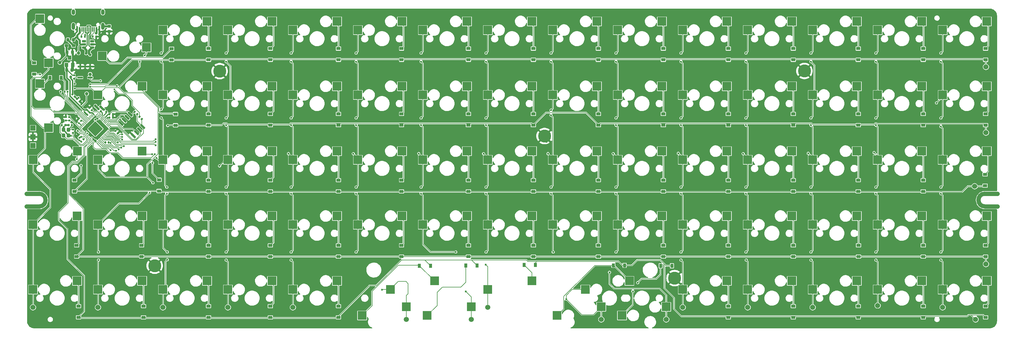
<source format=gbl>
%TF.GenerationSoftware,KiCad,Pcbnew,(6.0.4)*%
%TF.CreationDate,2022-09-08T11:43:24+01:00*%
%TF.ProjectId,nova75,6e6f7661-3735-42e6-9b69-6361645f7063,rev?*%
%TF.SameCoordinates,Original*%
%TF.FileFunction,Copper,L2,Bot*%
%TF.FilePolarity,Positive*%
%FSLAX46Y46*%
G04 Gerber Fmt 4.6, Leading zero omitted, Abs format (unit mm)*
G04 Created by KiCad (PCBNEW (6.0.4)) date 2022-09-08 11:43:24*
%MOMM*%
%LPD*%
G01*
G04 APERTURE LIST*
G04 Aperture macros list*
%AMRoundRect*
0 Rectangle with rounded corners*
0 $1 Rounding radius*
0 $2 $3 $4 $5 $6 $7 $8 $9 X,Y pos of 4 corners*
0 Add a 4 corners polygon primitive as box body*
4,1,4,$2,$3,$4,$5,$6,$7,$8,$9,$2,$3,0*
0 Add four circle primitives for the rounded corners*
1,1,$1+$1,$2,$3*
1,1,$1+$1,$4,$5*
1,1,$1+$1,$6,$7*
1,1,$1+$1,$8,$9*
0 Add four rect primitives between the rounded corners*
20,1,$1+$1,$2,$3,$4,$5,0*
20,1,$1+$1,$4,$5,$6,$7,0*
20,1,$1+$1,$6,$7,$8,$9,0*
20,1,$1+$1,$8,$9,$2,$3,0*%
G04 Aperture macros list end*
%TA.AperFunction,EtchedComponent*%
%ADD10C,1.250000*%
%TD*%
%TA.AperFunction,SMDPad,CuDef*%
%ADD11R,0.900000X1.200000*%
%TD*%
%TA.AperFunction,SMDPad,CuDef*%
%ADD12R,1.200000X0.900000*%
%TD*%
%TA.AperFunction,SMDPad,CuDef*%
%ADD13R,2.550000X2.500000*%
%TD*%
%TA.AperFunction,ComponentPad*%
%ADD14C,3.800000*%
%TD*%
%TA.AperFunction,SMDPad,CuDef*%
%ADD15R,2.500000X2.550000*%
%TD*%
%TA.AperFunction,SMDPad,CuDef*%
%ADD16C,1.500000*%
%TD*%
%TA.AperFunction,ComponentPad*%
%ADD17R,1.500000X1.500000*%
%TD*%
%TA.AperFunction,SMDPad,CuDef*%
%ADD18RoundRect,0.225000X-0.225000X-0.250000X0.225000X-0.250000X0.225000X0.250000X-0.225000X0.250000X0*%
%TD*%
%TA.AperFunction,SMDPad,CuDef*%
%ADD19RoundRect,0.135000X0.226274X0.035355X0.035355X0.226274X-0.226274X-0.035355X-0.035355X-0.226274X0*%
%TD*%
%TA.AperFunction,SMDPad,CuDef*%
%ADD20RoundRect,0.140000X-0.021213X0.219203X-0.219203X0.021213X0.021213X-0.219203X0.219203X-0.021213X0*%
%TD*%
%TA.AperFunction,SMDPad,CuDef*%
%ADD21RoundRect,0.120000X-0.380000X-0.280000X0.380000X-0.280000X0.380000X0.280000X-0.380000X0.280000X0*%
%TD*%
%TA.AperFunction,SMDPad,CuDef*%
%ADD22RoundRect,0.150000X0.350000X-0.425000X0.350000X0.425000X-0.350000X0.425000X-0.350000X-0.425000X0*%
%TD*%
%TA.AperFunction,SMDPad,CuDef*%
%ADD23RoundRect,0.082500X-0.667500X0.192500X-0.667500X-0.192500X0.667500X-0.192500X0.667500X0.192500X0*%
%TD*%
%TA.AperFunction,SMDPad,CuDef*%
%ADD24R,0.600000X1.450000*%
%TD*%
%TA.AperFunction,SMDPad,CuDef*%
%ADD25R,0.300000X1.450000*%
%TD*%
%TA.AperFunction,ComponentPad*%
%ADD26O,1.000000X1.600000*%
%TD*%
%TA.AperFunction,ComponentPad*%
%ADD27O,1.000000X2.100000*%
%TD*%
%TA.AperFunction,SMDPad,CuDef*%
%ADD28RoundRect,0.135000X0.185000X-0.135000X0.185000X0.135000X-0.185000X0.135000X-0.185000X-0.135000X0*%
%TD*%
%TA.AperFunction,SMDPad,CuDef*%
%ADD29RoundRect,0.140000X-0.140000X-0.170000X0.140000X-0.170000X0.140000X0.170000X-0.140000X0.170000X0*%
%TD*%
%TA.AperFunction,SMDPad,CuDef*%
%ADD30RoundRect,0.050000X0.309359X-0.238649X-0.238649X0.309359X-0.309359X0.238649X0.238649X-0.309359X0*%
%TD*%
%TA.AperFunction,SMDPad,CuDef*%
%ADD31RoundRect,0.050000X0.309359X0.238649X0.238649X0.309359X-0.309359X-0.238649X-0.238649X-0.309359X0*%
%TD*%
%TA.AperFunction,SMDPad,CuDef*%
%ADD32RoundRect,0.144000X2.059095X0.000000X0.000000X2.059095X-2.059095X0.000000X0.000000X-2.059095X0*%
%TD*%
%TA.AperFunction,ComponentPad*%
%ADD33C,1.000000*%
%TD*%
%TA.AperFunction,SMDPad,CuDef*%
%ADD34RoundRect,0.135000X-0.135000X-0.185000X0.135000X-0.185000X0.135000X0.185000X-0.135000X0.185000X0*%
%TD*%
%TA.AperFunction,SMDPad,CuDef*%
%ADD35RoundRect,0.150000X0.618718X-0.406586X-0.406586X0.618718X-0.618718X0.406586X0.406586X-0.618718X0*%
%TD*%
%TA.AperFunction,SMDPad,CuDef*%
%ADD36RoundRect,0.135000X-0.226274X-0.035355X-0.035355X-0.226274X0.226274X0.035355X0.035355X0.226274X0*%
%TD*%
%TA.AperFunction,SMDPad,CuDef*%
%ADD37RoundRect,0.135000X-0.185000X0.135000X-0.185000X-0.135000X0.185000X-0.135000X0.185000X0.135000X0*%
%TD*%
%TA.AperFunction,SMDPad,CuDef*%
%ADD38RoundRect,0.140000X0.140000X0.170000X-0.140000X0.170000X-0.140000X-0.170000X0.140000X-0.170000X0*%
%TD*%
%TA.AperFunction,SMDPad,CuDef*%
%ADD39RoundRect,0.140000X-0.219203X-0.021213X-0.021213X-0.219203X0.219203X0.021213X0.021213X0.219203X0*%
%TD*%
%TA.AperFunction,SMDPad,CuDef*%
%ADD40RoundRect,0.218750X0.256250X-0.218750X0.256250X0.218750X-0.256250X0.218750X-0.256250X-0.218750X0*%
%TD*%
%TA.AperFunction,SMDPad,CuDef*%
%ADD41RoundRect,0.140000X0.219203X0.021213X0.021213X0.219203X-0.219203X-0.021213X-0.021213X-0.219203X0*%
%TD*%
%TA.AperFunction,SMDPad,CuDef*%
%ADD42RoundRect,0.150000X0.475000X0.150000X-0.475000X0.150000X-0.475000X-0.150000X0.475000X-0.150000X0*%
%TD*%
%TA.AperFunction,SMDPad,CuDef*%
%ADD43RoundRect,0.147500X0.172500X-0.147500X0.172500X0.147500X-0.172500X0.147500X-0.172500X-0.147500X0*%
%TD*%
%TA.AperFunction,SMDPad,CuDef*%
%ADD44RoundRect,0.218750X0.218750X0.256250X-0.218750X0.256250X-0.218750X-0.256250X0.218750X-0.256250X0*%
%TD*%
%TA.AperFunction,SMDPad,CuDef*%
%ADD45R,1.016000X1.200000*%
%TD*%
%TA.AperFunction,ComponentPad*%
%ADD46RoundRect,0.150000X0.350000X0.350000X-0.350000X0.350000X-0.350000X-0.350000X0.350000X-0.350000X0*%
%TD*%
%TA.AperFunction,ViaPad*%
%ADD47C,0.600000*%
%TD*%
%TA.AperFunction,ViaPad*%
%ADD48C,0.800000*%
%TD*%
%TA.AperFunction,ViaPad*%
%ADD49C,0.500000*%
%TD*%
%TA.AperFunction,Conductor*%
%ADD50C,0.200000*%
%TD*%
%TA.AperFunction,Conductor*%
%ADD51C,0.160000*%
%TD*%
%TA.AperFunction,Conductor*%
%ADD52C,0.150000*%
%TD*%
%TA.AperFunction,Conductor*%
%ADD53C,0.300000*%
%TD*%
%TA.AperFunction,Conductor*%
%ADD54C,0.400000*%
%TD*%
%TA.AperFunction,Conductor*%
%ADD55C,0.600000*%
%TD*%
%TA.AperFunction,Conductor*%
%ADD56C,0.250000*%
%TD*%
%TA.AperFunction,Conductor*%
%ADD57C,0.320000*%
%TD*%
%TA.AperFunction,Conductor*%
%ADD58C,0.640000*%
%TD*%
%TA.AperFunction,Conductor*%
%ADD59C,0.180000*%
%TD*%
G04 APERTURE END LIST*
D10*
X28990518Y-109767675D02*
X32699418Y-109767675D01*
X32699418Y-106017675D02*
X28990518Y-106017675D01*
X32699418Y-109767675D02*
G75*
G03*
X32699418Y-106017675I0J1875000D01*
G01*
X313693610Y-106014059D02*
X309984710Y-106014059D01*
X309984710Y-109764059D02*
X313693610Y-109764059D01*
X309984710Y-106014059D02*
G75*
G03*
X309984710Y-109764059I0J-1875000D01*
G01*
D11*
X204360700Y-127069330D03*
X201060700Y-127069330D03*
X147464700Y-127196330D03*
X144164700Y-127196330D03*
D12*
X310191700Y-142317330D03*
X310191700Y-139017330D03*
X291891700Y-142317330D03*
X291891700Y-139017330D03*
X272841700Y-142317330D03*
X272841700Y-139017330D03*
X253791700Y-142317330D03*
X253791700Y-139017330D03*
X234741700Y-142317330D03*
X234741700Y-139017330D03*
D11*
X218203700Y-127196330D03*
X214903700Y-127196330D03*
X178198700Y-126942330D03*
X174898700Y-126942330D03*
X161053700Y-127069330D03*
X157753700Y-127069330D03*
D12*
X120441700Y-142317330D03*
X120441700Y-139017330D03*
X100491700Y-142317330D03*
X100491700Y-139017330D03*
X82341700Y-142317330D03*
X82341700Y-139017330D03*
X63291700Y-142317330D03*
X63291700Y-139017330D03*
X44241700Y-142317330D03*
X44241700Y-139017330D03*
X310191700Y-124492330D03*
X310191700Y-121192330D03*
X291891700Y-124492330D03*
X291891700Y-121192330D03*
X272924997Y-124476607D03*
X272924997Y-121176607D03*
X253791700Y-124492330D03*
X253791700Y-121192330D03*
X234741700Y-124492330D03*
X234741700Y-121192330D03*
X215691700Y-124492330D03*
X215691700Y-121192330D03*
X196641700Y-124492330D03*
X196641700Y-121192330D03*
X177591700Y-124492330D03*
X177591700Y-121192330D03*
X158541700Y-124492330D03*
X158541700Y-121192330D03*
X138941700Y-124492330D03*
X138941700Y-121192330D03*
X120441700Y-124492330D03*
X120441700Y-121192330D03*
X100491700Y-124492330D03*
X100491700Y-121192330D03*
X82341700Y-124492330D03*
X82341700Y-121192330D03*
X62741700Y-124492330D03*
X62741700Y-121192330D03*
X43691700Y-124492330D03*
X43691700Y-121192330D03*
X310025700Y-103650000D03*
X310025700Y-100350000D03*
X291891700Y-105317330D03*
X291891700Y-102017330D03*
X272841700Y-105317330D03*
X272841700Y-102017330D03*
X253791700Y-105317330D03*
X253791700Y-102017330D03*
X234741700Y-105317330D03*
X234741700Y-102017330D03*
X215691700Y-105317330D03*
X215691700Y-102017330D03*
X196641700Y-105317330D03*
X196641700Y-102017330D03*
X177591700Y-105317330D03*
X177591700Y-102017330D03*
X158541700Y-105317330D03*
X158541700Y-102017330D03*
X138941700Y-105317330D03*
X138941700Y-102017330D03*
X120441700Y-105317330D03*
X120441700Y-102017330D03*
X100491700Y-105317330D03*
X100491700Y-102017330D03*
X82341700Y-105317330D03*
X82341700Y-102017330D03*
X67836700Y-105224330D03*
X67836700Y-101924330D03*
X43071700Y-105317330D03*
X43071700Y-102017330D03*
X310191700Y-85892330D03*
X310191700Y-82592330D03*
X291891700Y-85892330D03*
X291891700Y-82592330D03*
X272841700Y-85892330D03*
X272841700Y-82592330D03*
X253791700Y-85892330D03*
X253791700Y-82592330D03*
X234741700Y-85892330D03*
X234741700Y-82592330D03*
X215691700Y-85892330D03*
X215691700Y-82592330D03*
X196641700Y-85892330D03*
X196641700Y-82592330D03*
X177591700Y-85892330D03*
X177591700Y-82592330D03*
X158541700Y-85892330D03*
X158541700Y-82592330D03*
X138941700Y-85892330D03*
X138941700Y-82592330D03*
X120441700Y-85892330D03*
X120441700Y-82592330D03*
X100491700Y-85892330D03*
X100491700Y-82592330D03*
X82341700Y-85892330D03*
X82341700Y-82592330D03*
X72662700Y-85920330D03*
X72662700Y-82620330D03*
D11*
X39133700Y-71951330D03*
X35833700Y-71951330D03*
D12*
X310191700Y-66692330D03*
X310191700Y-63392330D03*
X291891700Y-66692330D03*
X291891700Y-63392330D03*
X272841700Y-66692330D03*
X272841700Y-63392330D03*
X253791700Y-66692330D03*
X253791700Y-63392330D03*
X234741700Y-66692330D03*
X234741700Y-63392330D03*
X215691700Y-66692330D03*
X215691700Y-63392330D03*
X196641700Y-66692330D03*
X196641700Y-63392330D03*
X177591700Y-66692330D03*
X177591700Y-63392330D03*
X158541700Y-66692330D03*
X158541700Y-63392330D03*
X138941700Y-66692330D03*
X138941700Y-63392330D03*
X120441700Y-66692330D03*
X120441700Y-63392330D03*
X100491700Y-66692330D03*
X100491700Y-63392330D03*
X82341700Y-66692330D03*
X82341700Y-63392330D03*
X71519700Y-66743330D03*
X71519700Y-63443330D03*
X31229641Y-70880974D03*
X31229641Y-67580974D03*
D13*
X145206700Y-77006330D03*
X158133700Y-74466330D03*
X107106700Y-77006330D03*
X120033700Y-74466330D03*
X164256700Y-57956330D03*
X177183700Y-55416330D03*
X221406700Y-134156330D03*
X234333700Y-131616330D03*
X140326700Y-139236330D03*
X127399700Y-141776330D03*
X164256700Y-77006330D03*
X177183700Y-74466330D03*
X221406700Y-57956330D03*
X234333700Y-55416330D03*
D14*
X218990617Y-130796675D03*
D13*
X278556700Y-96056330D03*
X291483700Y-93516330D03*
X107106700Y-57956330D03*
X120033700Y-55416330D03*
X183306700Y-96056330D03*
X196233700Y-93516330D03*
X49956700Y-77006330D03*
X62883700Y-74466330D03*
X69006700Y-57956330D03*
X81933700Y-55416330D03*
X135681700Y-134156330D03*
X148608700Y-131616330D03*
X240456700Y-57956330D03*
X253383700Y-55416330D03*
X88056700Y-115106330D03*
X100983700Y-112566330D03*
D14*
X85614963Y-70017291D03*
D13*
X259506700Y-96056330D03*
X272433700Y-93516330D03*
X297606700Y-96056330D03*
X310533700Y-93516330D03*
X88056700Y-96056330D03*
X100983700Y-93516330D03*
X30906700Y-134156330D03*
X43833700Y-131616330D03*
X126156700Y-77006330D03*
X139083700Y-74466330D03*
D15*
X35451700Y-67581330D03*
X32911700Y-54654330D03*
D13*
X69006700Y-115106330D03*
X81933700Y-112566330D03*
X145206700Y-115106330D03*
X158133700Y-112566330D03*
X259506700Y-134156330D03*
X272433700Y-131616330D03*
X221406700Y-96056330D03*
X234333700Y-93516330D03*
X64126700Y-63036330D03*
X51199700Y-65576330D03*
X69006700Y-77006330D03*
X81933700Y-74466330D03*
X145206700Y-57956330D03*
X158133700Y-55416330D03*
X202356700Y-57956330D03*
X215283700Y-55416330D03*
X183306700Y-77006330D03*
X196233700Y-74466330D03*
X297606700Y-77006330D03*
X310533700Y-74466330D03*
X202356700Y-115106330D03*
X215283700Y-112566330D03*
X278556700Y-115106330D03*
X291483700Y-112566330D03*
X49956700Y-134156330D03*
X62883700Y-131616330D03*
X259506700Y-115106330D03*
X272433700Y-112566330D03*
X145206700Y-96056330D03*
X158133700Y-93516330D03*
X183306700Y-115106330D03*
X196233700Y-112566330D03*
X297606700Y-57956330D03*
X310533700Y-55416330D03*
X69006700Y-96056330D03*
X81933700Y-93516330D03*
X30979433Y-96052690D03*
X43906433Y-93512690D03*
X164256700Y-96056330D03*
X177183700Y-93516330D03*
X88056700Y-57956330D03*
X100983700Y-55416330D03*
X240456700Y-77006330D03*
X253383700Y-74466330D03*
X278556700Y-57956330D03*
X291483700Y-55416330D03*
X259506700Y-77006330D03*
X272433700Y-74466330D03*
X216526700Y-139236330D03*
X203599700Y-141776330D03*
X297606700Y-115106330D03*
X310533700Y-112566330D03*
X126156700Y-57956330D03*
X139083700Y-55416330D03*
X297606700Y-134156330D03*
X310533700Y-131616330D03*
X88056700Y-77006330D03*
X100983700Y-74466330D03*
X192831700Y-134156330D03*
X205758700Y-131616330D03*
X202356700Y-77006330D03*
X215283700Y-74466330D03*
X164256700Y-134156330D03*
X177183700Y-131616330D03*
X259506700Y-57956330D03*
X272433700Y-55416330D03*
X164256700Y-115106330D03*
X177183700Y-112566330D03*
X278556700Y-134156330D03*
X291483700Y-131616330D03*
X126156700Y-115106330D03*
X139083700Y-112566330D03*
D14*
X257066377Y-69984605D03*
D13*
X88056700Y-134156330D03*
X100983700Y-131616330D03*
X221406700Y-115106330D03*
X234333700Y-112566330D03*
X240456700Y-134156330D03*
X253383700Y-131616330D03*
D14*
X180870757Y-89073713D03*
D13*
X49956700Y-115106330D03*
X62883700Y-112566330D03*
X159376700Y-139236330D03*
X146449700Y-141776330D03*
X197476700Y-139236330D03*
X184549700Y-141776330D03*
X278556700Y-77006330D03*
X291483700Y-74466330D03*
X107106700Y-96056330D03*
X120033700Y-93516330D03*
D14*
X66567022Y-127163469D03*
D13*
X30906700Y-115106330D03*
X43833700Y-112566330D03*
X183306700Y-57956330D03*
X196233700Y-55416330D03*
D15*
X35451700Y-86631330D03*
X32911700Y-73704330D03*
D13*
X69006700Y-134156330D03*
X81933700Y-131616330D03*
X221406700Y-77006330D03*
X234333700Y-74466330D03*
X240456700Y-96056330D03*
X253383700Y-93516330D03*
X202356700Y-96056330D03*
X215283700Y-93516330D03*
X107106700Y-134156330D03*
X120033700Y-131616330D03*
X49956700Y-96056330D03*
X62883700Y-93516330D03*
X107106700Y-115106330D03*
X120033700Y-112566330D03*
X240456700Y-115106330D03*
X253383700Y-112566330D03*
X126156700Y-96056330D03*
X139083700Y-93516330D03*
D16*
X216553700Y-142944330D03*
X68979700Y-139388330D03*
D17*
X30888613Y-86756059D03*
D18*
X40899700Y-64458330D03*
X42449700Y-64458330D03*
D19*
X43178324Y-77518954D03*
X42457076Y-76797706D03*
D20*
X45697288Y-90046098D03*
X45018466Y-90724920D03*
D21*
X40665920Y-62548108D03*
X42765920Y-62548108D03*
D17*
X30888613Y-89315988D03*
D22*
X39852946Y-88966455D03*
X39852946Y-87216455D03*
X41252946Y-87216455D03*
X41252946Y-88966455D03*
D23*
X47643700Y-68675330D03*
X47643700Y-71925330D03*
D20*
X47422963Y-82112492D03*
X46744141Y-82791314D03*
D24*
X43799181Y-57783330D03*
X44599181Y-57783330D03*
D25*
X45799181Y-57783330D03*
X46799181Y-57783330D03*
X47299181Y-57783330D03*
X48299181Y-57783330D03*
D24*
X49499181Y-57783330D03*
X50299181Y-57783330D03*
X50299181Y-57783330D03*
X49499181Y-57783330D03*
D25*
X48799181Y-57783330D03*
X47799181Y-57783330D03*
X46299181Y-57783330D03*
X45299181Y-57783330D03*
D24*
X44599181Y-57783330D03*
X43799181Y-57783330D03*
D26*
X51369181Y-52688330D03*
X42729181Y-52688330D03*
D27*
X42729181Y-56868330D03*
X51369181Y-56868330D03*
D28*
X42944700Y-72207330D03*
X42944700Y-71187330D03*
D29*
X53344214Y-82673752D03*
X54304214Y-82673752D03*
D16*
X140353700Y-142944330D03*
D30*
X53458103Y-87540657D03*
X53175260Y-87823500D03*
X52892418Y-88106342D03*
X52609575Y-88389185D03*
X52326732Y-88672028D03*
X52043890Y-88954870D03*
X51761047Y-89237713D03*
X51478204Y-89520556D03*
X51195361Y-89803399D03*
X50912519Y-90086241D03*
X50629676Y-90369084D03*
X50346833Y-90651927D03*
X50063991Y-90934769D03*
X49781148Y-91217612D03*
D31*
X48596744Y-91217612D03*
X48313901Y-90934769D03*
X48031059Y-90651927D03*
X47748216Y-90369084D03*
X47465373Y-90086241D03*
X47182531Y-89803399D03*
X46899688Y-89520556D03*
X46616845Y-89237713D03*
X46334002Y-88954870D03*
X46051160Y-88672028D03*
X45768317Y-88389185D03*
X45485474Y-88106342D03*
X45202632Y-87823500D03*
X44919789Y-87540657D03*
D30*
X44919789Y-86356253D03*
X45202632Y-86073410D03*
X45485474Y-85790568D03*
X45768317Y-85507725D03*
X46051160Y-85224882D03*
X46334002Y-84942040D03*
X46616845Y-84659197D03*
X46899688Y-84376354D03*
X47182531Y-84093511D03*
X47465373Y-83810669D03*
X47748216Y-83527826D03*
X48031059Y-83244983D03*
X48313901Y-82962141D03*
X48596744Y-82679298D03*
D31*
X49781148Y-82679298D03*
X50063991Y-82962141D03*
X50346833Y-83244983D03*
X50629676Y-83527826D03*
X50912519Y-83810669D03*
X51195361Y-84093511D03*
X51478204Y-84376354D03*
X51761047Y-84659197D03*
X52043890Y-84942040D03*
X52326732Y-85224882D03*
X52609575Y-85507725D03*
X52892418Y-85790568D03*
X53175260Y-86073410D03*
X53458103Y-86356253D03*
D32*
X49188946Y-86948455D03*
D16*
X221379700Y-139388330D03*
X310279700Y-88080330D03*
D33*
X38753700Y-67506330D03*
D16*
X107079700Y-139388330D03*
D34*
X45101700Y-59886330D03*
X46121700Y-59886330D03*
D16*
X30879700Y-139388330D03*
D29*
X52116877Y-90937455D03*
X53076877Y-90937455D03*
D19*
X61411812Y-82695799D03*
X60690564Y-81974551D03*
D16*
X297579700Y-139388330D03*
X164229700Y-139388330D03*
X259479700Y-139388330D03*
X49929700Y-139388330D03*
D35*
X63029115Y-86316532D03*
X62131090Y-87214557D03*
X61233064Y-88112583D03*
X60335039Y-89010608D03*
X56693439Y-85369008D03*
X57591464Y-84470983D03*
X58489490Y-83572957D03*
X59387515Y-82674932D03*
D16*
X197503700Y-142944330D03*
D23*
X44722700Y-68675330D03*
X44722700Y-71925330D03*
D36*
X50077076Y-81115706D03*
X50798324Y-81836954D03*
D16*
X88029700Y-139388330D03*
D37*
X40531700Y-83503970D03*
X40531700Y-84523970D03*
D38*
X42332946Y-85841455D03*
X41372946Y-85841455D03*
D39*
X55051466Y-87611559D03*
X55730288Y-88290381D03*
D16*
X159403700Y-142944330D03*
D17*
X30888613Y-91875917D03*
D29*
X53344214Y-83658978D03*
X54304214Y-83658978D03*
D18*
X40772700Y-69665330D03*
X42322700Y-69665330D03*
D33*
X46627700Y-76650330D03*
D40*
X53231700Y-58387830D03*
X53231700Y-56812830D03*
D16*
X310279700Y-68776330D03*
X278529700Y-138863330D03*
D19*
X44575324Y-78915954D03*
X43854076Y-78194706D03*
D41*
X48127611Y-81451963D03*
X47448789Y-80773141D03*
D36*
X62091453Y-83399346D03*
X62812701Y-84120594D03*
D16*
X306977700Y-103828330D03*
D42*
X48183700Y-61222330D03*
X48183700Y-62172330D03*
X48183700Y-63122330D03*
X45833700Y-63122330D03*
X45833700Y-62172330D03*
X45833700Y-61222330D03*
D16*
X310279700Y-126688330D03*
D33*
X44239268Y-64669721D03*
D37*
X42602946Y-87181455D03*
X42602946Y-88201455D03*
D36*
X51674736Y-81295552D03*
X52395984Y-82016800D03*
D43*
X41547700Y-84498970D03*
X41547700Y-83528970D03*
D44*
X42716200Y-60775330D03*
X41141200Y-60775330D03*
D20*
X46727168Y-81413306D03*
X46048346Y-82092128D03*
D16*
X240429700Y-139388330D03*
D29*
X39372946Y-85841455D03*
X40332946Y-85841455D03*
D45*
X42565920Y-68185330D03*
X40665920Y-68185330D03*
X41615920Y-66065330D03*
D41*
X44992201Y-89377715D03*
X44313379Y-88698893D03*
X45020085Y-84568169D03*
X44341263Y-83889347D03*
D34*
X48403700Y-59886330D03*
X49423700Y-59886330D03*
D46*
X47643700Y-69665330D03*
D33*
X47643700Y-70935330D03*
D16*
X307248700Y-142944330D03*
D47*
X44481847Y-89614580D03*
X49823946Y-84027455D03*
X49154461Y-84296862D03*
X52760104Y-83743470D03*
X39007700Y-76015330D03*
X33000000Y-71000000D03*
X47643700Y-73856330D03*
D48*
X47643700Y-65220330D03*
X50691700Y-80460330D03*
X49167700Y-80206330D03*
X46455564Y-64807610D03*
D47*
X44341877Y-85283970D03*
X44214700Y-77793330D03*
X40182200Y-76015330D03*
X70376700Y-86000000D03*
X47643700Y-74612830D03*
X55517700Y-74342830D03*
X44976700Y-97732330D03*
X43706700Y-95827330D03*
X65804700Y-94430330D03*
X65931700Y-96970330D03*
X43106576Y-75142330D03*
X62191700Y-67242330D03*
X50091700Y-123142330D03*
X41025200Y-76015330D03*
X50091700Y-125500000D03*
X66058700Y-102812330D03*
X63645700Y-65347330D03*
X65042700Y-105733330D03*
X67091700Y-95542330D03*
X68471700Y-83762330D03*
X68471700Y-64712330D03*
X70122700Y-104082330D03*
X66566700Y-94430330D03*
X68471700Y-67252330D03*
X68471700Y-81222330D03*
X70249700Y-125418330D03*
X70249700Y-123132330D03*
X70122700Y-106000000D03*
X87521700Y-85912830D03*
X87521700Y-104082330D03*
X87521700Y-83762330D03*
X87521700Y-125500000D03*
X87521700Y-64712330D03*
X87521700Y-106000000D03*
X87521700Y-67252330D03*
X53612700Y-93246537D03*
X87521700Y-123132330D03*
X85591700Y-97842330D03*
X106571700Y-106000000D03*
X106571700Y-64712330D03*
X106571700Y-125500000D03*
X105791700Y-94242330D03*
X106571700Y-67252330D03*
X106571700Y-123132330D03*
X106571700Y-83762330D03*
X106571700Y-104082330D03*
X55243077Y-93437262D03*
X106571700Y-85912830D03*
X125621700Y-64712330D03*
X125621700Y-104082330D03*
X125621700Y-83762330D03*
X124791700Y-94242330D03*
X56012107Y-92991263D03*
X125621700Y-85912830D03*
X125621700Y-123132330D03*
X125621700Y-106000000D03*
X133241700Y-134181330D03*
X125621700Y-67252330D03*
X144671700Y-64712330D03*
X144671700Y-67252330D03*
X144671700Y-85912830D03*
X157752700Y-134689330D03*
X144671700Y-83762330D03*
X143991700Y-94242330D03*
X56750604Y-92468417D03*
X154831700Y-123132330D03*
X144671700Y-104082330D03*
X144671700Y-106000000D03*
X206774700Y-134689330D03*
X208171700Y-132149330D03*
X57549700Y-92047561D03*
X163721700Y-85912830D03*
X163721700Y-123132330D03*
X163721700Y-83762330D03*
X163721700Y-104082330D03*
X162991700Y-94242330D03*
X163721700Y-106000000D03*
X163721700Y-67252330D03*
X163721700Y-64712330D03*
X163594700Y-126815330D03*
X182771700Y-106000000D03*
X66820700Y-91816817D03*
X183406700Y-123132330D03*
X182771700Y-67252330D03*
X182771700Y-104082330D03*
X182771700Y-83000330D03*
X181891700Y-94242330D03*
X187216700Y-136975330D03*
X182771700Y-64712330D03*
X182771700Y-81476330D03*
X201821700Y-85912830D03*
X201821700Y-67252330D03*
X201821700Y-83762330D03*
X201821700Y-64712330D03*
X55737865Y-90988550D03*
X201821700Y-123132330D03*
X201821700Y-106000000D03*
X201821700Y-104082330D03*
X199916700Y-129101330D03*
X200991700Y-94242330D03*
X220091700Y-94142330D03*
X220871700Y-64712330D03*
X220871700Y-106000000D03*
X220871700Y-104082330D03*
X66820700Y-90747330D03*
X220871700Y-85912830D03*
X220871700Y-125500000D03*
X220871700Y-67252330D03*
X220871700Y-123132330D03*
X220871700Y-83762330D03*
X239921700Y-85912830D03*
X239921700Y-64712330D03*
X66820700Y-89985330D03*
X239921700Y-83762330D03*
X239921700Y-67252330D03*
X239921700Y-123132330D03*
X239921700Y-104082330D03*
X239091700Y-94242330D03*
X239921700Y-106000000D03*
X240000000Y-125500000D03*
X258971700Y-83762330D03*
X57041700Y-90088470D03*
X258971700Y-85912830D03*
X258191700Y-94142330D03*
X258971700Y-64712330D03*
X258971700Y-104082330D03*
X258971700Y-67252330D03*
X258971700Y-123132330D03*
X259000000Y-125500000D03*
X258971700Y-106000000D03*
X278021700Y-64712330D03*
X278021700Y-85912830D03*
X57041700Y-89338967D03*
X278021700Y-123132330D03*
X278021700Y-83762330D03*
X278021700Y-67252330D03*
X278021700Y-125500000D03*
X278021700Y-104082330D03*
X278021700Y-106000000D03*
X277491700Y-93942330D03*
X295791700Y-79342330D03*
X297071700Y-67252330D03*
X297071700Y-64712330D03*
X297071700Y-106000000D03*
X57041700Y-88589464D03*
X297071700Y-86302330D03*
X297071700Y-83762330D03*
X297071700Y-125500000D03*
X297071700Y-104082330D03*
X297071700Y-123132330D03*
D49*
X46394973Y-87847603D03*
X46869913Y-88307087D03*
X50691700Y-72840330D03*
X54755700Y-75380330D03*
D48*
X41928700Y-71697330D03*
X49428681Y-58870330D03*
X43833700Y-60013330D03*
D47*
X43106576Y-73750830D03*
X43961946Y-87537455D03*
X237635700Y-90747330D03*
X53104700Y-102558330D03*
X92474700Y-90747330D03*
X141496700Y-107257330D03*
X256685700Y-90747330D03*
X58057700Y-70554330D03*
X50073517Y-87736500D03*
X47389700Y-102558330D03*
X46214546Y-59391915D03*
X53612877Y-91107955D03*
X198900700Y-90747330D03*
X122700700Y-90747330D03*
X91331700Y-107257330D03*
X263670700Y-90747330D03*
X49188946Y-90377455D03*
X275735700Y-107257330D03*
X294150700Y-107257330D03*
X83584700Y-107257330D03*
X205631700Y-107257330D03*
X220109700Y-90747330D03*
X54293196Y-83120984D03*
X46373877Y-80584970D03*
X63518700Y-96589330D03*
X44468877Y-90363970D03*
X43729112Y-80310918D03*
X52469700Y-70554330D03*
X42002946Y-88991455D03*
X49929700Y-59886330D03*
X276878700Y-90747330D03*
X103650700Y-90747330D03*
X43706877Y-88966970D03*
X67074700Y-107257330D03*
X59200877Y-87823970D03*
D48*
X41547700Y-59251330D03*
D47*
X67074700Y-70935330D03*
X225062700Y-107257330D03*
X102507700Y-107257330D03*
X49188946Y-88472455D03*
X44976700Y-79190330D03*
X48426946Y-86059455D03*
X49181748Y-86884661D03*
X121557700Y-107257330D03*
X46208604Y-68642983D03*
X47537946Y-86948455D03*
X129558700Y-90747330D03*
X255542700Y-107257330D03*
X40500200Y-81222330D03*
X40824946Y-85851989D03*
X43918674Y-83580273D03*
X62121700Y-70935330D03*
X180358700Y-107257330D03*
X40531700Y-83013970D03*
X243604700Y-107257330D03*
X43833700Y-62045330D03*
X181501700Y-90747330D03*
X49188946Y-85297455D03*
X56152877Y-87950970D03*
X48383149Y-87683260D03*
X226205700Y-90747330D03*
X47389700Y-107257330D03*
X186835700Y-90747330D03*
X128415700Y-107257330D03*
X53104700Y-107257330D03*
X168801700Y-90747330D03*
X53739700Y-79670330D03*
X185692700Y-107257330D03*
X46373877Y-82489970D03*
X149370700Y-90747330D03*
X244747700Y-90747330D03*
X72535700Y-107257330D03*
X218966700Y-107257330D03*
X49953728Y-86139302D03*
X50818877Y-86924591D03*
X161689700Y-90747330D03*
X47389700Y-121100330D03*
X49167700Y-62172330D03*
X236492700Y-107257330D03*
X197249700Y-107257330D03*
X262527700Y-107257330D03*
X61232877Y-85791970D03*
X142639700Y-90747330D03*
X111778700Y-90747330D03*
X206774700Y-90747330D03*
X110635700Y-107257330D03*
X148227700Y-107257330D03*
X167658700Y-107257330D03*
X280688700Y-107257330D03*
X160546700Y-107257330D03*
D50*
X310946221Y-138262809D02*
X310191700Y-139017330D01*
X310946221Y-132028851D02*
X310946221Y-138262809D01*
X310533700Y-131616330D02*
X310946221Y-132028851D01*
D51*
X305167700Y-141642330D02*
X309516700Y-141642330D01*
X309516700Y-141642330D02*
X310191700Y-142317330D01*
D50*
X291896221Y-139012809D02*
X291891700Y-139017330D01*
X291896221Y-132028851D02*
X291896221Y-139012809D01*
X291483700Y-131616330D02*
X291896221Y-132028851D01*
X272846221Y-139012809D02*
X272841700Y-139017330D01*
X272846221Y-132028851D02*
X272846221Y-139012809D01*
X272433700Y-131616330D02*
X272846221Y-132028851D01*
X253796221Y-132028851D02*
X253796221Y-139012809D01*
X253383700Y-131616330D02*
X253796221Y-132028851D01*
X253796221Y-139012809D02*
X253791700Y-139017330D01*
X234746221Y-139012809D02*
X234741700Y-139017330D01*
X234746221Y-132028851D02*
X234746221Y-139012809D01*
X234333700Y-131616330D02*
X234746221Y-132028851D01*
D51*
X304810030Y-142000000D02*
X305167700Y-141642330D01*
X218839700Y-139896330D02*
X220943370Y-142000000D01*
X220943370Y-142000000D02*
X304810030Y-142000000D01*
X216045700Y-133800330D02*
X218839700Y-136594330D01*
X218839700Y-136594330D02*
X218839700Y-139896330D01*
X216045700Y-126687504D02*
X216045700Y-133800330D01*
X216554526Y-127196330D02*
X218203700Y-127196330D01*
X216045700Y-126687504D02*
X216554526Y-127196330D01*
X214858196Y-125500000D02*
X216045700Y-126687504D01*
X208040463Y-125500000D02*
X214858196Y-125500000D01*
X202592700Y-125926330D02*
X203735700Y-127069330D01*
X178834700Y-125926330D02*
X202592700Y-125926330D01*
X203735700Y-127069330D02*
X206471133Y-127069330D01*
X206471133Y-127069330D02*
X208040463Y-125500000D01*
X209314700Y-131006330D02*
X213632700Y-131006330D01*
X213632700Y-131006330D02*
X214903700Y-129735330D01*
X214903700Y-129735330D02*
X214903700Y-127196330D01*
X208171700Y-132149330D02*
X209314700Y-131006330D01*
X186466221Y-136201809D02*
X195598700Y-127069330D01*
X195598700Y-127069330D02*
X201211700Y-127069330D01*
X201211700Y-127069330D02*
X205758700Y-131616330D01*
X186466221Y-139859809D02*
X186466221Y-136201809D01*
X184549700Y-141776330D02*
X186466221Y-139859809D01*
X177183700Y-129227330D02*
X174898700Y-126942330D01*
X177183700Y-131616330D02*
X177183700Y-129227330D01*
X178834700Y-125926330D02*
X178573670Y-125926330D01*
X178573670Y-125926330D02*
X178198700Y-126301300D01*
X178198700Y-126301300D02*
X178198700Y-126942330D01*
X156355700Y-133419330D02*
X157753700Y-132021330D01*
X157753700Y-132021330D02*
X157753700Y-127069330D01*
X149370700Y-134943330D02*
X150894700Y-133419330D01*
X149370700Y-138855330D02*
X149370700Y-134943330D01*
X146449700Y-141776330D02*
X149370700Y-138855330D01*
X150894700Y-133419330D02*
X156355700Y-133419330D01*
X159484370Y-125500000D02*
X159000000Y-125500000D01*
X161053700Y-127069330D02*
X159484370Y-125500000D01*
X145500000Y-125500000D02*
X159000000Y-125500000D01*
X159000000Y-125500000D02*
X175535193Y-125500000D01*
X145768370Y-125500000D02*
X145500000Y-125500000D01*
X147464700Y-127196330D02*
X145768370Y-125500000D01*
X139000000Y-125500000D02*
X145500000Y-125500000D01*
X130320700Y-134679300D02*
X138000000Y-127000000D01*
X143992370Y-127000000D02*
X148608700Y-131616330D01*
X130320700Y-138855330D02*
X130320700Y-134679300D01*
X138000000Y-127000000D02*
X143992370Y-127000000D01*
X127399700Y-141776330D02*
X130320700Y-138855330D01*
X175961523Y-125926330D02*
X178834700Y-125926330D01*
X175535193Y-125500000D02*
X175961523Y-125926330D01*
X131500000Y-133000000D02*
X139000000Y-125500000D01*
X129500000Y-133000000D02*
X131500000Y-133000000D01*
X120000000Y-142500000D02*
X129500000Y-133000000D01*
X45891700Y-140608300D02*
X44000000Y-142500000D01*
X45891700Y-130142330D02*
X45891700Y-140608300D01*
X40991700Y-125242330D02*
X45891700Y-130142330D01*
X40991700Y-116342330D02*
X40991700Y-125242330D01*
X38491700Y-113842330D02*
X40991700Y-116342330D01*
X38491700Y-111442330D02*
X38491700Y-113842330D01*
X41191700Y-108742330D02*
X38491700Y-111442330D01*
X41191700Y-97842330D02*
X41191700Y-108742330D01*
X44000000Y-142500000D02*
X120000000Y-142500000D01*
X43780700Y-96642330D02*
X42391700Y-96642330D01*
X42391700Y-96642330D02*
X41191700Y-97842330D01*
X45738700Y-94684330D02*
X43780700Y-96642330D01*
X47748216Y-90369084D02*
X45738700Y-92378600D01*
X45738700Y-92378600D02*
X45738700Y-94684330D01*
D50*
X120441700Y-137187355D02*
X120441700Y-139017330D01*
X120446221Y-137182834D02*
X120441700Y-137187355D01*
X120446221Y-132028851D02*
X120446221Y-137182834D01*
X120033700Y-131616330D02*
X120446221Y-132028851D01*
X101396221Y-138112809D02*
X100491700Y-139017330D01*
X101396221Y-132028851D02*
X101396221Y-138112809D01*
X100983700Y-131616330D02*
X101396221Y-132028851D01*
X82346221Y-139012809D02*
X82341700Y-139017330D01*
X81933700Y-131616330D02*
X82346221Y-132028851D01*
X82346221Y-132028851D02*
X82346221Y-139012809D01*
X63296221Y-139012809D02*
X63291700Y-139017330D01*
X63296221Y-132028851D02*
X63296221Y-139012809D01*
X62883700Y-131616330D02*
X63296221Y-132028851D01*
X44246221Y-132028851D02*
X44246221Y-139012809D01*
X44246221Y-139012809D02*
X44241700Y-139017330D01*
X43833700Y-131616330D02*
X44246221Y-132028851D01*
D51*
X44341700Y-113074330D02*
X44341700Y-120542330D01*
X44341700Y-120542330D02*
X43691700Y-121192330D01*
X43833700Y-112566330D02*
X44341700Y-113074330D01*
X310184030Y-124500000D02*
X310191700Y-124492330D01*
X43529515Y-124500000D02*
X310184030Y-124500000D01*
X45611700Y-122417815D02*
X43529515Y-124500000D01*
X45611700Y-110432330D02*
X45611700Y-122417815D01*
X41501220Y-106321850D02*
X45611700Y-110432330D01*
X41501220Y-97983440D02*
X41501220Y-106321850D01*
X43908907Y-96951850D02*
X42532810Y-96951850D01*
X46119700Y-92435328D02*
X46119700Y-94741057D01*
X47597065Y-90957963D02*
X46119700Y-92435328D01*
X47725023Y-90957963D02*
X47597065Y-90957963D01*
X42532810Y-96951850D02*
X41501220Y-97983440D01*
X48031059Y-90651927D02*
X47725023Y-90957963D01*
X46119700Y-94741057D02*
X43908907Y-96951850D01*
D50*
X63296221Y-120637809D02*
X63296221Y-112978851D01*
X62741700Y-121192330D02*
X63296221Y-120637809D01*
X63296221Y-112978851D02*
X62883700Y-112566330D01*
X82346221Y-112978851D02*
X81933700Y-112566330D01*
X82346221Y-121187809D02*
X82346221Y-112978851D01*
X82341700Y-121192330D02*
X82346221Y-121187809D01*
X101396221Y-120287809D02*
X101396221Y-112978851D01*
X101396221Y-112978851D02*
X100983700Y-112566330D01*
X100491700Y-121192330D02*
X101396221Y-120287809D01*
X120446221Y-112978851D02*
X120033700Y-112566330D01*
X120446221Y-121187809D02*
X120446221Y-112978851D01*
X120441700Y-121192330D02*
X120446221Y-121187809D01*
X139496221Y-112978851D02*
X139083700Y-112566330D01*
X139496221Y-120637809D02*
X139496221Y-112978851D01*
X138941700Y-121192330D02*
X139496221Y-120637809D01*
X158546221Y-112978851D02*
X158133700Y-112566330D01*
X158546221Y-121187809D02*
X158546221Y-112978851D01*
X158541700Y-121192330D02*
X158546221Y-121187809D01*
X177596221Y-112978851D02*
X177183700Y-112566330D01*
X177596221Y-121187809D02*
X177596221Y-112978851D01*
X177591700Y-121192330D02*
X177596221Y-121187809D01*
X196646221Y-112978851D02*
X196233700Y-112566330D01*
X196646221Y-121187809D02*
X196646221Y-112978851D01*
X196641700Y-121192330D02*
X196646221Y-121187809D01*
X215696221Y-121187809D02*
X215696221Y-112978851D01*
X215696221Y-112978851D02*
X215283700Y-112566330D01*
X215691700Y-121192330D02*
X215696221Y-121187809D01*
X234746221Y-112978851D02*
X234333700Y-112566330D01*
X234741700Y-121192330D02*
X234746221Y-121187809D01*
X234746221Y-121187809D02*
X234746221Y-112978851D01*
X253796221Y-112978851D02*
X253383700Y-112566330D01*
X253791700Y-121192330D02*
X253796221Y-121187809D01*
X253796221Y-121187809D02*
X253796221Y-112978851D01*
X272924997Y-113057627D02*
X272433700Y-112566330D01*
X272924997Y-121176607D02*
X272924997Y-113057627D01*
X291896221Y-112978851D02*
X291483700Y-112566330D01*
X291891700Y-121192330D02*
X291896221Y-121187809D01*
X291896221Y-121187809D02*
X291896221Y-112978851D01*
D52*
X310279700Y-126688330D02*
X310279700Y-124580330D01*
X310279700Y-124580330D02*
X310191700Y-124492330D01*
D50*
X310946221Y-120437809D02*
X310946221Y-112978851D01*
X310191700Y-121192330D02*
X310946221Y-120437809D01*
X310946221Y-112978851D02*
X310533700Y-112566330D01*
D51*
X297071700Y-125500000D02*
X297606700Y-126035000D01*
X297606700Y-126035000D02*
X297606700Y-134156330D01*
X278556700Y-126035000D02*
X278556700Y-134156330D01*
X278021700Y-125500000D02*
X278556700Y-126035000D01*
X259506700Y-126006700D02*
X259506700Y-134156330D01*
X259000000Y-125500000D02*
X259506700Y-126006700D01*
X240000000Y-125500000D02*
X240456700Y-125956700D01*
X240456700Y-125956700D02*
X240456700Y-134156330D01*
X221406700Y-126035000D02*
X221406700Y-134156330D01*
X220871700Y-125500000D02*
X221406700Y-126035000D01*
X106571700Y-125500000D02*
X107106700Y-126035000D01*
X107106700Y-126035000D02*
X107106700Y-134156330D01*
X87521700Y-125500000D02*
X88056700Y-126035000D01*
X88056700Y-126035000D02*
X88056700Y-134156330D01*
X49956700Y-125635000D02*
X49956700Y-134156330D01*
X50091700Y-125500000D02*
X49956700Y-125635000D01*
D50*
X82346221Y-93928851D02*
X81933700Y-93516330D01*
X82346221Y-102012809D02*
X82346221Y-93928851D01*
X82341700Y-102017330D02*
X82346221Y-102012809D01*
X101396221Y-93928851D02*
X100983700Y-93516330D01*
X101396221Y-101112809D02*
X101396221Y-93928851D01*
X100491700Y-102017330D02*
X101396221Y-101112809D01*
X120446221Y-102012809D02*
X120441700Y-102017330D01*
X120446221Y-93928851D02*
X120446221Y-102012809D01*
X120033700Y-93516330D02*
X120446221Y-93928851D01*
X139496221Y-93928851D02*
X139496221Y-101462809D01*
X139083700Y-93516330D02*
X139496221Y-93928851D01*
X139496221Y-101462809D02*
X138941700Y-102017330D01*
X158546221Y-93928851D02*
X158133700Y-93516330D01*
X158546221Y-102012809D02*
X158546221Y-93928851D01*
X158541700Y-102017330D02*
X158546221Y-102012809D01*
X177596221Y-102012809D02*
X177591700Y-102017330D01*
X177596221Y-93928851D02*
X177596221Y-102012809D01*
X177183700Y-93516330D02*
X177596221Y-93928851D01*
X196646221Y-93928851D02*
X196233700Y-93516330D01*
X196646221Y-102012809D02*
X196646221Y-93928851D01*
X196641700Y-102017330D02*
X196646221Y-102012809D01*
X215696221Y-102012809D02*
X215691700Y-102017330D01*
X215696221Y-93928851D02*
X215696221Y-102012809D01*
X215283700Y-93516330D02*
X215696221Y-93928851D01*
X234746221Y-93928851D02*
X234333700Y-93516330D01*
X234741700Y-102017330D02*
X234746221Y-102012809D01*
X234746221Y-102012809D02*
X234746221Y-93928851D01*
X253796221Y-102012809D02*
X253791700Y-102017330D01*
X253796221Y-93928851D02*
X253796221Y-102012809D01*
X253383700Y-93516330D02*
X253796221Y-93928851D01*
X272846221Y-102012809D02*
X272846221Y-93928851D01*
X272846221Y-93928851D02*
X272433700Y-93516330D01*
X272841700Y-102017330D02*
X272846221Y-102012809D01*
X291896221Y-93928851D02*
X291896221Y-102012809D01*
X291896221Y-102012809D02*
X291891700Y-102017330D01*
X291483700Y-93516330D02*
X291896221Y-93928851D01*
D51*
X68141881Y-105470489D02*
X291738541Y-105470489D01*
X68112370Y-105500000D02*
X68141881Y-105470489D01*
X67836700Y-105224330D02*
X68112370Y-105500000D01*
X291738541Y-105470489D02*
X291891700Y-105317330D01*
X309847370Y-103828330D02*
X310025700Y-103650000D01*
X304945700Y-103828330D02*
X309847370Y-103828330D01*
X297320543Y-105500000D02*
X303274030Y-105500000D01*
X297291032Y-105470489D02*
X297320543Y-105500000D01*
X296822857Y-105500000D02*
X296852368Y-105470489D01*
X296852368Y-105470489D02*
X297291032Y-105470489D01*
X303274030Y-105500000D02*
X304945700Y-103828330D01*
X292074370Y-105500000D02*
X296822857Y-105500000D01*
X291891700Y-105317330D02*
X292074370Y-105500000D01*
X310926221Y-99449479D02*
X310025700Y-100350000D01*
X310926221Y-93908851D02*
X310926221Y-99449479D01*
X310533700Y-93516330D02*
X310926221Y-93908851D01*
X69614700Y-106508000D02*
X69614700Y-114498330D01*
X70122700Y-106000000D02*
X69614700Y-106508000D01*
X69614700Y-114498330D02*
X69006700Y-115106330D01*
X88056700Y-106535000D02*
X88056700Y-115106330D01*
X87521700Y-106000000D02*
X88056700Y-106535000D01*
X107106700Y-106535000D02*
X107106700Y-115106330D01*
X106571700Y-106000000D02*
X107106700Y-106535000D01*
X126156700Y-106535000D02*
X126156700Y-115106330D01*
X125621700Y-106000000D02*
X126156700Y-106535000D01*
X145206700Y-106535000D02*
X145206700Y-115106330D01*
X144671700Y-106000000D02*
X145206700Y-106535000D01*
X164256700Y-106535000D02*
X164256700Y-115106330D01*
X163721700Y-106000000D02*
X164256700Y-106535000D01*
X183306700Y-106535000D02*
X183306700Y-115106330D01*
X182771700Y-106000000D02*
X183306700Y-106535000D01*
X201821700Y-106000000D02*
X202356700Y-106535000D01*
X202356700Y-106535000D02*
X202356700Y-115106330D01*
X220871700Y-106000000D02*
X221406700Y-106535000D01*
X221406700Y-106535000D02*
X221406700Y-115106330D01*
X239921700Y-106000000D02*
X240456700Y-106535000D01*
X240456700Y-106535000D02*
X240456700Y-115106330D01*
X259506700Y-106535000D02*
X259506700Y-115106330D01*
X258971700Y-106000000D02*
X259506700Y-106535000D01*
X278556700Y-106535000D02*
X278556700Y-115106330D01*
X278021700Y-106000000D02*
X278556700Y-106535000D01*
X297606700Y-106535000D02*
X297606700Y-115106330D01*
X297071700Y-106000000D02*
X297606700Y-106535000D01*
D52*
X65931700Y-96970330D02*
X65931700Y-100019330D01*
X65931700Y-100019330D02*
X67836700Y-101924330D01*
D51*
X43185211Y-105203819D02*
X43071700Y-105317330D01*
X67816189Y-105203819D02*
X43185211Y-105203819D01*
X67836700Y-105224330D02*
X67816189Y-105203819D01*
X43071700Y-105317330D02*
X46754700Y-101634330D01*
X46754700Y-101634330D02*
X46754700Y-92493970D01*
X46754700Y-92493970D02*
X48313901Y-90934769D01*
D50*
X44976700Y-100023300D02*
X43071700Y-101928300D01*
X44976700Y-97732330D02*
X44976700Y-100023300D01*
D51*
X72542370Y-82500000D02*
X72662700Y-82620330D01*
X68479370Y-82500000D02*
X72542370Y-82500000D01*
X67801220Y-81821850D02*
X68479370Y-82500000D01*
X67801220Y-80551851D02*
X67801220Y-81821850D01*
X62883700Y-75634330D02*
X67801220Y-80551851D01*
X62883700Y-74466330D02*
X62883700Y-75634330D01*
X82234030Y-86000000D02*
X82341700Y-85892330D01*
X72742370Y-86000000D02*
X82234030Y-86000000D01*
X72662700Y-85920330D02*
X72742370Y-86000000D01*
X70456370Y-85920330D02*
X72662700Y-85920330D01*
X70376700Y-86000000D02*
X70456370Y-85920330D01*
D50*
X82346221Y-74878851D02*
X81933700Y-74466330D01*
X82341700Y-82592330D02*
X82346221Y-82587809D01*
X82346221Y-82587809D02*
X82346221Y-74878851D01*
D51*
X106352368Y-85383319D02*
X177082689Y-85383319D01*
X88055690Y-85697977D02*
X106037710Y-85697977D01*
X87741032Y-85383319D02*
X88055690Y-85697977D01*
X106037710Y-85697977D02*
X106352368Y-85383319D01*
X86717336Y-85383319D02*
X87741032Y-85383319D01*
X177082689Y-85383319D02*
X177591700Y-85892330D01*
X82699700Y-85892330D02*
X86208325Y-85892330D01*
X86208325Y-85892330D02*
X86717336Y-85383319D01*
X82345700Y-85538330D02*
X82699700Y-85892330D01*
D50*
X101396221Y-74878851D02*
X100983700Y-74466330D01*
X100491700Y-82592330D02*
X101396221Y-81687809D01*
X101396221Y-81687809D02*
X101396221Y-74878851D01*
X120446221Y-74878851D02*
X120033700Y-74466330D01*
X120446221Y-82587809D02*
X120446221Y-74878851D01*
X120441700Y-82592330D02*
X120446221Y-82587809D01*
X139496221Y-74878851D02*
X139496221Y-82037809D01*
X139496221Y-82037809D02*
X138941700Y-82592330D01*
X139083700Y-74466330D02*
X139496221Y-74878851D01*
X158546221Y-74878851D02*
X158133700Y-74466330D01*
X158541700Y-82592330D02*
X158546221Y-82587809D01*
X158546221Y-82587809D02*
X158546221Y-74878851D01*
X177596221Y-82587809D02*
X177591700Y-82592330D01*
X177596221Y-74878851D02*
X177596221Y-82587809D01*
X177183700Y-74466330D02*
X177596221Y-74878851D01*
D51*
X193088015Y-82238330D02*
X196641700Y-85792015D01*
X196641700Y-85792015D02*
X196641700Y-85892330D01*
X177591700Y-85892330D02*
X181245700Y-82238330D01*
X181245700Y-82238330D02*
X193088015Y-82238330D01*
D50*
X196646221Y-74878851D02*
X196233700Y-74466330D01*
X196641700Y-82592330D02*
X196646221Y-82587809D01*
X196646221Y-82587809D02*
X196646221Y-74878851D01*
D51*
X309799370Y-85500000D02*
X310191700Y-85892330D01*
X278357713Y-85500000D02*
X309799370Y-85500000D01*
X278241032Y-85383319D02*
X278357713Y-85500000D01*
X277802368Y-85383319D02*
X278241032Y-85383319D01*
X277461831Y-85723856D02*
X277802368Y-85383319D01*
X259531569Y-85723856D02*
X277461831Y-85723856D01*
X259191032Y-85383319D02*
X259531569Y-85723856D01*
X197150711Y-85383319D02*
X259191032Y-85383319D01*
X196641700Y-85892330D02*
X197150711Y-85383319D01*
D50*
X215696221Y-82587809D02*
X215691700Y-82592330D01*
X215696221Y-74878851D02*
X215696221Y-82587809D01*
X215283700Y-74466330D02*
X215696221Y-74878851D01*
X234746221Y-82587809D02*
X234741700Y-82592330D01*
X234333700Y-74466330D02*
X234746221Y-74878851D01*
X234746221Y-74878851D02*
X234746221Y-82587809D01*
X253796221Y-82587809D02*
X253791700Y-82592330D01*
X253796221Y-74878851D02*
X253796221Y-82587809D01*
X253383700Y-74466330D02*
X253796221Y-74878851D01*
X272846221Y-74878851D02*
X272433700Y-74466330D01*
X272846221Y-80032834D02*
X272846221Y-74878851D01*
X272841700Y-80037355D02*
X272846221Y-80032834D01*
X272841700Y-82592330D02*
X272841700Y-80037355D01*
X292000000Y-82484030D02*
X291891700Y-82592330D01*
X292000000Y-74982630D02*
X292000000Y-82484030D01*
X291483700Y-74466330D02*
X292000000Y-74982630D01*
X310946221Y-81837809D02*
X310191700Y-82592330D01*
X310533700Y-74466330D02*
X310946221Y-74878851D01*
X310946221Y-74878851D02*
X310946221Y-81837809D01*
D52*
X310279700Y-85980330D02*
X310191700Y-85892330D01*
X310279700Y-88080330D02*
X310279700Y-85980330D01*
D51*
X310279700Y-66780330D02*
X310191700Y-66692330D01*
X310279700Y-68776330D02*
X310279700Y-66780330D01*
X81909030Y-66500000D02*
X310191700Y-66500000D01*
X52723700Y-73856330D02*
X59867211Y-66712819D01*
X68681032Y-66712819D02*
X68711543Y-66743330D01*
X68711543Y-66743330D02*
X81665700Y-66743330D01*
X47643700Y-73856330D02*
X52723700Y-73856330D01*
X59867211Y-66712819D02*
X68681032Y-66712819D01*
X81665700Y-66743330D02*
X81909030Y-66500000D01*
D50*
X310946221Y-62637809D02*
X310191700Y-63392330D01*
X310946221Y-55828851D02*
X310946221Y-62637809D01*
X310533700Y-55416330D02*
X310946221Y-55828851D01*
X292000000Y-55932630D02*
X292000000Y-63284030D01*
X292000000Y-63284030D02*
X291891700Y-63392330D01*
X291483700Y-55416330D02*
X292000000Y-55932630D01*
X272846221Y-63387809D02*
X272846221Y-55828851D01*
X272841700Y-63392330D02*
X272846221Y-63387809D01*
X272846221Y-55828851D02*
X272433700Y-55416330D01*
X253796221Y-63387809D02*
X253791700Y-63392330D01*
X253796221Y-55828851D02*
X253796221Y-63387809D01*
X253383700Y-55416330D02*
X253796221Y-55828851D01*
X234746221Y-55828851D02*
X234333700Y-55416330D01*
X234746221Y-63387809D02*
X234746221Y-55828851D01*
X234741700Y-63392330D02*
X234746221Y-63387809D01*
X215696221Y-63387809D02*
X215691700Y-63392330D01*
X215283700Y-55416330D02*
X215696221Y-55828851D01*
X215696221Y-55828851D02*
X215696221Y-63387809D01*
X196646221Y-55828851D02*
X196233700Y-55416330D01*
X196641700Y-63392330D02*
X196646221Y-63387809D01*
X196646221Y-63387809D02*
X196646221Y-55828851D01*
X177596221Y-63387809D02*
X177591700Y-63392330D01*
X177596221Y-55828851D02*
X177596221Y-63387809D01*
X177183700Y-55416330D02*
X177596221Y-55828851D01*
X158546221Y-63387809D02*
X158541700Y-63392330D01*
X158546221Y-55828851D02*
X158546221Y-63387809D01*
X158133700Y-55416330D02*
X158546221Y-55828851D01*
X139496221Y-62837809D02*
X138941700Y-63392330D01*
X139496221Y-55828851D02*
X139496221Y-62837809D01*
X139083700Y-55416330D02*
X139496221Y-55828851D01*
X120446221Y-55828851D02*
X120446221Y-63387809D01*
X120446221Y-63387809D02*
X120441700Y-63392330D01*
X120033700Y-55416330D02*
X120446221Y-55828851D01*
X101396221Y-62487809D02*
X101396221Y-55828851D01*
X101396221Y-55828851D02*
X100983700Y-55416330D01*
X100491700Y-63392330D02*
X101396221Y-62487809D01*
X82341700Y-60987355D02*
X82341700Y-63392330D01*
X82346221Y-60982834D02*
X82341700Y-60987355D01*
X82346221Y-55828851D02*
X81933700Y-55416330D01*
X82346221Y-60982834D02*
X82346221Y-55828851D01*
D51*
X68909220Y-66053810D02*
X71519700Y-63443330D01*
X58612220Y-66053810D02*
X68909220Y-66053810D01*
X56905700Y-67760330D02*
X58612220Y-66053810D01*
X51199700Y-65576330D02*
X53383700Y-67760330D01*
X53383700Y-67760330D02*
X56905700Y-67760330D01*
X40182200Y-72999830D02*
X39133700Y-71951330D01*
X40182200Y-76015330D02*
X40182200Y-72999830D01*
X34080700Y-73704330D02*
X35833700Y-71951330D01*
X32911700Y-73704330D02*
X34080700Y-73704330D01*
X32880974Y-70880974D02*
X33000000Y-71000000D01*
X31229641Y-70880974D02*
X32880974Y-70880974D01*
X30291700Y-66643033D02*
X31229641Y-67580974D01*
X30291700Y-56342330D02*
X30291700Y-66643033D01*
X31979700Y-54654330D02*
X30291700Y-56342330D01*
X32911700Y-54654330D02*
X31979700Y-54654330D01*
D50*
X50912519Y-90088028D02*
X51761946Y-90937455D01*
D53*
X53344214Y-82673752D02*
X52981984Y-82673752D01*
D50*
X46611134Y-89237713D02*
X45802749Y-90046098D01*
X50818700Y-85032330D02*
X50691700Y-85159330D01*
X48299946Y-82382500D02*
X48596744Y-82679298D01*
D54*
X45772775Y-81383405D02*
X44976700Y-80587330D01*
D50*
X51171996Y-84117764D02*
X50533738Y-84756022D01*
D55*
X40665920Y-69558550D02*
X40772700Y-69665330D01*
D53*
X52981984Y-82673752D02*
X52181553Y-83474183D01*
D50*
X58692877Y-81981970D02*
X58642077Y-81931170D01*
X59387515Y-82674932D02*
X59990183Y-82674932D01*
D53*
X53458103Y-87540657D02*
X53529005Y-87611559D01*
D50*
X51195361Y-84093511D02*
X51780542Y-83508330D01*
X50912519Y-90076612D02*
X50183877Y-89347970D01*
X46051160Y-85224882D02*
X46068373Y-85224882D01*
X51478204Y-84376354D02*
X52215700Y-83638858D01*
D54*
X46727168Y-81413306D02*
X46697267Y-81383405D01*
D50*
X49188946Y-83265455D02*
X49569946Y-82884455D01*
D56*
X40956670Y-69665330D02*
X42478670Y-71187330D01*
D50*
X46068373Y-85224882D02*
X46648946Y-85805455D01*
X51456958Y-84394072D02*
X50818700Y-85032330D01*
X59387515Y-82674932D02*
X58694553Y-81981970D01*
X48602789Y-82679298D02*
X49188946Y-83265455D01*
X48299946Y-82376455D02*
X48299946Y-82382500D01*
X58642077Y-81931170D02*
X54086796Y-81931170D01*
D54*
X40785700Y-71951330D02*
X40785700Y-69678330D01*
X46727168Y-81413306D02*
X47422963Y-82109101D01*
X47563734Y-82253263D02*
X48240739Y-82253263D01*
D50*
X46051160Y-85224882D02*
X45394447Y-84568169D01*
X50912519Y-90086241D02*
X50912519Y-90088028D01*
X45394447Y-84568169D02*
X45020085Y-84568169D01*
D54*
X44976700Y-80587330D02*
X41674700Y-77285330D01*
D50*
X50912519Y-90086241D02*
X50912519Y-90076612D01*
X51780542Y-83508330D02*
X52215700Y-83508330D01*
D54*
X41674700Y-72840330D02*
X40785700Y-71951330D01*
D56*
X40772700Y-69665330D02*
X40956670Y-69665330D01*
D50*
X52215700Y-83638858D02*
X52215700Y-83508330D01*
X51761946Y-90937455D02*
X52116877Y-90937455D01*
X50061781Y-82962141D02*
X49459500Y-83564422D01*
X59990183Y-82674932D02*
X60690564Y-81974551D01*
X50533738Y-84756022D02*
X50406738Y-84883022D01*
X46616845Y-89237713D02*
X46645688Y-89237713D01*
D54*
X48240739Y-82253263D02*
X48631759Y-82644283D01*
X46697267Y-81383405D02*
X45772775Y-81383405D01*
D56*
X42478670Y-71187330D02*
X42944700Y-71187330D01*
D54*
X40785700Y-69678330D02*
X40772700Y-69665330D01*
D50*
X46616845Y-89237713D02*
X46611134Y-89237713D01*
D54*
X47422963Y-82109101D02*
X47422963Y-82112492D01*
D50*
X53458103Y-87540657D02*
X52725416Y-86807970D01*
X46645688Y-89237713D02*
X47283946Y-88599455D01*
D55*
X40665920Y-68185330D02*
X40665920Y-69558550D01*
D54*
X47422963Y-82112492D02*
X47563734Y-82253263D01*
D50*
X58694553Y-81981970D02*
X58692877Y-81981970D01*
X49188946Y-83293868D02*
X49459500Y-83564422D01*
X52725416Y-86807970D02*
X52723877Y-86807970D01*
D54*
X41674700Y-77285330D02*
X41674700Y-72840330D01*
D50*
X54086796Y-81931170D02*
X53344214Y-82673752D01*
X49188946Y-83265455D02*
X49188946Y-83293868D01*
D56*
X46627700Y-78936330D02*
X44976700Y-80587330D01*
D50*
X45802749Y-90046098D02*
X45697288Y-90046098D01*
X48596744Y-82679298D02*
X48602789Y-82679298D01*
D56*
X46627700Y-76650330D02*
X46627700Y-78936330D01*
D53*
X53529005Y-87611559D02*
X55095288Y-87611559D01*
D50*
X42817877Y-89982970D02*
X43569846Y-90734939D01*
X40869461Y-89982970D02*
X42817877Y-89982970D01*
X43569846Y-90734939D02*
X43569846Y-90736362D01*
D51*
X38893946Y-88007455D02*
X38893946Y-86320455D01*
X38893946Y-86320455D02*
X39372946Y-85841455D01*
X39743946Y-88857455D02*
X38893946Y-88007455D01*
D50*
X46856494Y-90129436D02*
X47182531Y-89803399D01*
X39852946Y-88966455D02*
X40869461Y-89982970D01*
X46856494Y-90677907D02*
X46856494Y-90129436D01*
X44721453Y-91887969D02*
X45646431Y-91887970D01*
X43569846Y-90736362D02*
X44721453Y-91887969D01*
X45646431Y-91887970D02*
X46856494Y-90677907D01*
X42652946Y-87181455D02*
X41287946Y-87181455D01*
D56*
X41252946Y-87216455D02*
X42332946Y-85841455D01*
D50*
X50705799Y-82632355D02*
X50055414Y-81981970D01*
X46334002Y-88954870D02*
X45911157Y-89377715D01*
X51761047Y-84638354D02*
X52655931Y-83743470D01*
D57*
X44748457Y-89347970D02*
X45103877Y-89347970D01*
X49154461Y-84296862D02*
X49154461Y-84282471D01*
D50*
X50346833Y-83244983D02*
X50705799Y-82886017D01*
D57*
X49409477Y-84027455D02*
X49823946Y-84027455D01*
D50*
X45911157Y-89377715D02*
X44992201Y-89377715D01*
X50055414Y-81981970D02*
X48657618Y-81981970D01*
X53259722Y-83743470D02*
X53344214Y-83658978D01*
X48657618Y-81981970D02*
X48127611Y-81451963D01*
D57*
X49154461Y-84282471D02*
X49409477Y-84027455D01*
D50*
X52760104Y-83743470D02*
X53259722Y-83743470D01*
X49823946Y-83767870D02*
X50346833Y-83244983D01*
X49823946Y-84027455D02*
X49823946Y-83767870D01*
D57*
X44481847Y-89614580D02*
X44748457Y-89347970D01*
D50*
X50705799Y-82886017D02*
X50705799Y-82632355D01*
X52655931Y-83743470D02*
X52760104Y-83743470D01*
X41547700Y-83528970D02*
X44919789Y-86901059D01*
X44919789Y-86901059D02*
X44919789Y-87540657D01*
D51*
X44159609Y-82201961D02*
X43995871Y-82201961D01*
X43995871Y-82201961D02*
X40277700Y-78483790D01*
X40277700Y-78483790D02*
X40277700Y-77920330D01*
X40277700Y-77920330D02*
X39007700Y-76650330D01*
X46616845Y-84659197D02*
X44159609Y-82201961D01*
X39007700Y-76650330D02*
X39007700Y-76015330D01*
D52*
X62812701Y-86100118D02*
X63029115Y-86316532D01*
X55912574Y-86356253D02*
X59859688Y-90303366D01*
X63264877Y-86552294D02*
X63029115Y-86316532D01*
X62812701Y-84120594D02*
X62812701Y-86100118D01*
X59859688Y-90303366D02*
X61209067Y-90303366D01*
X61209067Y-90303366D02*
X63264877Y-88247556D01*
X63264877Y-88247556D02*
X63264877Y-86552294D01*
X61411812Y-84699229D02*
X63029115Y-86316532D01*
X53458103Y-86356253D02*
X55912574Y-86356253D01*
X61411812Y-82695799D02*
X61411812Y-84699229D01*
D51*
X45799181Y-57783330D02*
X45799181Y-58682849D01*
X45128701Y-59859329D02*
X45101700Y-59886330D01*
X45128701Y-59353329D02*
X45128701Y-59859329D01*
X45799181Y-58682849D02*
X45128701Y-59353329D01*
X48799181Y-57783330D02*
X48799181Y-58730849D01*
X48403700Y-59126330D02*
X48403700Y-59886330D01*
X48799181Y-58730849D02*
X48403700Y-59126330D01*
D53*
X47799181Y-58968849D02*
X47259180Y-59508850D01*
D58*
X51526922Y-81295552D02*
X51674736Y-81295552D01*
D53*
X47872983Y-63122330D02*
X48183700Y-63122330D01*
X47259180Y-59508850D02*
X47259180Y-62508527D01*
X47799181Y-57783330D02*
X47799181Y-58968849D01*
D58*
X48183700Y-63122330D02*
X47302064Y-64003966D01*
X47302064Y-64878694D02*
X47643700Y-65220330D01*
D53*
X46846181Y-56711330D02*
X47643700Y-56711330D01*
D58*
X50691700Y-80460330D02*
X51526922Y-81295552D01*
D53*
X47643700Y-56711330D02*
X47799181Y-56866811D01*
X47799181Y-56866811D02*
X47799181Y-57783330D01*
X47259180Y-62508527D02*
X47872983Y-63122330D01*
X46799181Y-56758330D02*
X46846181Y-56711330D01*
D58*
X47302064Y-64003966D02*
X47302064Y-64878694D01*
D53*
X46799181Y-57783330D02*
X46799181Y-56758330D01*
X46144417Y-63122330D02*
X45833700Y-63122330D01*
X46349670Y-58807841D02*
X46817189Y-58807841D01*
D58*
X46535064Y-64728110D02*
X46535064Y-63823694D01*
D53*
X46299181Y-57783330D02*
X46299181Y-58757352D01*
X46817189Y-58807841D02*
X47202692Y-58807841D01*
X47299181Y-58711352D02*
X47299181Y-57783330D01*
D58*
X46535064Y-63823694D02*
X45833700Y-63122330D01*
D53*
X46817189Y-58807841D02*
X46817189Y-62449558D01*
X46299181Y-58757352D02*
X46349670Y-58807841D01*
X46817189Y-62449558D02*
X46144417Y-63122330D01*
D58*
X46455564Y-64807610D02*
X46535064Y-64728110D01*
D53*
X47202692Y-58807841D02*
X47299181Y-58711352D01*
D58*
X49167700Y-80206330D02*
X50077076Y-81115706D01*
D56*
X44214700Y-77834082D02*
X43854076Y-78194706D01*
X44341877Y-85283970D02*
X44413192Y-85283970D01*
D54*
X43178324Y-77518954D02*
X43854076Y-78194706D01*
D56*
X44413192Y-85283970D02*
X45202632Y-86073410D01*
X44214700Y-77793330D02*
X44214700Y-77834082D01*
D55*
X41141200Y-60775330D02*
X41141200Y-60923388D01*
X41141200Y-60923388D02*
X42765920Y-62548108D01*
D52*
X58489490Y-83572957D02*
X57682598Y-82766065D01*
X57682598Y-82766065D02*
X56740382Y-82766065D01*
X52717960Y-84267970D02*
X52043890Y-84942040D01*
X56740382Y-82766065D02*
X55238477Y-84267970D01*
X55238477Y-84267970D02*
X52717960Y-84267970D01*
X52957277Y-84567970D02*
X55362741Y-84567970D01*
X52326732Y-85198515D02*
X52957277Y-84567970D01*
X55362741Y-84567970D02*
X56136409Y-83794302D01*
X56914783Y-83794302D02*
X57591464Y-84470983D01*
X52326732Y-85224882D02*
X52326732Y-85198515D01*
X56136409Y-83794302D02*
X56914783Y-83794302D01*
X52627122Y-85507725D02*
X53257277Y-84877570D01*
X53257277Y-84877570D02*
X56202001Y-84877570D01*
X56202001Y-84877570D02*
X56693439Y-85369008D01*
X52609575Y-85507725D02*
X52627122Y-85507725D01*
X57372077Y-86909570D02*
X60030051Y-86909570D01*
X55640077Y-85177570D02*
X57372077Y-86909570D01*
X52998484Y-85745963D02*
X53566877Y-85177570D01*
X60030051Y-86909570D02*
X61233064Y-88112583D01*
X53566877Y-85177570D02*
X55640077Y-85177570D01*
X53663677Y-85639570D02*
X55619477Y-85639570D01*
X55619477Y-85639570D02*
X59983753Y-90003846D01*
X61085001Y-90003846D02*
X62375877Y-88712970D01*
X53229837Y-86073410D02*
X53663677Y-85639570D01*
X59983753Y-90003846D02*
X61085001Y-90003846D01*
X53175260Y-86073410D02*
X53229837Y-86073410D01*
X62375877Y-88712970D02*
X62375877Y-87459344D01*
X62375877Y-87459344D02*
X62131090Y-87214557D01*
D51*
X40182200Y-76808830D02*
X40182200Y-76015330D01*
X55517700Y-74342830D02*
X55496200Y-74364330D01*
X40715680Y-77342310D02*
X40182200Y-76808830D01*
X55496200Y-74364330D02*
X52160973Y-74364330D01*
X44415775Y-81892441D02*
X44124079Y-81892441D01*
X44124079Y-81892441D02*
X40715680Y-78484041D01*
X46899688Y-84376354D02*
X44415775Y-81892441D01*
X52160973Y-74364330D02*
X51912473Y-74612830D01*
X51912473Y-74612830D02*
X47643700Y-74612830D01*
X40715680Y-78484041D02*
X40715680Y-77342310D01*
D50*
X43833700Y-93516330D02*
X43833700Y-95700330D01*
X43833700Y-95700330D02*
X43706700Y-95827330D01*
D52*
X63797700Y-94430330D02*
X62883700Y-93516330D01*
X65804700Y-94430330D02*
X63797700Y-94430330D01*
X305946700Y-141642330D02*
X305167700Y-141642330D01*
X307248700Y-142944330D02*
X305946700Y-141642330D01*
D55*
X53176200Y-56868330D02*
X53231700Y-56812830D01*
X51369181Y-56868330D02*
X53176200Y-56868330D01*
D51*
X31089689Y-71824330D02*
X33165700Y-71824330D01*
X30371700Y-83254330D02*
X30371700Y-80206330D01*
X31031700Y-96056330D02*
X34435700Y-92652330D01*
X39391060Y-82235970D02*
X39388700Y-82238330D01*
X30906700Y-96056330D02*
X30906700Y-99657330D01*
X43417661Y-82511481D02*
X43142150Y-82235970D01*
X35959700Y-81095330D02*
X31260700Y-81095330D01*
X35451700Y-69538330D02*
X35451700Y-67581330D01*
X33165700Y-71824330D02*
X35451700Y-69538330D01*
X46334002Y-84942040D02*
X43903443Y-82511481D01*
X30371700Y-72542319D02*
X31089689Y-71824330D01*
X30906700Y-134156330D02*
X30906700Y-139361330D01*
X34435700Y-92652330D02*
X34435700Y-87647330D01*
X30906700Y-139361330D02*
X30879700Y-139388330D01*
X30906700Y-96056330D02*
X31031700Y-96056330D01*
X36000000Y-110013030D02*
X30906700Y-115106330D01*
X37102700Y-82238330D02*
X35959700Y-81095330D01*
X30906700Y-99657330D02*
X36000000Y-104750630D01*
X43903443Y-82511481D02*
X43417661Y-82511481D01*
X30371700Y-80206330D02*
X30371700Y-72542319D01*
X36000000Y-104750630D02*
X36000000Y-110013030D01*
X30906700Y-115106330D02*
X30906700Y-134156330D01*
X43142150Y-82235970D02*
X39391060Y-82235970D01*
X39388700Y-82238330D02*
X37102700Y-82238330D01*
X33748700Y-86631330D02*
X30371700Y-83254330D01*
X34435700Y-87647330D02*
X35451700Y-86631330D01*
X35451700Y-86631330D02*
X33748700Y-86631330D01*
X31260700Y-81095330D02*
X30371700Y-80206330D01*
X49956700Y-98902330D02*
X52190700Y-101136330D01*
X62191700Y-68706330D02*
X56025700Y-74872330D01*
X67491700Y-94342330D02*
X64407700Y-97426330D01*
X43106576Y-75142330D02*
X48092700Y-75142330D01*
X64126700Y-64866330D02*
X64126700Y-63036330D01*
X49956700Y-115106330D02*
X49956700Y-123007330D01*
X49956700Y-123007330D02*
X50091700Y-123142330D01*
X56025700Y-74872330D02*
X54561700Y-74872330D01*
X49956700Y-77006330D02*
X52090700Y-74872330D01*
X62191700Y-67242330D02*
X62191700Y-68706330D01*
X63207972Y-76396330D02*
X67491700Y-80680058D01*
X49956700Y-139361330D02*
X49929700Y-139388330D01*
X54561700Y-74872330D02*
X53993700Y-74872330D01*
X44671941Y-81582921D02*
X47182531Y-84093511D01*
X49956700Y-134156330D02*
X49956700Y-139361330D01*
X48092700Y-75142330D02*
X49956700Y-77006330D01*
X63645700Y-65347330D02*
X64126700Y-64866330D01*
X65042700Y-105733330D02*
X61867700Y-108908330D01*
X56025700Y-74872330D02*
X57549700Y-76396330D01*
X44252287Y-81582921D02*
X44671941Y-81582921D01*
X49956700Y-96056330D02*
X49956700Y-98902330D01*
X57549700Y-76396330D02*
X63207972Y-76396330D01*
X64407700Y-97426330D02*
X64407700Y-101161330D01*
X52090700Y-74872330D02*
X54091700Y-74872330D01*
X56154700Y-108908330D02*
X49956700Y-115106330D01*
X41025200Y-78355834D02*
X44252287Y-81582921D01*
X64407700Y-101161330D02*
X64725200Y-101478830D01*
X52190700Y-101136330D02*
X64382700Y-101136330D01*
X61867700Y-108908330D02*
X56154700Y-108908330D01*
X41025200Y-76015330D02*
X41025200Y-78355834D01*
X64725200Y-101478830D02*
X66058700Y-102812330D01*
X67491700Y-80680058D02*
X67491700Y-94342330D01*
X64382700Y-101136330D02*
X64725200Y-101478830D01*
X68471700Y-67252330D02*
X69006700Y-67787330D01*
X69006700Y-139361330D02*
X68979700Y-139388330D01*
X52364305Y-92927935D02*
X53403143Y-93966773D01*
X49252426Y-92927935D02*
X52364305Y-92927935D01*
X68471700Y-83762330D02*
X69006700Y-84297330D01*
X69006700Y-80687330D02*
X68471700Y-81222330D01*
X55816143Y-93966773D02*
X57295700Y-95446330D01*
X69006700Y-57956330D02*
X69006700Y-64177330D01*
X69006700Y-77006330D02*
X69006700Y-80687330D01*
X70249700Y-123132330D02*
X69006700Y-121889330D01*
X69006700Y-67787330D02*
X69006700Y-77006330D01*
X69006700Y-84297330D02*
X69006700Y-96056330D01*
X69006700Y-96056330D02*
X69614700Y-96664330D01*
X70249700Y-125418330D02*
X69741700Y-125926330D01*
X69006700Y-64177330D02*
X68471700Y-64712330D01*
X69614700Y-96664330D02*
X69614700Y-103574330D01*
X69614700Y-103574330D02*
X70122700Y-104082330D01*
X69741700Y-125926330D02*
X69741700Y-133421330D01*
X48596744Y-91217612D02*
X48596744Y-92272253D01*
X67605700Y-96056330D02*
X69006700Y-96056330D01*
X57295700Y-95446330D02*
X65550700Y-95446330D01*
X48596744Y-92272253D02*
X49252426Y-92927935D01*
X69006700Y-134156330D02*
X69006700Y-139361330D01*
X67091700Y-95542330D02*
X67605700Y-96056330D01*
X65550700Y-95446330D02*
X66566700Y-94430330D01*
X69006700Y-121889330D02*
X69006700Y-115106330D01*
X53403143Y-93966773D02*
X55816143Y-93966773D01*
X69741700Y-133421330D02*
X69006700Y-134156330D01*
X88791700Y-68522330D02*
X88791700Y-76271330D01*
X88791700Y-76271330D02*
X88056700Y-77006330D01*
X88056700Y-77006330D02*
X88056700Y-83227330D01*
X88056700Y-115106330D02*
X88056700Y-122597330D01*
X49781148Y-91256657D02*
X49781148Y-91217612D01*
X85591700Y-97842330D02*
X87377700Y-96056330D01*
X88056700Y-134156330D02*
X88056700Y-139361330D01*
X87521700Y-85912830D02*
X88056700Y-86447830D01*
X88056700Y-96056330D02*
X88056700Y-103547330D01*
X87521700Y-67252330D02*
X88791700Y-68522330D01*
X88056700Y-86447830D02*
X88056700Y-96056330D01*
X53612700Y-93246537D02*
X52984578Y-92618415D01*
X88056700Y-64177330D02*
X87521700Y-64712330D01*
X87377700Y-96056330D02*
X88056700Y-96056330D01*
X88056700Y-122597330D02*
X87521700Y-123132330D01*
X88056700Y-57956330D02*
X88056700Y-64177330D01*
X88056700Y-139361330D02*
X88029700Y-139388330D01*
X88056700Y-83227330D02*
X87521700Y-83762330D01*
X88056700Y-103547330D02*
X87521700Y-104082330D01*
X52984578Y-92618415D02*
X51142906Y-92618415D01*
X51142906Y-92618415D02*
X49781148Y-91256657D01*
X107106700Y-67787330D02*
X107106700Y-77006330D01*
X105791700Y-94242330D02*
X107106700Y-95557330D01*
X107106700Y-134156330D02*
X107106700Y-139361330D01*
X50063991Y-90934769D02*
X51438117Y-92308895D01*
X107106700Y-103547330D02*
X106571700Y-104082330D01*
X107106700Y-83227330D02*
X106571700Y-83762330D01*
X107106700Y-77006330D02*
X107106700Y-83227330D01*
X54693355Y-93437262D02*
X55243077Y-93437262D01*
X107106700Y-139361330D02*
X107079700Y-139388330D01*
X107106700Y-115106330D02*
X107106700Y-122597330D01*
X107106700Y-64177330D02*
X106571700Y-64712330D01*
X107106700Y-122597330D02*
X106571700Y-123132330D01*
X51438117Y-92308895D02*
X53564988Y-92308895D01*
X107106700Y-57956330D02*
X107106700Y-64177330D01*
X107106700Y-86447830D02*
X107106700Y-96056330D01*
X106571700Y-67252330D02*
X107106700Y-67787330D01*
X106571700Y-85912830D02*
X107106700Y-86447830D01*
X107106700Y-95557330D02*
X107106700Y-96056330D01*
X53564988Y-92308895D02*
X54693355Y-93437262D01*
X107106700Y-96056330D02*
X107106700Y-103547330D01*
X140326700Y-142917330D02*
X140353700Y-142944330D01*
X133241700Y-134181330D02*
X133266700Y-134156330D01*
X140861700Y-132403330D02*
X140861700Y-135386226D01*
X126156700Y-67787330D02*
X126156700Y-77006330D01*
X137940700Y-131768330D02*
X140226700Y-131768330D01*
X126156700Y-57956330D02*
X126156700Y-64177330D01*
X140326700Y-139236330D02*
X140326700Y-142917330D01*
X126156700Y-96056330D02*
X126156700Y-103547330D01*
X126156700Y-115106330D02*
X126156700Y-122597330D01*
X126156700Y-83227330D02*
X125621700Y-83762330D01*
X140861700Y-135386226D02*
X140326700Y-135921226D01*
X56012107Y-92991263D02*
X55580183Y-92559339D01*
X55580183Y-92559339D02*
X54397827Y-92559339D01*
X126156700Y-77006330D02*
X126156700Y-83227330D01*
X126156700Y-95607330D02*
X126156700Y-96056330D01*
X126156700Y-86447830D02*
X126156700Y-96056330D01*
X126156700Y-122597330D02*
X125621700Y-123132330D01*
X135681700Y-134027330D02*
X137940700Y-131768330D01*
X140226700Y-131768330D02*
X140861700Y-132403330D01*
X125621700Y-67252330D02*
X126156700Y-67787330D01*
X54397827Y-92559339D02*
X53785463Y-91946975D01*
X51641881Y-91946975D02*
X50346833Y-90651927D01*
X53785463Y-91946975D02*
X51641881Y-91946975D01*
X140326700Y-135921226D02*
X140326700Y-139236330D01*
X135681700Y-134156330D02*
X135681700Y-134027330D01*
X124791700Y-94242330D02*
X126156700Y-95607330D01*
X126156700Y-103547330D02*
X125621700Y-104082330D01*
X126156700Y-64177330D02*
X125621700Y-64712330D01*
X125621700Y-85912830D02*
X126156700Y-86447830D01*
X133266700Y-134156330D02*
X135681700Y-134156330D01*
X159376700Y-142917330D02*
X159403700Y-142944330D01*
X145206700Y-103547330D02*
X144671700Y-104082330D01*
X144671700Y-85912830D02*
X145206700Y-86447830D01*
X145206700Y-77006330D02*
X145206700Y-83227330D01*
X145206700Y-83227330D02*
X144671700Y-83762330D01*
X144671700Y-67252330D02*
X145206700Y-67787330D01*
X143991700Y-94242330D02*
X145206700Y-95457330D01*
X55877189Y-92249819D02*
X54607189Y-92249819D01*
X51861946Y-91637455D02*
X50629676Y-90405185D01*
X145206700Y-96056330D02*
X145206700Y-103547330D01*
X145206700Y-95457330D02*
X145206700Y-96056330D01*
X56095787Y-92468417D02*
X55877189Y-92249819D01*
X145206700Y-64177330D02*
X144671700Y-64712330D01*
X159376700Y-139236330D02*
X159376700Y-142917330D01*
X145206700Y-67787330D02*
X145206700Y-77006330D01*
X145206700Y-86447830D02*
X145206700Y-96056330D01*
X145206700Y-120873330D02*
X147465700Y-123132330D01*
X145206700Y-115106330D02*
X145206700Y-120873330D01*
X50629676Y-90405185D02*
X50629676Y-90369084D01*
X145206700Y-57956330D02*
X145206700Y-64177330D01*
X157752700Y-134689330D02*
X159376700Y-136313330D01*
X56750604Y-92468417D02*
X56095787Y-92468417D01*
X159376700Y-136313330D02*
X159376700Y-139236330D01*
X53994825Y-91637455D02*
X51861946Y-91637455D01*
X147465700Y-123132330D02*
X154831700Y-123132330D01*
X54607189Y-92249819D02*
X53994825Y-91637455D01*
D53*
X52395984Y-82016800D02*
X52395984Y-82312046D01*
X52395984Y-82312046D02*
X51707700Y-83000330D01*
D50*
X50912519Y-83795511D02*
X51707700Y-83000330D01*
X50912519Y-83810669D02*
X50912519Y-83795511D01*
D53*
X50798324Y-81836954D02*
X51199700Y-82238330D01*
X51199700Y-82950861D02*
X51150231Y-83000330D01*
X51199700Y-82238330D02*
X51199700Y-82950861D01*
D50*
X50622735Y-83527826D02*
X51150231Y-83000330D01*
D51*
X203599700Y-141776330D02*
X206774700Y-138601330D01*
X206774700Y-138601330D02*
X206774700Y-134689330D01*
X41547700Y-84498970D02*
X40556700Y-84498970D01*
X57549700Y-92047561D02*
X57071931Y-92047561D01*
X164256700Y-57956330D02*
X164256700Y-64177330D01*
X164256700Y-96056330D02*
X164256700Y-103547330D01*
X57071931Y-92047561D02*
X56914700Y-91890330D01*
X51688137Y-90296175D02*
X51195361Y-89803399D01*
X164256700Y-95507330D02*
X164256700Y-96056330D01*
X164256700Y-103547330D02*
X163721700Y-104082330D01*
X163721700Y-67252330D02*
X164256700Y-67787330D01*
X55144095Y-91890330D02*
X53549940Y-90296175D01*
X164256700Y-83227330D02*
X163721700Y-83762330D01*
X53549940Y-90296175D02*
X51688137Y-90296175D01*
X162991700Y-94242330D02*
X164256700Y-95507330D01*
X163594700Y-126815330D02*
X164256700Y-127477330D01*
X164256700Y-122597330D02*
X163721700Y-123132330D01*
X56914700Y-91890330D02*
X55144095Y-91890330D01*
X164256700Y-134156330D02*
X164256700Y-139361330D01*
X164256700Y-86447830D02*
X164256700Y-96056330D01*
X164256700Y-139361330D02*
X164229700Y-139388330D01*
X164256700Y-77006330D02*
X164256700Y-83227330D01*
X164256700Y-67787330D02*
X164256700Y-77006330D01*
X164256700Y-64177330D02*
X163721700Y-64712330D01*
X164256700Y-127477330D02*
X164256700Y-134156330D01*
X164256700Y-115106330D02*
X164256700Y-122597330D01*
X163721700Y-85912830D02*
X164256700Y-86447830D01*
X187216700Y-136975330D02*
X191788700Y-141547330D01*
X191788700Y-141547330D02*
X195165700Y-141547330D01*
X183306700Y-103547330D02*
X182771700Y-104082330D01*
X66820700Y-91816817D02*
X66521944Y-91518061D01*
X181891700Y-94242330D02*
X183306700Y-95657330D01*
X183306700Y-115106330D02*
X183306700Y-123032330D01*
X197476700Y-142917330D02*
X197503700Y-142944330D01*
X183306700Y-64177330D02*
X182771700Y-64712330D01*
X183306700Y-57956330D02*
X183306700Y-64177330D01*
X183306700Y-67787330D02*
X183306700Y-77006330D01*
X187216700Y-136975330D02*
X187216700Y-135889058D01*
X183306700Y-83535330D02*
X183306700Y-96056330D01*
X51944303Y-89986655D02*
X51478204Y-89520556D01*
X183306700Y-95657330D02*
X183306700Y-96056330D01*
X182771700Y-81476330D02*
X183306700Y-80941330D01*
X53800290Y-89986655D02*
X51944303Y-89986655D01*
X188949428Y-134156330D02*
X192831700Y-134156330D01*
X183306700Y-96056330D02*
X183306700Y-103547330D01*
X183306700Y-123032330D02*
X183406700Y-123132330D01*
X183306700Y-80941330D02*
X183306700Y-77006330D01*
X182771700Y-67252330D02*
X183306700Y-67787330D01*
X197476700Y-139236330D02*
X197476700Y-142917330D01*
X182771700Y-83000330D02*
X183306700Y-83535330D01*
X195165700Y-141547330D02*
X197476700Y-139236330D01*
X66521944Y-91518061D02*
X55331696Y-91518061D01*
X55331696Y-91518061D02*
X53800290Y-89986655D01*
X187216700Y-135889058D02*
X188949428Y-134156330D01*
X201821700Y-67252330D02*
X202356700Y-67787330D01*
X202356700Y-64177330D02*
X201821700Y-64712330D01*
X51761047Y-89237713D02*
X52200469Y-89677135D01*
X202356700Y-103547330D02*
X201821700Y-104082330D01*
X200991700Y-94242330D02*
X202356700Y-95607330D01*
X201821700Y-85912830D02*
X202356700Y-86447830D01*
X55239911Y-90988550D02*
X55737865Y-90988550D01*
X53928496Y-89677135D02*
X55239911Y-90988550D01*
X202356700Y-83227330D02*
X201821700Y-83762330D01*
X202356700Y-57956330D02*
X202356700Y-64177330D01*
X202356700Y-122597330D02*
X201821700Y-123132330D01*
X202356700Y-86447830D02*
X202356700Y-96056330D01*
X202356700Y-95607330D02*
X202356700Y-96056330D01*
X52200469Y-89677135D02*
X53928496Y-89677135D01*
X216526700Y-139236330D02*
X216526700Y-142917330D01*
X202356700Y-77006330D02*
X202356700Y-83227330D01*
X201313700Y-133927330D02*
X214648700Y-133927330D01*
X216526700Y-135805330D02*
X216526700Y-139236330D01*
X199916700Y-132530330D02*
X201313700Y-133927330D01*
X214648700Y-133927330D02*
X216526700Y-135805330D01*
X202356700Y-96056330D02*
X202356700Y-103547330D01*
X216526700Y-142917330D02*
X216553700Y-142944330D01*
X202356700Y-67787330D02*
X202356700Y-77006330D01*
X202356700Y-115106330D02*
X202356700Y-122597330D01*
X199916700Y-129101330D02*
X199916700Y-132530330D01*
X221406700Y-122597330D02*
X220871700Y-123132330D01*
X221406700Y-103547330D02*
X220871700Y-104082330D01*
X221406700Y-77006330D02*
X221406700Y-83227330D01*
X56039760Y-90459050D02*
X55148138Y-90459050D01*
X221406700Y-95457330D02*
X221406700Y-96056330D01*
X220091700Y-94142330D02*
X221406700Y-95457330D01*
X221406700Y-57956330D02*
X221406700Y-64177330D01*
X66420549Y-91147481D02*
X56728191Y-91147481D01*
X221406700Y-86447830D02*
X221406700Y-96056330D01*
X54056703Y-89367615D02*
X52456635Y-89367615D01*
X52456635Y-89367615D02*
X52043890Y-88954870D01*
X66820700Y-90747330D02*
X66420549Y-91147481D01*
X55148138Y-90459050D02*
X54056703Y-89367615D01*
X221406700Y-83227330D02*
X220871700Y-83762330D01*
X221406700Y-96056330D02*
X221406700Y-103547330D01*
X221406700Y-115106330D02*
X221406700Y-122597330D01*
X221406700Y-139361330D02*
X221379700Y-139388330D01*
X220871700Y-85912830D02*
X221406700Y-86447830D01*
X221406700Y-64177330D02*
X220871700Y-64712330D01*
X221406700Y-67787330D02*
X221406700Y-77006330D01*
X220871700Y-67252330D02*
X221406700Y-67787330D01*
X221406700Y-134156330D02*
X221406700Y-139361330D01*
X56728191Y-91147481D02*
X56039760Y-90459050D01*
X56167968Y-90149530D02*
X55276347Y-90149530D01*
X52712799Y-89058095D02*
X52326732Y-88672028D01*
X56636408Y-90617970D02*
X56167968Y-90149530D01*
X240456700Y-83227330D02*
X239921700Y-83762330D01*
X240456700Y-103547330D02*
X239921700Y-104082330D01*
X240456700Y-67787330D02*
X240456700Y-77006330D01*
X66188060Y-90617970D02*
X56636408Y-90617970D01*
X240456700Y-64177330D02*
X239921700Y-64712330D01*
X240456700Y-134156330D02*
X240456700Y-139361330D01*
X240456700Y-77006330D02*
X240456700Y-83227330D01*
X240456700Y-122597330D02*
X239921700Y-123132330D01*
X55276347Y-90149530D02*
X55268706Y-90141890D01*
X66820700Y-89985330D02*
X66188060Y-90617970D01*
X239921700Y-67252330D02*
X240456700Y-67787330D01*
X240456700Y-57956330D02*
X240456700Y-64177330D01*
X240456700Y-139361330D02*
X240429700Y-139388330D01*
X240456700Y-96056330D02*
X240456700Y-103547330D01*
X239091700Y-94242330D02*
X240456700Y-95607330D01*
X240456700Y-115106330D02*
X240456700Y-122597330D01*
X240456700Y-86447830D02*
X240456700Y-96056330D01*
X55268706Y-90141890D02*
X54184910Y-89058095D01*
X54184910Y-89058095D02*
X52712799Y-89058095D01*
X240456700Y-95607330D02*
X240456700Y-96056330D01*
X239921700Y-85912830D02*
X240456700Y-86447830D01*
X259987700Y-68268330D02*
X259987700Y-76525330D01*
X259506700Y-96056330D02*
X259506700Y-103547330D01*
X259506700Y-77006330D02*
X259506700Y-83227330D01*
X259506700Y-115106330D02*
X259506700Y-122597330D01*
X56793240Y-89840010D02*
X55404554Y-89840010D01*
X57041700Y-90088470D02*
X56793240Y-89840010D01*
X258971700Y-67252330D02*
X259987700Y-68268330D01*
X55373989Y-89809446D02*
X54313117Y-88748575D01*
X259506700Y-64177330D02*
X258971700Y-64712330D01*
X259506700Y-122597330D02*
X258971700Y-123132330D01*
X55404554Y-89840010D02*
X55373989Y-89809446D01*
X54313117Y-88748575D02*
X52968965Y-88748575D01*
X52968965Y-88748575D02*
X52609575Y-88389185D01*
X259506700Y-134156330D02*
X259506700Y-139361330D01*
X258191700Y-94142330D02*
X259506700Y-95457330D01*
X259506700Y-57956330D02*
X259506700Y-64177330D01*
X258971700Y-85912830D02*
X259506700Y-86447830D01*
X259506700Y-103547330D02*
X258971700Y-104082330D01*
X259987700Y-76525330D02*
X259506700Y-77006330D01*
X259506700Y-83227330D02*
X258971700Y-83762330D01*
X259506700Y-86447830D02*
X259506700Y-96056330D01*
X259506700Y-139361330D02*
X259479700Y-139388330D01*
X259506700Y-95457330D02*
X259506700Y-96056330D01*
X278556700Y-103547330D02*
X278021700Y-104082330D01*
X278556700Y-67787330D02*
X278556700Y-77006330D01*
X278556700Y-64177330D02*
X278021700Y-64712330D01*
X278021700Y-67252330D02*
X278556700Y-67787330D01*
X278021700Y-85912830D02*
X278556700Y-86447830D01*
X278556700Y-77006330D02*
X278556700Y-83227330D01*
X278556700Y-138836330D02*
X278529700Y-138863330D01*
X55532761Y-89530490D02*
X54441324Y-88439055D01*
X57041700Y-89338967D02*
X56091608Y-89338967D01*
X277491700Y-93942330D02*
X278556700Y-95007330D01*
X278556700Y-83227330D02*
X278021700Y-83762330D01*
X278556700Y-122597330D02*
X278021700Y-123132330D01*
X55900085Y-89530490D02*
X55532761Y-89530490D01*
X278556700Y-115106330D02*
X278556700Y-122597330D01*
X53225131Y-88439055D02*
X52892418Y-88106342D01*
X278556700Y-134156330D02*
X278556700Y-138836330D01*
X278556700Y-95007330D02*
X278556700Y-96056330D01*
X54441324Y-88439055D02*
X53225131Y-88439055D01*
X278556700Y-96056330D02*
X278556700Y-103547330D01*
X56091608Y-89338967D02*
X55900085Y-89530490D01*
X278556700Y-86447830D02*
X278556700Y-96056330D01*
X278556700Y-57956330D02*
X278556700Y-64177330D01*
X55771877Y-89220970D02*
X55660968Y-89220970D01*
X54569531Y-88129535D02*
X53481295Y-88129535D01*
X297606700Y-57956330D02*
X297606700Y-64177330D01*
X297606700Y-86837330D02*
X297606700Y-96056330D01*
X297606700Y-77527330D02*
X297606700Y-77006330D01*
X297606700Y-64177330D02*
X297071700Y-64712330D01*
X297606700Y-103547330D02*
X297071700Y-104082330D01*
X297606700Y-115106330D02*
X297606700Y-122597330D01*
X297606700Y-67787330D02*
X297606700Y-77006330D01*
X297606700Y-139361330D02*
X297579700Y-139388330D01*
X297606700Y-83227330D02*
X297071700Y-83762330D01*
X297606700Y-77006330D02*
X297606700Y-83227330D01*
X56406877Y-88585970D02*
X55771877Y-89220970D01*
X297071700Y-86302330D02*
X297606700Y-86837330D01*
X55660968Y-89220970D02*
X54569531Y-88129535D01*
X297606700Y-96056330D02*
X297606700Y-103547330D01*
X297606700Y-122597330D02*
X297071700Y-123132330D01*
X57038206Y-88585970D02*
X56406877Y-88585970D01*
X297071700Y-67252330D02*
X297606700Y-67787330D01*
X295791700Y-79342330D02*
X297606700Y-77527330D01*
X297606700Y-134156330D02*
X297606700Y-139361330D01*
X53481295Y-88129535D02*
X53175260Y-87823500D01*
X57041700Y-88589464D02*
X57038206Y-88585970D01*
D52*
X45810845Y-88389185D02*
X46119700Y-88080330D01*
X45768317Y-88389185D02*
X45810845Y-88389185D01*
X46119700Y-88080330D02*
X46352427Y-87847603D01*
X46352427Y-87847603D02*
X46394973Y-87847603D01*
X46051160Y-88656870D02*
X46373700Y-88334330D01*
X46373700Y-88334330D02*
X46842670Y-88334330D01*
X46051160Y-88672028D02*
X46051160Y-88656870D01*
X46842670Y-88334330D02*
X46869913Y-88307087D01*
X58108220Y-76700850D02*
X60089700Y-78682330D01*
X50691700Y-72840330D02*
X48151700Y-72840330D01*
X54755700Y-75380330D02*
X56076220Y-76700850D01*
X60089700Y-80206330D02*
X62091453Y-82208083D01*
X62091453Y-82208083D02*
X62091453Y-83399346D01*
X56076220Y-76700850D02*
X58108220Y-76700850D01*
X47643700Y-72332330D02*
X47643700Y-71925330D01*
X48151700Y-72840330D02*
X47643700Y-72332330D01*
X47643700Y-71925330D02*
X47643700Y-70935330D01*
X60089700Y-78682330D02*
X60089700Y-80206330D01*
D50*
X42602946Y-89260039D02*
X43919366Y-90576459D01*
X45501655Y-91538450D02*
X46506974Y-90533131D01*
X42602946Y-88201455D02*
X42602946Y-89260039D01*
X44866230Y-91538450D02*
X45501655Y-91538450D01*
X43919366Y-90576459D02*
X43919366Y-90591586D01*
X43919366Y-90591586D02*
X44866230Y-91538450D01*
X46506974Y-89913270D02*
X46899688Y-89520556D01*
X46506974Y-90533131D02*
X46506974Y-89913270D01*
D55*
X43833700Y-60013330D02*
X43833700Y-60203830D01*
D54*
X42457076Y-72724920D02*
X42457076Y-76797706D01*
D55*
X49428681Y-58870330D02*
X49503000Y-58796011D01*
D54*
X41928700Y-72196544D02*
X42457076Y-72724920D01*
D55*
X43833700Y-60203830D02*
X44595700Y-60965830D01*
X43833700Y-60013330D02*
X43833700Y-59501849D01*
X49503000Y-57787149D02*
X49499181Y-57783330D01*
X43478200Y-60013330D02*
X42716200Y-60775330D01*
X44595700Y-61918330D02*
X44849700Y-62172330D01*
X44849700Y-62172330D02*
X45833700Y-62172330D01*
X49503000Y-58796011D02*
X49503000Y-57787149D01*
X43833700Y-60013330D02*
X43478200Y-60013330D01*
X44599181Y-58736368D02*
X44599181Y-57783330D01*
X43833700Y-59501849D02*
X44599181Y-58736368D01*
D54*
X41928700Y-71697330D02*
X41928700Y-72196544D01*
D56*
X44239268Y-62782762D02*
X44849700Y-62172330D01*
X44239268Y-64669721D02*
X44239268Y-62782762D01*
D55*
X44595700Y-60965830D02*
X44595700Y-61918330D01*
D59*
X43226700Y-71925330D02*
X44722700Y-71925330D01*
X43106576Y-73750830D02*
X43106576Y-72369206D01*
X42944700Y-72207330D02*
X43226700Y-71925330D01*
X43106576Y-72369206D02*
X42944700Y-72207330D01*
X42944700Y-72207330D02*
X42944700Y-72306330D01*
D50*
X43961946Y-87537455D02*
X43961946Y-87554408D01*
X45159437Y-88432379D02*
X45485474Y-88106342D01*
X44839917Y-88432379D02*
X45159437Y-88432379D01*
X43961946Y-87554408D02*
X44839917Y-88432379D01*
D55*
X40899700Y-64585330D02*
X40899700Y-65349110D01*
D56*
X38753700Y-67506330D02*
X40899700Y-65360330D01*
D55*
X40665920Y-64351550D02*
X40899700Y-64585330D01*
X40665920Y-62548108D02*
X40665920Y-64351550D01*
D56*
X40899700Y-65360330D02*
X40899700Y-65349110D01*
D55*
X40899700Y-65349110D02*
X41615920Y-66065330D01*
D50*
X48299946Y-89488455D02*
X49188946Y-90377455D01*
X47465373Y-90069028D02*
X48045946Y-89488455D01*
D55*
X42449700Y-64458330D02*
X42573431Y-64582061D01*
D50*
X44849700Y-79190330D02*
X44575324Y-78915954D01*
X44722700Y-68675330D02*
X47643700Y-68675330D01*
D54*
X50691700Y-59963884D02*
X50691700Y-59251330D01*
D50*
X47465373Y-90086241D02*
X47465373Y-90069028D01*
D54*
X54304214Y-82673752D02*
X54304214Y-83658978D01*
D56*
X40332946Y-85886455D02*
X40002946Y-86216455D01*
D54*
X41277946Y-88991455D02*
X41252946Y-88966455D01*
X50310700Y-57794849D02*
X50299181Y-57783330D01*
D50*
X53442377Y-90937455D02*
X53612877Y-91107955D01*
D54*
X50691700Y-59251330D02*
X50310700Y-58870330D01*
X50691700Y-59963884D02*
X50614146Y-59886330D01*
X50183700Y-62172330D02*
X50687179Y-61668851D01*
X40824946Y-85851989D02*
X40835480Y-85841455D01*
X50687179Y-59968405D02*
X50691700Y-59963884D01*
X43799181Y-57783330D02*
X43799181Y-58396849D01*
D55*
X42573431Y-68177819D02*
X42565920Y-68185330D01*
D54*
X42944700Y-59251330D02*
X41801700Y-59251330D01*
X53231700Y-58387830D02*
X50793200Y-58387830D01*
D50*
X44829827Y-90724920D02*
X45018466Y-90724920D01*
D54*
X50687179Y-61668851D02*
X50687179Y-59968405D01*
X40814412Y-85841455D02*
X40332946Y-85841455D01*
D56*
X40332946Y-85841455D02*
X40332946Y-85886455D01*
D54*
X47260618Y-80584970D02*
X47448789Y-80773141D01*
D52*
X47643700Y-68675330D02*
X47643700Y-69665330D01*
D50*
X44468877Y-90363970D02*
X44829827Y-90724920D01*
D54*
X46048346Y-82095519D02*
X46744141Y-82791314D01*
D55*
X42449700Y-64585330D02*
X42449700Y-64458330D01*
D50*
X44976700Y-79190330D02*
X44849700Y-79190330D01*
D56*
X40002946Y-86216455D02*
X40002946Y-87066455D01*
D54*
X50614146Y-59886330D02*
X49423700Y-59886330D01*
X46121700Y-59886330D02*
X46121700Y-59484761D01*
X43071700Y-59124330D02*
X42944700Y-59251330D01*
D50*
X44032803Y-83577896D02*
X44341877Y-83886970D01*
D56*
X43706877Y-88954087D02*
X44095955Y-88565009D01*
D54*
X41252946Y-88966455D02*
X39852946Y-87216455D01*
X46373877Y-80584970D02*
X47260618Y-80584970D01*
X40332946Y-85841455D02*
X41372946Y-85841455D01*
X50310700Y-58870330D02*
X50310700Y-57794849D01*
X46048346Y-82092128D02*
X46048346Y-82095519D01*
D56*
X40002946Y-87066455D02*
X39852946Y-87216455D01*
D54*
X49167700Y-62172330D02*
X50183700Y-62172330D01*
D55*
X42573431Y-64582061D02*
X42573431Y-68177819D01*
D54*
X40824946Y-85851989D02*
X40814412Y-85841455D01*
D55*
X42565920Y-68185330D02*
X42565920Y-69422110D01*
D54*
X43799181Y-58396849D02*
X43071700Y-59124330D01*
D50*
X48045946Y-89488455D02*
X48299946Y-89488455D01*
D54*
X50793200Y-58387830D02*
X50310700Y-58870330D01*
D55*
X42565920Y-69422110D02*
X42322700Y-69665330D01*
D54*
X49167700Y-62172330D02*
X48183700Y-62172330D01*
X40835480Y-85841455D02*
X41372946Y-85841455D01*
D50*
X53076877Y-90937455D02*
X53442377Y-90937455D01*
X43919288Y-83577896D02*
X44032803Y-83577896D01*
D54*
X56069699Y-87950970D02*
X55730288Y-88290381D01*
X46121700Y-59484761D02*
X46214546Y-59391915D01*
D56*
X43706877Y-88966970D02*
X43706877Y-88954087D01*
D54*
X56152877Y-87950970D02*
X56069699Y-87950970D01*
X42002946Y-88991455D02*
X41277946Y-88991455D01*
%TA.AperFunction,Conductor*%
G36*
X49245177Y-83086832D02*
G01*
X49254105Y-83094447D01*
X49643759Y-83484235D01*
X49665143Y-83530113D01*
X49652033Y-83579005D01*
X49647335Y-83584603D01*
X49643345Y-83587269D01*
X49639296Y-83593329D01*
X49639293Y-83593332D01*
X49627343Y-83611217D01*
X49605302Y-83632689D01*
X49528965Y-83680854D01*
X49525479Y-83684801D01*
X49525478Y-83684802D01*
X49519432Y-83691648D01*
X49474967Y-83715838D01*
X49458226Y-83715860D01*
X49455621Y-83714966D01*
X49448795Y-83715222D01*
X49448794Y-83715222D01*
X49404020Y-83716903D01*
X49401244Y-83716955D01*
X49380601Y-83716955D01*
X49377247Y-83717580D01*
X49373854Y-83717893D01*
X49373838Y-83717722D01*
X49369608Y-83718195D01*
X49340032Y-83719305D01*
X49329747Y-83723723D01*
X49326207Y-83725244D01*
X49310552Y-83730000D01*
X49302483Y-83731503D01*
X49302478Y-83731505D01*
X49295762Y-83732756D01*
X49289946Y-83736341D01*
X49289943Y-83736342D01*
X49270562Y-83748288D01*
X49260950Y-83753281D01*
X49233755Y-83764966D01*
X49228703Y-83769116D01*
X49221855Y-83775964D01*
X49208364Y-83786628D01*
X49197295Y-83793451D01*
X49193160Y-83798889D01*
X49179465Y-83816899D01*
X49136893Y-83844283D01*
X49120110Y-83846107D01*
X49097962Y-83845972D01*
X49097961Y-83845972D01*
X49092692Y-83845940D01*
X48968616Y-83881401D01*
X48859480Y-83950261D01*
X48855992Y-83954210D01*
X48855990Y-83954212D01*
X48841738Y-83970350D01*
X48774057Y-84046984D01*
X48771818Y-84051753D01*
X48771816Y-84051756D01*
X48757870Y-84081461D01*
X48719215Y-84163794D01*
X48699362Y-84291302D01*
X48700045Y-84296525D01*
X48700045Y-84296528D01*
X48714935Y-84410391D01*
X48716094Y-84419256D01*
X48768066Y-84537372D01*
X48851100Y-84636153D01*
X48855487Y-84639073D01*
X48855489Y-84639075D01*
X48880710Y-84655864D01*
X48910712Y-84696634D01*
X48907489Y-84747150D01*
X48892030Y-84769790D01*
X46890672Y-86771148D01*
X46889315Y-86772871D01*
X46889310Y-86772877D01*
X46878106Y-86787106D01*
X46878104Y-86787109D01*
X46874672Y-86791468D01*
X46835267Y-86893857D01*
X46835362Y-87003567D01*
X46874948Y-87105887D01*
X46878399Y-87110248D01*
X46878400Y-87110251D01*
X46889304Y-87124033D01*
X46890672Y-87125762D01*
X49011639Y-89246729D01*
X49013362Y-89248086D01*
X49013368Y-89248091D01*
X49027597Y-89259295D01*
X49027600Y-89259297D01*
X49031959Y-89262729D01*
X49037140Y-89264723D01*
X49062608Y-89274524D01*
X49134348Y-89302134D01*
X49188957Y-89302087D01*
X49237227Y-89302045D01*
X49244058Y-89302039D01*
X49346378Y-89262453D01*
X49350739Y-89259002D01*
X49350742Y-89259001D01*
X49364567Y-89248063D01*
X49364568Y-89248062D01*
X49366253Y-89246729D01*
X51487220Y-87125762D01*
X51488577Y-87124039D01*
X51488582Y-87124033D01*
X51499786Y-87109804D01*
X51499788Y-87109801D01*
X51503220Y-87105442D01*
X51542625Y-87003053D01*
X51542530Y-86893343D01*
X51502944Y-86791023D01*
X51499493Y-86786662D01*
X51499492Y-86786659D01*
X51488554Y-86772834D01*
X51488553Y-86772833D01*
X51487220Y-86771148D01*
X49455977Y-84739905D01*
X49434585Y-84694029D01*
X49447686Y-84645134D01*
X49453426Y-84637936D01*
X49531783Y-84551369D01*
X49564233Y-84484393D01*
X49600552Y-84449137D01*
X49652894Y-84446027D01*
X49674257Y-84452701D01*
X49751179Y-84476733D01*
X49756447Y-84476830D01*
X49756450Y-84476830D01*
X49810498Y-84477820D01*
X49880201Y-84479098D01*
X49885284Y-84477712D01*
X49885286Y-84477712D01*
X49999617Y-84446541D01*
X50004701Y-84445155D01*
X50114670Y-84377634D01*
X50201268Y-84281962D01*
X50234229Y-84213931D01*
X50270549Y-84178673D01*
X50321035Y-84175010D01*
X50353158Y-84193879D01*
X52923980Y-86765586D01*
X53051861Y-86893511D01*
X53073246Y-86939391D01*
X53060136Y-86988283D01*
X53051858Y-86998147D01*
X49752341Y-90298345D01*
X49706469Y-90319742D01*
X49657574Y-90306646D01*
X49628535Y-90265184D01*
X49626759Y-90256515D01*
X49626532Y-90254927D01*
X49626531Y-90254924D01*
X49625785Y-90249714D01*
X49623605Y-90244919D01*
X49574556Y-90137041D01*
X49574554Y-90137038D01*
X49572374Y-90132243D01*
X49509674Y-90059475D01*
X49491579Y-90038475D01*
X49491578Y-90038474D01*
X49488139Y-90034483D01*
X49483720Y-90031619D01*
X49483718Y-90031617D01*
X49384275Y-89967163D01*
X49384276Y-89967163D01*
X49379852Y-89964296D01*
X49374803Y-89962786D01*
X49374801Y-89962785D01*
X49261272Y-89928832D01*
X49261271Y-89928832D01*
X49256219Y-89927321D01*
X49127177Y-89926533D01*
X49127186Y-89925041D01*
X49084064Y-89915714D01*
X49071176Y-89905425D01*
X48499679Y-89333928D01*
X48490476Y-89322714D01*
X48484596Y-89313914D01*
X48480547Y-89307854D01*
X48413012Y-89262729D01*
X48397687Y-89252489D01*
X48390542Y-89251068D01*
X48390540Y-89251067D01*
X48307095Y-89234469D01*
X48299946Y-89233047D01*
X48292797Y-89234469D01*
X48282421Y-89236533D01*
X48267984Y-89237955D01*
X48077908Y-89237955D01*
X48063471Y-89236533D01*
X48053095Y-89234469D01*
X48045946Y-89233047D01*
X47948205Y-89252489D01*
X47932880Y-89262729D01*
X47865345Y-89307854D01*
X47861296Y-89313914D01*
X47855416Y-89322714D01*
X47846213Y-89333928D01*
X47808105Y-89372036D01*
X47762229Y-89393428D01*
X47713334Y-89380327D01*
X47704297Y-89372865D01*
X47074221Y-88762442D01*
X47052105Y-88716911D01*
X47064430Y-88667816D01*
X47092114Y-88643362D01*
X47103067Y-88637781D01*
X47103070Y-88637779D01*
X47108255Y-88635137D01*
X47197963Y-88545429D01*
X47200607Y-88540239D01*
X47200609Y-88540237D01*
X47252913Y-88437585D01*
X47252914Y-88437582D01*
X47255559Y-88432391D01*
X47256470Y-88426639D01*
X47256471Y-88426636D01*
X47274494Y-88312839D01*
X47275405Y-88307087D01*
X47266112Y-88248410D01*
X47256471Y-88187538D01*
X47256470Y-88187535D01*
X47255559Y-88181783D01*
X47252913Y-88176589D01*
X47200609Y-88073937D01*
X47200607Y-88073935D01*
X47197963Y-88068745D01*
X47108255Y-87979037D01*
X47103065Y-87976393D01*
X47103063Y-87976391D01*
X47000411Y-87924087D01*
X47000408Y-87924086D01*
X46995217Y-87921441D01*
X46989465Y-87920530D01*
X46989462Y-87920529D01*
X46875665Y-87902506D01*
X46869913Y-87901595D01*
X46869876Y-87901601D01*
X46824797Y-87885193D01*
X46799274Y-87840082D01*
X46781531Y-87728054D01*
X46781530Y-87728051D01*
X46780619Y-87722299D01*
X46777973Y-87717105D01*
X46725669Y-87614453D01*
X46725667Y-87614451D01*
X46723023Y-87609261D01*
X46633315Y-87519553D01*
X46628125Y-87516909D01*
X46628123Y-87516907D01*
X46525471Y-87464603D01*
X46525468Y-87464602D01*
X46520277Y-87461957D01*
X46514525Y-87461046D01*
X46514522Y-87461045D01*
X46400725Y-87443022D01*
X46394973Y-87442111D01*
X46389221Y-87443022D01*
X46275424Y-87461045D01*
X46275421Y-87461046D01*
X46269669Y-87461957D01*
X46264478Y-87464602D01*
X46264475Y-87464603D01*
X46161823Y-87516907D01*
X46161821Y-87516909D01*
X46156631Y-87519553D01*
X46066923Y-87609261D01*
X46051917Y-87638712D01*
X46014899Y-87673233D01*
X45964349Y-87675883D01*
X45934494Y-87658264D01*
X45240981Y-86986382D01*
X45218864Y-86940850D01*
X45231189Y-86891755D01*
X45240987Y-86880080D01*
X45337439Y-86786659D01*
X49150286Y-83093610D01*
X49196498Y-83072952D01*
X49245177Y-83086832D01*
G37*
%TD.AperFunction*%
%TA.AperFunction,Conductor*%
G36*
X42323846Y-51663131D02*
G01*
X42370339Y-51716787D01*
X42380443Y-51787061D01*
X42350949Y-51851641D01*
X42323241Y-51875513D01*
X42311241Y-51883128D01*
X42198733Y-52002937D01*
X42194916Y-52009881D01*
X42194914Y-52009883D01*
X42155047Y-52082401D01*
X42119554Y-52146962D01*
X42117584Y-52154634D01*
X42117583Y-52154637D01*
X42080652Y-52298475D01*
X42078681Y-52306153D01*
X42078681Y-53029255D01*
X42094110Y-53151388D01*
X42154613Y-53304201D01*
X42251218Y-53437167D01*
X42377855Y-53541930D01*
X42526568Y-53611909D01*
X42534351Y-53613394D01*
X42534355Y-53613395D01*
X42680225Y-53641221D01*
X42680227Y-53641221D01*
X42688011Y-53642706D01*
X42770026Y-53637546D01*
X42844130Y-53632884D01*
X42844132Y-53632884D01*
X42852041Y-53632386D01*
X42859577Y-53629937D01*
X42859579Y-53629937D01*
X42915063Y-53611909D01*
X43008352Y-53581598D01*
X43147121Y-53493532D01*
X43259629Y-53373723D01*
X43268030Y-53358443D01*
X43310525Y-53281145D01*
X43338808Y-53229698D01*
X43348638Y-53191415D01*
X43377710Y-53078185D01*
X43377710Y-53078182D01*
X43379681Y-53070507D01*
X43379681Y-52347405D01*
X43368391Y-52258035D01*
X43365246Y-52233137D01*
X43365245Y-52233134D01*
X43364252Y-52225272D01*
X43303749Y-52072459D01*
X43207144Y-51939493D01*
X43118565Y-51866214D01*
X43078826Y-51807380D01*
X43077204Y-51736402D01*
X43114214Y-51675814D01*
X43178104Y-51644854D01*
X43198880Y-51643129D01*
X50895725Y-51643129D01*
X50963846Y-51663131D01*
X51010339Y-51716787D01*
X51020443Y-51787061D01*
X50990949Y-51851641D01*
X50963241Y-51875513D01*
X50951241Y-51883128D01*
X50838733Y-52002937D01*
X50834916Y-52009881D01*
X50834914Y-52009883D01*
X50795047Y-52082401D01*
X50759554Y-52146962D01*
X50757584Y-52154634D01*
X50757583Y-52154637D01*
X50720652Y-52298475D01*
X50718681Y-52306153D01*
X50718681Y-53029255D01*
X50734110Y-53151388D01*
X50794613Y-53304201D01*
X50891218Y-53437167D01*
X51017855Y-53541930D01*
X51166568Y-53611909D01*
X51174351Y-53613394D01*
X51174355Y-53613395D01*
X51320225Y-53641221D01*
X51320227Y-53641221D01*
X51328011Y-53642706D01*
X51410026Y-53637546D01*
X51484130Y-53632884D01*
X51484132Y-53632884D01*
X51492041Y-53632386D01*
X51499577Y-53629937D01*
X51499579Y-53629937D01*
X51555063Y-53611909D01*
X51648352Y-53581598D01*
X51787121Y-53493532D01*
X51899629Y-53373723D01*
X51908030Y-53358443D01*
X51950525Y-53281145D01*
X51978808Y-53229698D01*
X51988638Y-53191415D01*
X52017710Y-53078185D01*
X52017710Y-53078182D01*
X52019681Y-53070507D01*
X52019681Y-52347405D01*
X52008391Y-52258035D01*
X52005246Y-52233137D01*
X52005245Y-52233134D01*
X52004252Y-52225272D01*
X51943749Y-52072459D01*
X51847144Y-51939493D01*
X51758565Y-51866214D01*
X51718826Y-51807380D01*
X51717204Y-51736402D01*
X51754214Y-51675814D01*
X51818104Y-51644854D01*
X51838880Y-51643129D01*
X62439905Y-51643129D01*
X123718420Y-51649377D01*
X123718420Y-51652847D01*
X123718444Y-51652843D01*
X123718443Y-51649383D01*
X123737539Y-51649379D01*
X123758023Y-51649381D01*
X123758023Y-51652919D01*
X123758048Y-51652923D01*
X123758047Y-51649375D01*
X152928783Y-51643129D01*
X189747668Y-51643129D01*
X218918405Y-51649375D01*
X218918404Y-51652736D01*
X218918429Y-51652732D01*
X218918429Y-51649381D01*
X218937934Y-51649379D01*
X218958007Y-51649383D01*
X218958006Y-51653136D01*
X218958032Y-51653139D01*
X218958032Y-51649376D01*
X271992973Y-51643129D01*
X311401828Y-51643129D01*
X311409554Y-51644146D01*
X311422208Y-51644146D01*
X311438230Y-51648438D01*
X311453745Y-51644280D01*
X311457853Y-51644415D01*
X311704028Y-51660542D01*
X311720369Y-51662692D01*
X311973536Y-51713043D01*
X311989456Y-51717309D01*
X312233869Y-51800269D01*
X312249096Y-51806576D01*
X312250727Y-51807380D01*
X312480597Y-51920734D01*
X312494871Y-51928975D01*
X312537365Y-51957367D01*
X312709486Y-52072371D01*
X312722554Y-52082397D01*
X312894444Y-52233137D01*
X312916631Y-52252594D01*
X312928285Y-52264249D01*
X313098467Y-52458302D01*
X313108501Y-52471377D01*
X313251905Y-52685993D01*
X313260146Y-52700268D01*
X313374307Y-52931764D01*
X313380614Y-52946991D01*
X313463581Y-53191406D01*
X313467847Y-53207327D01*
X313518201Y-53460484D01*
X313520352Y-53476824D01*
X313536330Y-53720626D01*
X313536440Y-53722308D01*
X313536595Y-53727034D01*
X313532416Y-53742627D01*
X313536709Y-53758651D01*
X313536709Y-53771311D01*
X313537725Y-53779028D01*
X313537725Y-105112559D01*
X313517723Y-105180680D01*
X313464067Y-105227173D01*
X313411725Y-105238559D01*
X310048068Y-105238559D01*
X310030531Y-105237333D01*
X310010425Y-105234507D01*
X310010424Y-105234507D01*
X310006504Y-105233956D01*
X309994468Y-105233788D01*
X309988669Y-105233707D01*
X309988666Y-105233707D01*
X309984714Y-105233652D01*
X309978840Y-105234311D01*
X309972144Y-105234881D01*
X309754210Y-105247573D01*
X309680149Y-105251886D01*
X309680148Y-105251886D01*
X309676492Y-105252099D01*
X309672885Y-105252735D01*
X309376055Y-105305073D01*
X309376051Y-105305074D01*
X309372438Y-105305711D01*
X309368927Y-105306762D01*
X309368919Y-105306764D01*
X309162252Y-105368635D01*
X309076664Y-105394258D01*
X309073296Y-105395711D01*
X309073290Y-105395713D01*
X308937421Y-105454321D01*
X308793169Y-105516545D01*
X308789995Y-105518378D01*
X308789992Y-105518379D01*
X308528971Y-105669078D01*
X308528967Y-105669081D01*
X308525788Y-105670916D01*
X308278136Y-105855284D01*
X308053563Y-106067157D01*
X308051207Y-106069965D01*
X308051204Y-106069968D01*
X307963758Y-106174183D01*
X307855106Y-106303669D01*
X307685447Y-106561620D01*
X307683802Y-106564896D01*
X307683800Y-106564899D01*
X307616165Y-106699572D01*
X307546883Y-106837524D01*
X307441286Y-107127649D01*
X307370084Y-107428071D01*
X307369660Y-107431695D01*
X307369659Y-107431703D01*
X307350948Y-107591786D01*
X307334241Y-107734728D01*
X307334241Y-108043472D01*
X307334667Y-108047116D01*
X307351366Y-108189983D01*
X307370084Y-108350129D01*
X307441286Y-108650551D01*
X307442536Y-108653985D01*
X307442538Y-108653992D01*
X307518141Y-108861709D01*
X307546883Y-108940676D01*
X307572747Y-108992175D01*
X307646400Y-109138830D01*
X307685447Y-109216580D01*
X307855106Y-109474531D01*
X308053563Y-109711043D01*
X308056234Y-109713563D01*
X308056235Y-109713564D01*
X308107815Y-109762227D01*
X308278136Y-109922916D01*
X308525788Y-110107284D01*
X308528967Y-110109119D01*
X308528971Y-110109122D01*
X308785466Y-110257208D01*
X308793169Y-110261655D01*
X308856998Y-110289188D01*
X309073290Y-110382487D01*
X309073296Y-110382489D01*
X309076664Y-110383942D01*
X309088756Y-110387562D01*
X309368919Y-110471436D01*
X309368927Y-110471438D01*
X309372438Y-110472489D01*
X309376051Y-110473126D01*
X309376055Y-110473127D01*
X309476859Y-110490901D01*
X309676492Y-110526101D01*
X309680148Y-110526314D01*
X309680149Y-110526314D01*
X309941034Y-110541507D01*
X309951237Y-110542519D01*
X309962924Y-110544162D01*
X309972320Y-110544293D01*
X309980752Y-110544411D01*
X309980756Y-110544411D01*
X309984714Y-110544466D01*
X310021460Y-110540344D01*
X310035506Y-110539559D01*
X313411725Y-110539559D01*
X313479846Y-110559561D01*
X313526339Y-110613217D01*
X313537725Y-110665559D01*
X313537725Y-143406231D01*
X313536708Y-143413957D01*
X313536708Y-143426613D01*
X313532416Y-143442634D01*
X313536574Y-143458150D01*
X313536439Y-143462258D01*
X313520311Y-143708428D01*
X313518161Y-143724769D01*
X313467811Y-143977931D01*
X313463548Y-143993843D01*
X313425222Y-144106754D01*
X313380583Y-144238263D01*
X313374276Y-144253490D01*
X313260118Y-144484988D01*
X313251877Y-144499262D01*
X313108474Y-144713884D01*
X313098457Y-144726938D01*
X312928255Y-144921017D01*
X312916607Y-144932664D01*
X312722550Y-145102846D01*
X312709474Y-145112880D01*
X312494859Y-145256279D01*
X312480585Y-145264520D01*
X312249087Y-145378678D01*
X312233859Y-145384985D01*
X312172448Y-145405830D01*
X311989444Y-145467947D01*
X311973534Y-145472210D01*
X311846089Y-145497558D01*
X311720365Y-145522562D01*
X311704024Y-145524712D01*
X311457785Y-145540844D01*
X311453740Y-145540977D01*
X311438230Y-145536820D01*
X311422207Y-145541113D01*
X311409553Y-145541112D01*
X311401828Y-145542129D01*
X265968636Y-145542129D01*
X265968636Y-145538294D01*
X265968624Y-145538295D01*
X265968625Y-145542126D01*
X265945967Y-145542129D01*
X265929017Y-145542129D01*
X265929017Y-145538720D01*
X265929009Y-145538719D01*
X265929009Y-145542131D01*
X218741050Y-145548379D01*
X212484803Y-145548379D01*
X212416682Y-145528377D01*
X212370189Y-145474721D01*
X212360085Y-145404447D01*
X212389579Y-145339867D01*
X212438113Y-145305349D01*
X212438417Y-145305228D01*
X212615608Y-145234536D01*
X212841792Y-145101569D01*
X213045261Y-144935919D01*
X213093038Y-144883136D01*
X213218122Y-144744946D01*
X213218126Y-144744941D01*
X213221332Y-144741399D01*
X213322344Y-144588498D01*
X213363318Y-144526476D01*
X213363319Y-144526474D01*
X213365955Y-144522484D01*
X213376661Y-144499262D01*
X213473793Y-144288563D01*
X213473794Y-144288560D01*
X213475799Y-144284211D01*
X213484637Y-144253490D01*
X213547018Y-144036659D01*
X213547019Y-144036654D01*
X213548339Y-144032066D01*
X213550133Y-144018164D01*
X213581294Y-143776586D01*
X213581905Y-143771849D01*
X213575723Y-143509549D01*
X213544848Y-143335335D01*
X213530771Y-143255906D01*
X213530770Y-143255902D01*
X213529937Y-143251202D01*
X213445600Y-143002754D01*
X213443399Y-142998518D01*
X213443397Y-142998512D01*
X213351522Y-142821645D01*
X213324653Y-142769920D01*
X213201819Y-142601781D01*
X213172702Y-142561925D01*
X213172701Y-142561924D01*
X213169879Y-142558061D01*
X213058312Y-142445908D01*
X212988214Y-142375441D01*
X212988209Y-142375437D01*
X212984840Y-142372050D01*
X212980987Y-142369204D01*
X212777646Y-142219014D01*
X212777645Y-142219013D01*
X212773794Y-142216169D01*
X212769564Y-142213943D01*
X212769560Y-142213941D01*
X212545834Y-142096234D01*
X212545832Y-142096233D01*
X212541597Y-142094005D01*
X212523990Y-142087925D01*
X212406487Y-142047351D01*
X212293593Y-142008368D01*
X212035490Y-141961230D01*
X211951535Y-141956830D01*
X211787984Y-141956830D01*
X211785605Y-141957011D01*
X211785604Y-141957011D01*
X211597850Y-141971293D01*
X211597845Y-141971294D01*
X211593083Y-141971656D01*
X211588430Y-141972735D01*
X211588427Y-141972735D01*
X211427949Y-142009932D01*
X211337487Y-142030900D01*
X211093792Y-142128124D01*
X210867608Y-142261091D01*
X210664139Y-142426741D01*
X210643328Y-142449733D01*
X210491278Y-142617714D01*
X210491274Y-142617719D01*
X210488068Y-142621261D01*
X210485433Y-142625250D01*
X210364517Y-142808280D01*
X210343445Y-142840176D01*
X210341444Y-142844517D01*
X210341441Y-142844522D01*
X210236168Y-143072881D01*
X210233601Y-143078449D01*
X210232277Y-143083050D01*
X210232277Y-143083051D01*
X210166234Y-143312614D01*
X210161061Y-143330594D01*
X210160450Y-143335329D01*
X210160449Y-143335335D01*
X210132533Y-143551754D01*
X210127495Y-143590811D01*
X210130236Y-143707109D01*
X210133482Y-143844830D01*
X210133677Y-143853111D01*
X210134511Y-143857816D01*
X210166207Y-144036659D01*
X210179463Y-144111458D01*
X210263800Y-144359906D01*
X210266001Y-144364142D01*
X210266003Y-144364148D01*
X210324273Y-144476323D01*
X210384747Y-144592740D01*
X210539521Y-144804599D01*
X210632040Y-144897604D01*
X210721186Y-144987219D01*
X210721191Y-144987223D01*
X210724560Y-144990610D01*
X210728412Y-144993455D01*
X210728413Y-144993456D01*
X210890090Y-145112872D01*
X210935606Y-145146491D01*
X210939836Y-145148717D01*
X210939840Y-145148719D01*
X211163566Y-145266426D01*
X211167803Y-145268655D01*
X211268080Y-145303281D01*
X211325938Y-145344420D01*
X211352372Y-145410312D01*
X211338985Y-145480036D01*
X211290029Y-145531453D01*
X211226951Y-145548379D01*
X188608803Y-145548379D01*
X188540682Y-145528377D01*
X188494189Y-145474721D01*
X188484085Y-145404447D01*
X188513579Y-145339867D01*
X188562113Y-145305349D01*
X188562417Y-145305228D01*
X188739608Y-145234536D01*
X188965792Y-145101569D01*
X189169261Y-144935919D01*
X189217038Y-144883136D01*
X189342122Y-144744946D01*
X189342126Y-144744941D01*
X189345332Y-144741399D01*
X189446344Y-144588498D01*
X189487318Y-144526476D01*
X189487319Y-144526474D01*
X189489955Y-144522484D01*
X189500661Y-144499262D01*
X189597793Y-144288563D01*
X189597794Y-144288560D01*
X189599799Y-144284211D01*
X189608637Y-144253490D01*
X189671018Y-144036659D01*
X189671019Y-144036654D01*
X189672339Y-144032066D01*
X189674133Y-144018164D01*
X189705294Y-143776586D01*
X189705905Y-143771849D01*
X189699723Y-143509549D01*
X189668848Y-143335335D01*
X189654771Y-143255906D01*
X189654770Y-143255902D01*
X189653937Y-143251202D01*
X189569600Y-143002754D01*
X189567399Y-142998518D01*
X189567397Y-142998512D01*
X189475522Y-142821645D01*
X189448653Y-142769920D01*
X189445835Y-142766062D01*
X189445829Y-142766053D01*
X189380517Y-142676653D01*
X189356483Y-142609848D01*
X189367832Y-142549574D01*
X189448232Y-142375173D01*
X189448233Y-142375170D01*
X189450238Y-142370821D01*
X189521768Y-142122185D01*
X189523787Y-142106539D01*
X189554256Y-141870326D01*
X189554867Y-141865589D01*
X189548771Y-141606940D01*
X189526914Y-141483612D01*
X189504456Y-141356892D01*
X189504455Y-141356888D01*
X189503622Y-141352188D01*
X189420459Y-141107197D01*
X189301195Y-140877605D01*
X189148575Y-140668694D01*
X189119934Y-140639902D01*
X189004632Y-140523995D01*
X188966111Y-140485272D01*
X188962265Y-140482431D01*
X188962260Y-140482427D01*
X188761854Y-140334405D01*
X188761853Y-140334404D01*
X188758002Y-140331560D01*
X188753772Y-140329334D01*
X188753768Y-140329332D01*
X188533274Y-140213325D01*
X188533272Y-140213324D01*
X188529037Y-140211096D01*
X188284485Y-140126651D01*
X188029974Y-140080169D01*
X187947181Y-140075830D01*
X187785918Y-140075830D01*
X187783539Y-140076011D01*
X187783538Y-140076011D01*
X187598491Y-140090087D01*
X187598486Y-140090088D01*
X187593724Y-140090450D01*
X187589070Y-140091529D01*
X187589068Y-140091529D01*
X187401283Y-140135055D01*
X187341685Y-140148869D01*
X187101382Y-140244740D01*
X186878346Y-140375857D01*
X186874635Y-140378878D01*
X186874631Y-140378881D01*
X186739783Y-140488665D01*
X186677709Y-140539201D01*
X186504087Y-140731015D01*
X186501446Y-140735013D01*
X186501445Y-140735014D01*
X186483069Y-140762830D01*
X186361478Y-140946883D01*
X186253162Y-141181839D01*
X186251838Y-141186440D01*
X186251838Y-141186441D01*
X186222289Y-141289153D01*
X186184233Y-141349088D01*
X186119814Y-141378934D01*
X186049486Y-141369216D01*
X185995577Y-141323017D01*
X185975200Y-141254317D01*
X185975200Y-140728997D01*
X185995202Y-140660876D01*
X186012105Y-140639902D01*
X186622594Y-140029413D01*
X186627379Y-140024871D01*
X186647024Y-140007183D01*
X186647025Y-140007182D01*
X186656866Y-139998321D01*
X186665382Y-139979192D01*
X186674813Y-139961823D01*
X186686219Y-139944259D01*
X186688292Y-139931175D01*
X186690217Y-139926159D01*
X186691334Y-139920902D01*
X186696721Y-139908803D01*
X186696721Y-139887871D01*
X186698272Y-139868160D01*
X186699477Y-139860555D01*
X186699477Y-139860552D01*
X186701548Y-139847476D01*
X186698120Y-139834685D01*
X186697427Y-139821460D01*
X186697848Y-139821438D01*
X186696721Y-139812875D01*
X186696721Y-137400911D01*
X186716723Y-137332790D01*
X186770379Y-137286297D01*
X186840653Y-137276193D01*
X186906705Y-137306982D01*
X186907561Y-137307748D01*
X186913339Y-137314621D01*
X187020760Y-137386126D01*
X187143933Y-137424608D01*
X187152903Y-137424772D01*
X187152907Y-137424773D01*
X187209471Y-137425809D01*
X187272955Y-137426973D01*
X187275546Y-137426267D01*
X187342491Y-137437186D01*
X187377090Y-137461696D01*
X191619087Y-141703693D01*
X191623628Y-141708477D01*
X191650188Y-141737975D01*
X191662284Y-141743360D01*
X191662288Y-141743363D01*
X191669317Y-141746492D01*
X191686691Y-141755925D01*
X191704250Y-141767328D01*
X191717333Y-141769400D01*
X191722349Y-141771326D01*
X191727607Y-141772444D01*
X191739706Y-141777830D01*
X191760637Y-141777830D01*
X191780348Y-141779381D01*
X191787953Y-141780586D01*
X191787956Y-141780586D01*
X191801032Y-141782657D01*
X191813823Y-141779229D01*
X191827048Y-141778536D01*
X191827070Y-141778957D01*
X191835633Y-141777830D01*
X195156354Y-141777830D01*
X195162948Y-141778003D01*
X195189337Y-141779386D01*
X195189338Y-141779386D01*
X195202564Y-141780079D01*
X195214930Y-141775332D01*
X195214931Y-141775332D01*
X195222114Y-141772575D01*
X195241067Y-141766960D01*
X195243712Y-141766398D01*
X195248592Y-141765361D01*
X195248593Y-141765361D01*
X195261547Y-141762607D01*
X195272261Y-141754823D01*
X195277168Y-141752638D01*
X195281678Y-141749709D01*
X195294044Y-141744962D01*
X195308842Y-141730164D01*
X195323876Y-141717323D01*
X195330110Y-141712794D01*
X195330111Y-141712793D01*
X195340822Y-141705011D01*
X195347443Y-141693544D01*
X195356305Y-141683701D01*
X195356618Y-141683983D01*
X195361879Y-141677127D01*
X196365271Y-140673735D01*
X196427583Y-140639709D01*
X196454366Y-140636830D01*
X197120200Y-140636830D01*
X197188321Y-140656832D01*
X197234814Y-140710488D01*
X197246200Y-140762830D01*
X197246200Y-141991432D01*
X197226198Y-142059553D01*
X197171452Y-142106536D01*
X197050970Y-142160179D01*
X197045629Y-142164059D01*
X197045628Y-142164060D01*
X196938357Y-142241997D01*
X196897829Y-142271442D01*
X196893416Y-142276344D01*
X196893414Y-142276345D01*
X196798288Y-142381993D01*
X196771167Y-142412114D01*
X196767864Y-142417835D01*
X196681482Y-142567454D01*
X196676521Y-142576046D01*
X196618026Y-142756074D01*
X196617336Y-142762635D01*
X196617336Y-142762637D01*
X196605439Y-142875834D01*
X196598240Y-142944330D01*
X196598930Y-142950895D01*
X196611473Y-143070233D01*
X196618026Y-143132586D01*
X196676521Y-143312614D01*
X196679824Y-143318336D01*
X196679825Y-143318337D01*
X196742486Y-143426869D01*
X196771167Y-143476546D01*
X196775585Y-143481453D01*
X196775586Y-143481454D01*
X196869787Y-143586074D01*
X196897829Y-143617218D01*
X197050970Y-143728481D01*
X197223897Y-143805474D01*
X197321912Y-143826308D01*
X197402597Y-143843458D01*
X197402601Y-143843458D01*
X197409054Y-143844830D01*
X197598346Y-143844830D01*
X197604799Y-143843458D01*
X197604803Y-143843458D01*
X197685488Y-143826308D01*
X197783503Y-143805474D01*
X197956430Y-143728481D01*
X198109571Y-143617218D01*
X198137614Y-143586074D01*
X198231814Y-143481454D01*
X198231815Y-143481453D01*
X198236233Y-143476546D01*
X198264914Y-143426869D01*
X198327575Y-143318337D01*
X198327576Y-143318336D01*
X198330879Y-143312614D01*
X198389374Y-143132586D01*
X198395928Y-143070233D01*
X198408470Y-142950895D01*
X198409160Y-142944330D01*
X198401961Y-142875834D01*
X198390064Y-142762637D01*
X198390064Y-142762635D01*
X198389374Y-142756074D01*
X198330879Y-142576046D01*
X198325919Y-142567454D01*
X198239536Y-142417835D01*
X198236233Y-142412114D01*
X198209112Y-142381993D01*
X198113986Y-142276345D01*
X198113984Y-142276344D01*
X198109571Y-142271442D01*
X198069043Y-142241997D01*
X197961772Y-142164060D01*
X197961771Y-142164059D01*
X197956430Y-142160179D01*
X197783503Y-142083186D01*
X197784575Y-142080779D01*
X197735671Y-142047351D01*
X197708024Y-141981959D01*
X197707200Y-141967576D01*
X197707200Y-140762830D01*
X197727202Y-140694709D01*
X197780858Y-140648216D01*
X197833200Y-140636830D01*
X198766520Y-140636830D01*
X198810422Y-140628097D01*
X198820740Y-140621203D01*
X198820742Y-140621202D01*
X198849885Y-140601729D01*
X198860204Y-140594834D01*
X198876846Y-140569928D01*
X198886572Y-140555372D01*
X198886573Y-140555370D01*
X198893467Y-140545052D01*
X198902200Y-140501150D01*
X198902200Y-138841068D01*
X198922202Y-138772947D01*
X198975858Y-138726454D01*
X199046132Y-138716350D01*
X199079846Y-138726140D01*
X199150082Y-138757705D01*
X199266501Y-138792411D01*
X199425447Y-138839795D01*
X199425449Y-138839795D01*
X199429446Y-138840987D01*
X199433566Y-138841640D01*
X199433568Y-138841640D01*
X199713890Y-138886039D01*
X199713896Y-138886040D01*
X199717371Y-138886590D01*
X199741606Y-138887690D01*
X199807126Y-138890666D01*
X199807147Y-138890666D01*
X199808546Y-138890730D01*
X199990638Y-138890730D01*
X200207573Y-138876321D01*
X200493336Y-138818701D01*
X200722360Y-138739842D01*
X200765003Y-138725159D01*
X200765004Y-138725158D01*
X200768967Y-138723794D01*
X200772710Y-138721920D01*
X200772714Y-138721918D01*
X201025888Y-138595138D01*
X201025890Y-138595137D01*
X201029626Y-138593266D01*
X201270731Y-138429411D01*
X201277743Y-138423142D01*
X201484931Y-138237894D01*
X201484932Y-138237893D01*
X201488048Y-138235107D01*
X201677757Y-138013769D01*
X201781845Y-137853488D01*
X201834248Y-137772795D01*
X201834251Y-137772790D01*
X201836527Y-137769285D01*
X201841981Y-137757800D01*
X201943407Y-137544196D01*
X201961568Y-137505950D01*
X202050682Y-137228391D01*
X202102305Y-136941485D01*
X202115529Y-136650271D01*
X202114942Y-136643553D01*
X203282598Y-136643553D01*
X203292086Y-136848559D01*
X203340169Y-137048071D01*
X203425112Y-137234892D01*
X203543849Y-137402280D01*
X203548172Y-137406418D01*
X203548176Y-137406423D01*
X203647801Y-137501793D01*
X203692096Y-137544196D01*
X203864504Y-137655519D01*
X203870070Y-137657762D01*
X204049283Y-137729987D01*
X204049286Y-137729988D01*
X204054852Y-137732231D01*
X204155622Y-137751910D01*
X204251826Y-137770698D01*
X204251829Y-137770698D01*
X204256272Y-137771566D01*
X204261670Y-137771830D01*
X204412973Y-137771830D01*
X204565997Y-137757230D01*
X204571753Y-137755541D01*
X204571755Y-137755541D01*
X204637182Y-137736347D01*
X204696801Y-137733588D01*
X204886826Y-137770698D01*
X204886829Y-137770698D01*
X204891272Y-137771566D01*
X204896670Y-137771830D01*
X205047973Y-137771830D01*
X205200997Y-137757230D01*
X205206753Y-137755541D01*
X205206755Y-137755541D01*
X205325678Y-137720653D01*
X205397923Y-137699459D01*
X205570368Y-137610644D01*
X205575040Y-137608238D01*
X205575043Y-137608236D01*
X205580371Y-137605492D01*
X205585081Y-137601792D01*
X205585086Y-137601789D01*
X205737041Y-137482425D01*
X205741759Y-137478719D01*
X205785354Y-137428481D01*
X205872333Y-137328248D01*
X205872337Y-137328243D01*
X205876264Y-137323717D01*
X205979031Y-137146076D01*
X206046354Y-136952208D01*
X206056097Y-136885010D01*
X206074941Y-136755047D01*
X206074941Y-136755044D01*
X206075802Y-136749107D01*
X206066314Y-136544101D01*
X206062594Y-136528663D01*
X206019635Y-136350415D01*
X206018231Y-136344589D01*
X206006771Y-136319383D01*
X205971307Y-136241386D01*
X205933288Y-136157768D01*
X205814551Y-135990380D01*
X205810228Y-135986242D01*
X205810224Y-135986237D01*
X205670634Y-135852609D01*
X205670633Y-135852609D01*
X205666304Y-135848464D01*
X205493896Y-135737141D01*
X205387829Y-135694395D01*
X205309117Y-135662673D01*
X205309114Y-135662672D01*
X205303548Y-135660429D01*
X205184186Y-135637119D01*
X205106574Y-135621962D01*
X205106571Y-135621962D01*
X205102128Y-135621094D01*
X205096730Y-135620830D01*
X204945427Y-135620830D01*
X204792403Y-135635430D01*
X204786647Y-135637119D01*
X204786645Y-135637119D01*
X204721218Y-135656313D01*
X204661599Y-135659072D01*
X204471574Y-135621962D01*
X204471571Y-135621962D01*
X204467128Y-135621094D01*
X204461730Y-135620830D01*
X204310427Y-135620830D01*
X204157403Y-135635430D01*
X204151647Y-135637119D01*
X204151645Y-135637119D01*
X204138689Y-135640920D01*
X203960477Y-135693201D01*
X203955150Y-135695945D01*
X203955149Y-135695945D01*
X203783360Y-135784422D01*
X203783357Y-135784424D01*
X203778029Y-135787168D01*
X203773319Y-135790868D01*
X203773314Y-135790871D01*
X203656119Y-135882930D01*
X203616641Y-135913941D01*
X203612710Y-135918471D01*
X203612709Y-135918472D01*
X203486067Y-136064412D01*
X203486063Y-136064417D01*
X203482136Y-136068943D01*
X203379369Y-136246584D01*
X203377400Y-136252253D01*
X203377399Y-136252256D01*
X203361762Y-136297285D01*
X203312046Y-136440452D01*
X203311185Y-136446390D01*
X203285757Y-136621769D01*
X203282598Y-136643553D01*
X202114942Y-136643553D01*
X202090486Y-136364028D01*
X202090122Y-136359867D01*
X202088010Y-136350415D01*
X202027442Y-136079452D01*
X202027441Y-136079449D01*
X202026530Y-136075373D01*
X201925871Y-135801790D01*
X201893501Y-135740394D01*
X201827077Y-135614412D01*
X201789912Y-135543922D01*
X201721309Y-135447388D01*
X201623468Y-135309711D01*
X201623463Y-135309705D01*
X201621044Y-135306301D01*
X201618200Y-135303252D01*
X201618195Y-135303245D01*
X201425078Y-135096153D01*
X201422232Y-135093101D01*
X201196969Y-134908069D01*
X200949214Y-134754454D01*
X200945406Y-134752743D01*
X200945403Y-134752741D01*
X200687130Y-134636668D01*
X200687128Y-134636667D01*
X200683318Y-134634955D01*
X200431588Y-134559911D01*
X200407953Y-134552865D01*
X200407951Y-134552865D01*
X200403954Y-134551673D01*
X200399834Y-134551020D01*
X200399832Y-134551020D01*
X200119510Y-134506621D01*
X200119504Y-134506620D01*
X200116029Y-134506070D01*
X200091794Y-134504970D01*
X200026274Y-134501994D01*
X200026253Y-134501994D01*
X200024854Y-134501930D01*
X199842762Y-134501930D01*
X199625827Y-134516339D01*
X199340064Y-134573959D01*
X199225893Y-134613271D01*
X199086822Y-134661157D01*
X199064433Y-134668866D01*
X199060690Y-134670740D01*
X199060686Y-134670742D01*
X198807512Y-134797522D01*
X198803774Y-134799394D01*
X198562669Y-134963249D01*
X198559555Y-134966033D01*
X198559554Y-134966034D01*
X198406586Y-135102803D01*
X198345352Y-135157553D01*
X198155643Y-135378891D01*
X198107593Y-135452881D01*
X198002501Y-135614709D01*
X197996873Y-135623375D01*
X197995079Y-135627154D01*
X197995078Y-135627155D01*
X197968642Y-135682830D01*
X197871832Y-135886710D01*
X197782718Y-136164269D01*
X197731095Y-136451175D01*
X197724170Y-136603676D01*
X197722463Y-136641275D01*
X197717871Y-136742389D01*
X197718234Y-136746537D01*
X197718234Y-136746541D01*
X197718978Y-136755047D01*
X197743278Y-137032793D01*
X197744188Y-137036865D01*
X197744189Y-137036870D01*
X197805958Y-137313208D01*
X197806870Y-137317287D01*
X197907529Y-137590870D01*
X197909475Y-137594562D01*
X197909480Y-137594572D01*
X197939266Y-137651066D01*
X197953343Y-137720653D01*
X197927564Y-137786804D01*
X197870113Y-137828516D01*
X197827809Y-137835830D01*
X196186880Y-137835830D01*
X196142978Y-137844563D01*
X196132660Y-137851457D01*
X196132658Y-137851458D01*
X196103515Y-137870931D01*
X196093196Y-137877826D01*
X196086301Y-137888145D01*
X196066828Y-137917288D01*
X196066827Y-137917290D01*
X196059933Y-137927608D01*
X196051200Y-137971510D01*
X196051200Y-138631064D01*
X196031198Y-138699185D01*
X195977542Y-138745678D01*
X195907268Y-138755782D01*
X195842688Y-138726288D01*
X195805887Y-138671565D01*
X195771996Y-138571725D01*
X195770459Y-138567197D01*
X195651195Y-138337605D01*
X195498575Y-138128694D01*
X195357313Y-137986691D01*
X195323453Y-137924291D01*
X195328703Y-137853488D01*
X195371398Y-137796764D01*
X195437984Y-137772128D01*
X195446643Y-137771830D01*
X195522973Y-137771830D01*
X195675997Y-137757230D01*
X195681753Y-137755541D01*
X195681755Y-137755541D01*
X195800678Y-137720653D01*
X195872923Y-137699459D01*
X196045368Y-137610644D01*
X196050040Y-137608238D01*
X196050043Y-137608236D01*
X196055371Y-137605492D01*
X196060081Y-137601792D01*
X196060086Y-137601789D01*
X196212041Y-137482425D01*
X196216759Y-137478719D01*
X196260354Y-137428481D01*
X196347333Y-137328248D01*
X196347337Y-137328243D01*
X196351264Y-137323717D01*
X196454031Y-137146076D01*
X196521354Y-136952208D01*
X196531097Y-136885010D01*
X196549941Y-136755047D01*
X196549941Y-136755044D01*
X196550802Y-136749107D01*
X196541314Y-136544101D01*
X196537594Y-136528663D01*
X196494635Y-136350415D01*
X196493231Y-136344589D01*
X196481771Y-136319383D01*
X196446307Y-136241386D01*
X196408288Y-136157768D01*
X196318587Y-136031313D01*
X196295489Y-135964179D01*
X196312353Y-135895214D01*
X196363825Y-135846315D01*
X196392906Y-135835667D01*
X196582446Y-135791734D01*
X196616715Y-135783791D01*
X196857018Y-135687920D01*
X197080054Y-135556803D01*
X197083765Y-135553782D01*
X197083769Y-135553779D01*
X197276979Y-135396481D01*
X197280691Y-135393459D01*
X197454313Y-135201645D01*
X197526021Y-135093101D01*
X197565821Y-135032854D01*
X197596922Y-134985777D01*
X197602501Y-134973677D01*
X197703232Y-134755173D01*
X197703233Y-134755170D01*
X197705238Y-134750821D01*
X197776768Y-134502185D01*
X197782208Y-134460017D01*
X197809256Y-134250326D01*
X197809867Y-134245589D01*
X197803771Y-133986940D01*
X197780697Y-133856744D01*
X197759456Y-133736892D01*
X197759455Y-133736888D01*
X197758622Y-133732188D01*
X197731194Y-133651386D01*
X197676996Y-133491725D01*
X197675459Y-133487197D01*
X197556195Y-133257605D01*
X197403575Y-133048694D01*
X197371878Y-133016830D01*
X197268471Y-132912881D01*
X197221111Y-132865272D01*
X197217265Y-132862431D01*
X197217260Y-132862427D01*
X197016854Y-132714405D01*
X197016853Y-132714404D01*
X197013002Y-132711560D01*
X197008772Y-132709334D01*
X197008768Y-132709332D01*
X196788274Y-132593325D01*
X196788272Y-132593324D01*
X196784037Y-132591096D01*
X196539485Y-132506651D01*
X196284974Y-132460169D01*
X196202181Y-132455830D01*
X196040918Y-132455830D01*
X196038539Y-132456011D01*
X196038538Y-132456011D01*
X195853491Y-132470087D01*
X195853486Y-132470088D01*
X195848724Y-132470450D01*
X195844070Y-132471529D01*
X195844068Y-132471529D01*
X195656283Y-132515055D01*
X195596685Y-132528869D01*
X195356382Y-132624740D01*
X195133346Y-132755857D01*
X195129635Y-132758878D01*
X195129631Y-132758881D01*
X194994783Y-132868665D01*
X194932709Y-132919201D01*
X194759087Y-133111015D01*
X194616478Y-133326883D01*
X194614477Y-133331223D01*
X194614475Y-133331227D01*
X194510168Y-133557487D01*
X194508162Y-133561839D01*
X194506837Y-133566444D01*
X194506835Y-133566450D01*
X194504288Y-133575302D01*
X194466232Y-133635237D01*
X194401813Y-133665083D01*
X194331485Y-133655363D01*
X194277576Y-133609164D01*
X194257200Y-133540465D01*
X194257200Y-132891510D01*
X194248467Y-132847608D01*
X194241573Y-132837290D01*
X194241572Y-132837288D01*
X194222099Y-132808145D01*
X194215204Y-132797826D01*
X194195594Y-132784723D01*
X194175742Y-132771458D01*
X194175740Y-132771457D01*
X194165422Y-132764563D01*
X194121520Y-132755830D01*
X191541880Y-132755830D01*
X191497978Y-132764563D01*
X191487660Y-132771457D01*
X191487658Y-132771458D01*
X191467806Y-132784723D01*
X191448196Y-132797826D01*
X191441301Y-132808145D01*
X191421828Y-132837288D01*
X191421827Y-132837290D01*
X191414933Y-132847608D01*
X191406200Y-132891510D01*
X191406200Y-133799830D01*
X191386198Y-133867951D01*
X191332542Y-133914444D01*
X191280200Y-133925830D01*
X189372366Y-133925830D01*
X189304245Y-133905828D01*
X189257752Y-133852172D01*
X189247648Y-133781898D01*
X189277142Y-133717318D01*
X189283271Y-133710735D01*
X193898236Y-129095770D01*
X199461601Y-129095770D01*
X199462765Y-129104672D01*
X199462765Y-129104675D01*
X199477168Y-129214819D01*
X199477169Y-129214823D01*
X199478333Y-129223724D01*
X199481950Y-129231944D01*
X199517580Y-129312919D01*
X199530305Y-129341840D01*
X199613339Y-129440621D01*
X199630020Y-129451725D01*
X199675641Y-129506118D01*
X199686200Y-129556610D01*
X199686200Y-132520984D01*
X199686027Y-132527578D01*
X199683951Y-132567194D01*
X199688698Y-132579560D01*
X199688698Y-132579561D01*
X199691455Y-132586744D01*
X199697070Y-132605697D01*
X199701423Y-132626177D01*
X199709207Y-132636891D01*
X199711392Y-132641798D01*
X199714321Y-132646308D01*
X199719068Y-132658674D01*
X199733866Y-132673472D01*
X199746707Y-132688506D01*
X199759019Y-132705452D01*
X199770486Y-132712073D01*
X199780329Y-132720935D01*
X199780047Y-132721248D01*
X199786903Y-132726509D01*
X201144087Y-134083693D01*
X201148628Y-134088477D01*
X201175188Y-134117975D01*
X201187284Y-134123360D01*
X201187288Y-134123363D01*
X201194317Y-134126492D01*
X201211691Y-134135925D01*
X201229250Y-134147328D01*
X201242333Y-134149400D01*
X201247349Y-134151326D01*
X201252607Y-134152444D01*
X201264706Y-134157830D01*
X201285637Y-134157830D01*
X201305348Y-134159381D01*
X201312953Y-134160586D01*
X201312956Y-134160586D01*
X201326032Y-134162657D01*
X201338823Y-134159229D01*
X201352048Y-134158536D01*
X201352070Y-134158957D01*
X201360633Y-134157830D01*
X206363632Y-134157830D01*
X206431753Y-134177832D01*
X206478246Y-134231488D01*
X206488350Y-134301762D01*
X206458073Y-134367238D01*
X206423351Y-134406553D01*
X206394296Y-134439452D01*
X206390482Y-134447575D01*
X206390481Y-134447577D01*
X206380974Y-134467826D01*
X206339454Y-134556262D01*
X206335685Y-134580472D01*
X206320982Y-134674897D01*
X206320982Y-134674901D01*
X206319601Y-134683770D01*
X206320765Y-134692672D01*
X206320765Y-134692675D01*
X206335168Y-134802819D01*
X206335169Y-134802823D01*
X206336333Y-134811724D01*
X206339950Y-134819944D01*
X206378726Y-134908069D01*
X206388305Y-134929840D01*
X206471339Y-135028621D01*
X206488020Y-135039725D01*
X206533641Y-135094118D01*
X206544200Y-135144610D01*
X206544200Y-138453664D01*
X206524198Y-138521785D01*
X206507295Y-138542759D01*
X204711128Y-140338925D01*
X204648816Y-140372951D01*
X204622033Y-140375830D01*
X202309880Y-140375830D01*
X202265978Y-140384563D01*
X202255660Y-140391457D01*
X202255658Y-140391458D01*
X202226515Y-140410931D01*
X202216196Y-140417826D01*
X202209301Y-140428145D01*
X202189828Y-140457288D01*
X202189827Y-140457290D01*
X202182933Y-140467608D01*
X202174200Y-140511510D01*
X202174200Y-143041150D01*
X202182933Y-143085052D01*
X202189827Y-143095370D01*
X202189828Y-143095372D01*
X202203461Y-143115775D01*
X202216196Y-143134834D01*
X202226515Y-143141729D01*
X202255658Y-143161202D01*
X202255660Y-143161203D01*
X202265978Y-143168097D01*
X202309880Y-143176830D01*
X204889520Y-143176830D01*
X204933422Y-143168097D01*
X204943740Y-143161203D01*
X204943742Y-143161202D01*
X204972885Y-143141729D01*
X204983204Y-143134834D01*
X204995939Y-143115775D01*
X205009572Y-143095372D01*
X205009573Y-143095370D01*
X205016467Y-143085052D01*
X205025200Y-143041150D01*
X205025200Y-142302057D01*
X205045202Y-142233936D01*
X205098858Y-142187443D01*
X205169132Y-142177339D01*
X205233712Y-142206833D01*
X205270513Y-142261556D01*
X205308021Y-142372050D01*
X205332941Y-142445463D01*
X205452205Y-142675055D01*
X205604825Y-142883966D01*
X205787289Y-143067388D01*
X205791135Y-143070229D01*
X205791140Y-143070233D01*
X205935461Y-143176830D01*
X205995398Y-143221100D01*
X205999628Y-143223326D01*
X205999632Y-143223328D01*
X206220126Y-143339335D01*
X206224363Y-143341564D01*
X206468915Y-143426009D01*
X206723426Y-143472491D01*
X206806219Y-143476830D01*
X206967482Y-143476830D01*
X206969861Y-143476649D01*
X206969862Y-143476649D01*
X207154909Y-143462573D01*
X207154914Y-143462572D01*
X207159676Y-143462210D01*
X207164330Y-143461131D01*
X207164332Y-143461131D01*
X207407051Y-143404872D01*
X207407050Y-143404872D01*
X207411715Y-143403791D01*
X207652018Y-143307920D01*
X207875054Y-143176803D01*
X207878765Y-143173782D01*
X207878769Y-143173779D01*
X208071979Y-143016481D01*
X208075691Y-143013459D01*
X208249313Y-142821645D01*
X208288296Y-142762637D01*
X208348957Y-142670813D01*
X208391922Y-142605777D01*
X208405629Y-142576046D01*
X208498232Y-142375173D01*
X208498233Y-142375170D01*
X208500238Y-142370821D01*
X208571768Y-142122185D01*
X208573787Y-142106539D01*
X208604256Y-141870326D01*
X208604867Y-141865589D01*
X208598771Y-141606940D01*
X208576914Y-141483612D01*
X208554456Y-141356892D01*
X208554455Y-141356888D01*
X208553622Y-141352188D01*
X208470459Y-141107197D01*
X208351195Y-140877605D01*
X208198575Y-140668694D01*
X208169934Y-140639902D01*
X208054632Y-140523995D01*
X208016111Y-140485272D01*
X208012265Y-140482431D01*
X208012260Y-140482427D01*
X207811854Y-140334405D01*
X207811853Y-140334404D01*
X207808002Y-140331560D01*
X207803772Y-140329334D01*
X207803768Y-140329332D01*
X207583274Y-140213325D01*
X207583272Y-140213324D01*
X207579037Y-140211096D01*
X207334485Y-140126651D01*
X207079974Y-140080169D01*
X206997181Y-140075830D01*
X206835918Y-140075830D01*
X206833539Y-140076011D01*
X206833538Y-140076011D01*
X206648491Y-140090087D01*
X206648486Y-140090088D01*
X206643724Y-140090450D01*
X206639070Y-140091529D01*
X206639068Y-140091529D01*
X206451283Y-140135055D01*
X206391685Y-140148869D01*
X206151382Y-140244740D01*
X205928346Y-140375857D01*
X205924635Y-140378878D01*
X205924631Y-140378881D01*
X205789783Y-140488665D01*
X205727709Y-140539201D01*
X205554087Y-140731015D01*
X205551446Y-140735013D01*
X205551445Y-140735014D01*
X205533069Y-140762830D01*
X205411478Y-140946883D01*
X205303162Y-141181839D01*
X205301838Y-141186440D01*
X205301838Y-141186441D01*
X205272289Y-141289153D01*
X205234233Y-141349088D01*
X205169814Y-141378934D01*
X205099486Y-141369216D01*
X205045577Y-141323017D01*
X205025200Y-141254317D01*
X205025200Y-140728996D01*
X205045202Y-140660875D01*
X205062105Y-140639901D01*
X205980222Y-139721785D01*
X206931073Y-138770934D01*
X206935858Y-138766392D01*
X206955503Y-138748704D01*
X206955504Y-138748703D01*
X206965345Y-138739842D01*
X206973861Y-138720713D01*
X206983292Y-138703344D01*
X206994698Y-138685780D01*
X206996771Y-138672696D01*
X206998696Y-138667680D01*
X206999813Y-138662423D01*
X207005200Y-138650324D01*
X207005200Y-138629392D01*
X207006751Y-138609681D01*
X207007956Y-138602076D01*
X207007956Y-138602073D01*
X207010027Y-138588997D01*
X207006599Y-138576206D01*
X207005906Y-138562981D01*
X207006327Y-138562959D01*
X207005200Y-138554396D01*
X207005200Y-136911678D01*
X207025202Y-136843557D01*
X207078858Y-136797064D01*
X207149132Y-136786960D01*
X207213712Y-136816454D01*
X207252096Y-136876180D01*
X207256721Y-136900696D01*
X207268278Y-137032793D01*
X207269188Y-137036865D01*
X207269189Y-137036870D01*
X207330958Y-137313208D01*
X207331870Y-137317287D01*
X207432529Y-137590870D01*
X207434476Y-137594563D01*
X207434477Y-137594565D01*
X207488335Y-137696715D01*
X207568488Y-137848738D01*
X207570908Y-137852143D01*
X207734932Y-138082949D01*
X207734937Y-138082955D01*
X207737356Y-138086359D01*
X207740200Y-138089408D01*
X207740205Y-138089415D01*
X207890235Y-138250302D01*
X207936168Y-138299559D01*
X208161431Y-138484591D01*
X208409186Y-138638206D01*
X208412994Y-138639917D01*
X208412997Y-138639919D01*
X208655054Y-138748704D01*
X208675082Y-138757705D01*
X208791501Y-138792411D01*
X208950447Y-138839795D01*
X208950449Y-138839795D01*
X208954446Y-138840987D01*
X208958566Y-138841640D01*
X208958568Y-138841640D01*
X209238890Y-138886039D01*
X209238896Y-138886040D01*
X209242371Y-138886590D01*
X209266606Y-138887690D01*
X209332126Y-138890666D01*
X209332147Y-138890666D01*
X209333546Y-138890730D01*
X209515638Y-138890730D01*
X209732573Y-138876321D01*
X210018336Y-138818701D01*
X210247360Y-138739842D01*
X210290003Y-138725159D01*
X210290004Y-138725158D01*
X210293967Y-138723794D01*
X210297710Y-138721920D01*
X210297714Y-138721918D01*
X210550888Y-138595138D01*
X210550890Y-138595137D01*
X210554626Y-138593266D01*
X210795731Y-138429411D01*
X210802743Y-138423142D01*
X211009931Y-138237894D01*
X211009932Y-138237893D01*
X211013048Y-138235107D01*
X211202757Y-138013769D01*
X211306845Y-137853488D01*
X211359248Y-137772795D01*
X211359251Y-137772790D01*
X211361527Y-137769285D01*
X211366981Y-137757800D01*
X211468407Y-137544196D01*
X211486568Y-137505950D01*
X211575682Y-137228391D01*
X211627305Y-136941485D01*
X211640529Y-136650271D01*
X211639942Y-136643553D01*
X211615486Y-136364028D01*
X211615122Y-136359867D01*
X211613010Y-136350415D01*
X211552442Y-136079452D01*
X211552441Y-136079449D01*
X211551530Y-136075373D01*
X211450871Y-135801790D01*
X211418501Y-135740394D01*
X211352077Y-135614412D01*
X211314912Y-135543922D01*
X211246309Y-135447388D01*
X211148468Y-135309711D01*
X211148463Y-135309705D01*
X211146044Y-135306301D01*
X211143200Y-135303252D01*
X211143195Y-135303245D01*
X210950078Y-135096153D01*
X210947232Y-135093101D01*
X210721969Y-134908069D01*
X210474214Y-134754454D01*
X210470406Y-134752743D01*
X210470403Y-134752741D01*
X210212130Y-134636668D01*
X210212128Y-134636667D01*
X210208318Y-134634955D01*
X209956588Y-134559911D01*
X209932953Y-134552865D01*
X209932951Y-134552865D01*
X209928954Y-134551673D01*
X209924834Y-134551020D01*
X209924832Y-134551020D01*
X209644510Y-134506621D01*
X209644504Y-134506620D01*
X209641029Y-134506070D01*
X209616794Y-134504970D01*
X209551274Y-134501994D01*
X209551253Y-134501994D01*
X209549854Y-134501930D01*
X209367762Y-134501930D01*
X209150827Y-134516339D01*
X208865064Y-134573959D01*
X208750893Y-134613271D01*
X208611822Y-134661157D01*
X208589433Y-134668866D01*
X208585690Y-134670740D01*
X208585686Y-134670742D01*
X208332512Y-134797522D01*
X208328774Y-134799394D01*
X208087669Y-134963249D01*
X208084555Y-134966033D01*
X208084554Y-134966034D01*
X207931586Y-135102803D01*
X207870352Y-135157553D01*
X207680643Y-135378891D01*
X207632593Y-135452881D01*
X207527501Y-135614709D01*
X207521873Y-135623375D01*
X207520079Y-135627154D01*
X207520078Y-135627155D01*
X207493642Y-135682830D01*
X207396832Y-135886710D01*
X207307718Y-136164269D01*
X207256095Y-136451175D01*
X207256075Y-136451614D01*
X207228948Y-136516271D01*
X207170445Y-136556496D01*
X207099483Y-136558707D01*
X207038591Y-136522201D01*
X207007101Y-136458570D01*
X207005200Y-136436764D01*
X207005200Y-135146978D01*
X207025202Y-135078857D01*
X207052591Y-135052018D01*
X207050867Y-135049941D01*
X207057776Y-135044205D01*
X207065424Y-135039509D01*
X207072245Y-135031973D01*
X207146000Y-134950491D01*
X207146003Y-134950487D01*
X207152022Y-134943837D01*
X207208288Y-134827705D01*
X207212139Y-134804818D01*
X207228890Y-134705247D01*
X207229697Y-134700450D01*
X207229833Y-134689330D01*
X207219863Y-134619713D01*
X207212812Y-134570475D01*
X207212811Y-134570472D01*
X207211539Y-134561589D01*
X207207582Y-134552886D01*
X207161845Y-134452292D01*
X207161843Y-134452289D01*
X207158128Y-134444118D01*
X207090884Y-134366077D01*
X207061571Y-134301415D01*
X207071870Y-134231169D01*
X207118512Y-134177643D01*
X207186338Y-134157830D01*
X214501034Y-134157830D01*
X214569155Y-134177832D01*
X214590129Y-134194735D01*
X216259295Y-135863902D01*
X216293321Y-135926214D01*
X216296200Y-135952997D01*
X216296200Y-137709830D01*
X216276198Y-137777951D01*
X216222542Y-137824444D01*
X216170200Y-137835830D01*
X215236880Y-137835830D01*
X215192978Y-137844563D01*
X215182660Y-137851457D01*
X215182658Y-137851458D01*
X215153515Y-137870931D01*
X215143196Y-137877826D01*
X215136301Y-137888145D01*
X215116828Y-137917288D01*
X215116827Y-137917290D01*
X215109933Y-137927608D01*
X215101200Y-137971510D01*
X215101200Y-138631064D01*
X215081198Y-138699185D01*
X215027542Y-138745678D01*
X214957268Y-138755782D01*
X214892688Y-138726288D01*
X214855887Y-138671565D01*
X214821996Y-138571725D01*
X214820459Y-138567197D01*
X214701195Y-138337605D01*
X214548575Y-138128694D01*
X214407313Y-137986691D01*
X214373453Y-137924291D01*
X214378703Y-137853488D01*
X214421398Y-137796764D01*
X214487984Y-137772128D01*
X214496643Y-137771830D01*
X214572973Y-137771830D01*
X214725997Y-137757230D01*
X214731753Y-137755541D01*
X214731755Y-137755541D01*
X214850678Y-137720653D01*
X214922923Y-137699459D01*
X215095368Y-137610644D01*
X215100040Y-137608238D01*
X215100043Y-137608236D01*
X215105371Y-137605492D01*
X215110081Y-137601792D01*
X215110086Y-137601789D01*
X215262041Y-137482425D01*
X215266759Y-137478719D01*
X215310354Y-137428481D01*
X215397333Y-137328248D01*
X215397337Y-137328243D01*
X215401264Y-137323717D01*
X215504031Y-137146076D01*
X215571354Y-136952208D01*
X215581097Y-136885010D01*
X215599941Y-136755047D01*
X215599941Y-136755044D01*
X215600802Y-136749107D01*
X215591314Y-136544101D01*
X215587594Y-136528663D01*
X215544635Y-136350415D01*
X215543231Y-136344589D01*
X215531771Y-136319383D01*
X215496307Y-136241386D01*
X215458288Y-136157768D01*
X215339551Y-135990380D01*
X215335228Y-135986242D01*
X215335224Y-135986237D01*
X215195634Y-135852609D01*
X215195633Y-135852609D01*
X215191304Y-135848464D01*
X215018896Y-135737141D01*
X214912829Y-135694395D01*
X214834117Y-135662673D01*
X214834114Y-135662672D01*
X214828548Y-135660429D01*
X214709186Y-135637119D01*
X214631574Y-135621962D01*
X214631571Y-135621962D01*
X214627128Y-135621094D01*
X214621730Y-135620830D01*
X214470427Y-135620830D01*
X214317403Y-135635430D01*
X214311647Y-135637119D01*
X214311645Y-135637119D01*
X214298689Y-135640920D01*
X214120477Y-135693201D01*
X214115150Y-135695945D01*
X214115149Y-135695945D01*
X213943360Y-135784422D01*
X213943357Y-135784424D01*
X213938029Y-135787168D01*
X213933319Y-135790868D01*
X213933314Y-135790871D01*
X213816119Y-135882930D01*
X213776641Y-135913941D01*
X213772710Y-135918471D01*
X213772709Y-135918472D01*
X213646067Y-136064412D01*
X213646063Y-136064417D01*
X213642136Y-136068943D01*
X213539369Y-136246584D01*
X213537400Y-136252253D01*
X213537399Y-136252256D01*
X213521762Y-136297285D01*
X213472046Y-136440452D01*
X213471185Y-136446390D01*
X213445757Y-136621769D01*
X213442598Y-136643553D01*
X213452086Y-136848559D01*
X213500169Y-137048071D01*
X213585112Y-137234892D01*
X213654556Y-137332790D01*
X213677897Y-137365694D01*
X213700995Y-137432828D01*
X213684131Y-137501793D01*
X213632659Y-137550692D01*
X213562921Y-137564001D01*
X213552490Y-137562544D01*
X213433945Y-137540894D01*
X213433941Y-137540894D01*
X213429974Y-137540169D01*
X213347181Y-137535830D01*
X213185918Y-137535830D01*
X213183539Y-137536011D01*
X213183538Y-137536011D01*
X212998491Y-137550087D01*
X212998486Y-137550088D01*
X212993724Y-137550450D01*
X212989070Y-137551529D01*
X212989068Y-137551529D01*
X212965495Y-137556993D01*
X212741685Y-137608869D01*
X212501382Y-137704740D01*
X212278346Y-137835857D01*
X212274635Y-137838878D01*
X212274631Y-137838881D01*
X212132374Y-137954697D01*
X212077709Y-137999201D01*
X211904087Y-138191015D01*
X211901446Y-138195013D01*
X211901445Y-138195014D01*
X211827207Y-138307388D01*
X211761478Y-138406883D01*
X211759477Y-138411223D01*
X211759475Y-138411227D01*
X211670071Y-138605160D01*
X211653162Y-138641839D01*
X211651838Y-138646440D01*
X211651838Y-138646441D01*
X211640521Y-138685780D01*
X211581632Y-138890475D01*
X211581021Y-138895213D01*
X211581020Y-138895217D01*
X211561696Y-139045023D01*
X211548533Y-139147071D01*
X211554629Y-139405720D01*
X211555463Y-139410425D01*
X211597952Y-139650167D01*
X211599778Y-139660472D01*
X211682941Y-139905463D01*
X211802205Y-140135055D01*
X211954825Y-140343966D01*
X211958199Y-140347358D01*
X211958201Y-140347360D01*
X211995210Y-140384563D01*
X212137289Y-140527388D01*
X212141135Y-140530229D01*
X212141140Y-140530233D01*
X212336231Y-140674329D01*
X212345398Y-140681100D01*
X212349628Y-140683326D01*
X212349632Y-140683328D01*
X212570126Y-140799335D01*
X212574363Y-140801564D01*
X212818915Y-140886009D01*
X213073426Y-140932491D01*
X213156219Y-140936830D01*
X213317482Y-140936830D01*
X213319861Y-140936649D01*
X213319862Y-140936649D01*
X213504909Y-140922573D01*
X213504914Y-140922572D01*
X213509676Y-140922210D01*
X213514330Y-140921131D01*
X213514332Y-140921131D01*
X213708950Y-140876021D01*
X213761715Y-140863791D01*
X214002018Y-140767920D01*
X214225054Y-140636803D01*
X214228765Y-140633782D01*
X214228769Y-140633779D01*
X214411181Y-140485272D01*
X214425691Y-140473459D01*
X214599313Y-140281645D01*
X214741922Y-140065777D01*
X214756553Y-140034041D01*
X214848232Y-139835173D01*
X214848233Y-139835170D01*
X214850238Y-139830821D01*
X214851565Y-139826210D01*
X214854112Y-139817358D01*
X214892168Y-139757423D01*
X214956587Y-139727577D01*
X215026915Y-139737297D01*
X215080824Y-139783496D01*
X215101200Y-139852195D01*
X215101200Y-140501150D01*
X215109933Y-140545052D01*
X215116827Y-140555370D01*
X215116828Y-140555372D01*
X215126554Y-140569928D01*
X215143196Y-140594834D01*
X215153515Y-140601729D01*
X215182658Y-140621202D01*
X215182660Y-140621203D01*
X215192978Y-140628097D01*
X215236880Y-140636830D01*
X216170200Y-140636830D01*
X216238321Y-140656832D01*
X216284814Y-140710488D01*
X216296200Y-140762830D01*
X216296200Y-141991432D01*
X216276198Y-142059553D01*
X216221452Y-142106536D01*
X216100970Y-142160179D01*
X216095629Y-142164059D01*
X216095628Y-142164060D01*
X215988357Y-142241997D01*
X215947829Y-142271442D01*
X215943416Y-142276344D01*
X215943414Y-142276345D01*
X215848288Y-142381993D01*
X215821167Y-142412114D01*
X215817864Y-142417835D01*
X215731482Y-142567454D01*
X215726521Y-142576046D01*
X215668026Y-142756074D01*
X215667336Y-142762635D01*
X215667336Y-142762637D01*
X215655439Y-142875834D01*
X215648240Y-142944330D01*
X215648930Y-142950895D01*
X215661473Y-143070233D01*
X215668026Y-143132586D01*
X215726521Y-143312614D01*
X215729824Y-143318336D01*
X215729825Y-143318337D01*
X215792486Y-143426869D01*
X215821167Y-143476546D01*
X215825585Y-143481453D01*
X215825586Y-143481454D01*
X215919787Y-143586074D01*
X215947829Y-143617218D01*
X216100970Y-143728481D01*
X216273897Y-143805474D01*
X216371912Y-143826308D01*
X216452597Y-143843458D01*
X216452601Y-143843458D01*
X216459054Y-143844830D01*
X216648346Y-143844830D01*
X216654799Y-143843458D01*
X216654803Y-143843458D01*
X216735488Y-143826308D01*
X216833503Y-143805474D01*
X217006430Y-143728481D01*
X217159571Y-143617218D01*
X217187614Y-143586074D01*
X217281814Y-143481454D01*
X217281815Y-143481453D01*
X217286233Y-143476546D01*
X217314914Y-143426869D01*
X217377575Y-143318337D01*
X217377576Y-143318336D01*
X217380879Y-143312614D01*
X217439374Y-143132586D01*
X217445928Y-143070233D01*
X217458470Y-142950895D01*
X217459160Y-142944330D01*
X217451961Y-142875834D01*
X217440064Y-142762637D01*
X217440064Y-142762635D01*
X217439374Y-142756074D01*
X217380879Y-142576046D01*
X217375919Y-142567454D01*
X217289536Y-142417835D01*
X217286233Y-142412114D01*
X217259112Y-142381993D01*
X217163986Y-142276345D01*
X217163984Y-142276344D01*
X217159571Y-142271442D01*
X217119043Y-142241997D01*
X217011772Y-142164060D01*
X217011771Y-142164059D01*
X217006430Y-142160179D01*
X216833503Y-142083186D01*
X216834575Y-142080779D01*
X216785671Y-142047351D01*
X216758024Y-141981959D01*
X216757200Y-141967576D01*
X216757200Y-140762830D01*
X216777202Y-140694709D01*
X216830858Y-140648216D01*
X216883200Y-140636830D01*
X217816520Y-140636830D01*
X217860422Y-140628097D01*
X217870740Y-140621203D01*
X217870742Y-140621202D01*
X217899885Y-140601729D01*
X217910204Y-140594834D01*
X217926846Y-140569928D01*
X217936572Y-140555372D01*
X217936573Y-140555370D01*
X217943467Y-140545052D01*
X217952200Y-140501150D01*
X217952200Y-137971510D01*
X217943467Y-137927608D01*
X217936573Y-137917290D01*
X217936572Y-137917288D01*
X217917099Y-137888145D01*
X217910204Y-137877826D01*
X217899885Y-137870931D01*
X217870742Y-137851458D01*
X217870740Y-137851457D01*
X217860422Y-137844563D01*
X217816520Y-137835830D01*
X216883200Y-137835830D01*
X216815079Y-137815828D01*
X216768586Y-137762172D01*
X216757200Y-137709830D01*
X216757200Y-135814668D01*
X216757373Y-135808073D01*
X216758756Y-135781693D01*
X216758756Y-135781692D01*
X216759449Y-135768466D01*
X216754702Y-135756099D01*
X216751945Y-135748916D01*
X216746330Y-135729962D01*
X216744731Y-135722438D01*
X216744731Y-135722437D01*
X216741977Y-135709483D01*
X216734193Y-135698769D01*
X216732008Y-135693862D01*
X216729079Y-135689352D01*
X216724332Y-135676986D01*
X216709534Y-135662188D01*
X216696693Y-135647154D01*
X216692164Y-135640920D01*
X216692163Y-135640919D01*
X216684381Y-135630208D01*
X216672914Y-135623587D01*
X216663071Y-135614725D01*
X216663353Y-135614412D01*
X216656497Y-135609151D01*
X215741536Y-134694189D01*
X214818304Y-133770957D01*
X214813762Y-133766172D01*
X214796074Y-133746527D01*
X214796073Y-133746526D01*
X214787212Y-133736685D01*
X214768083Y-133728169D01*
X214750714Y-133718738D01*
X214733150Y-133707332D01*
X214720066Y-133705259D01*
X214715050Y-133703334D01*
X214709793Y-133702217D01*
X214697694Y-133696830D01*
X214676762Y-133696830D01*
X214657051Y-133695279D01*
X214649446Y-133694074D01*
X214649443Y-133694074D01*
X214636367Y-133692003D01*
X214623576Y-133695431D01*
X214610351Y-133696124D01*
X214610329Y-133695703D01*
X214601766Y-133696830D01*
X201461366Y-133696830D01*
X201393245Y-133676828D01*
X201372271Y-133659925D01*
X200184105Y-132471758D01*
X200150079Y-132409446D01*
X200147200Y-132382663D01*
X200147200Y-129558978D01*
X200167202Y-129490857D01*
X200194591Y-129464018D01*
X200192867Y-129461941D01*
X200199776Y-129456205D01*
X200207424Y-129451509D01*
X200213448Y-129444854D01*
X200288000Y-129362491D01*
X200288003Y-129362487D01*
X200294022Y-129355837D01*
X200350288Y-129239705D01*
X200360653Y-129178099D01*
X200370890Y-129117247D01*
X200371697Y-129112450D01*
X200371833Y-129101330D01*
X200361783Y-129031151D01*
X200354812Y-128982475D01*
X200354811Y-128982472D01*
X200353539Y-128973589D01*
X200330210Y-128922280D01*
X200303845Y-128864292D01*
X200303843Y-128864289D01*
X200300128Y-128856118D01*
X200236152Y-128781870D01*
X200221751Y-128765156D01*
X200221749Y-128765154D01*
X200215893Y-128758358D01*
X200107606Y-128688171D01*
X200099011Y-128685601D01*
X200099010Y-128685600D01*
X199992574Y-128653768D01*
X199992572Y-128653768D01*
X199983973Y-128651196D01*
X199974998Y-128651141D01*
X199974997Y-128651141D01*
X199920341Y-128650807D01*
X199854931Y-128650408D01*
X199792893Y-128668138D01*
X199739486Y-128683402D01*
X199739484Y-128683403D01*
X199730855Y-128685869D01*
X199621719Y-128754729D01*
X199615776Y-128761458D01*
X199615775Y-128761459D01*
X199597749Y-128781870D01*
X199536296Y-128851452D01*
X199532482Y-128859575D01*
X199532481Y-128859577D01*
X199508497Y-128910662D01*
X199481454Y-128968262D01*
X199480074Y-128977128D01*
X199462982Y-129086897D01*
X199462982Y-129086901D01*
X199461601Y-129095770D01*
X193898236Y-129095770D01*
X195657271Y-127336735D01*
X195719583Y-127302709D01*
X195746366Y-127299830D01*
X200334200Y-127299830D01*
X200402321Y-127319832D01*
X200448814Y-127373488D01*
X200460200Y-127425830D01*
X200460200Y-127684150D01*
X200468933Y-127728052D01*
X200475827Y-127738370D01*
X200475828Y-127738372D01*
X200495140Y-127767274D01*
X200502196Y-127777834D01*
X200512515Y-127784729D01*
X200541658Y-127804202D01*
X200541660Y-127804203D01*
X200551978Y-127811097D01*
X200595880Y-127819830D01*
X201525520Y-127819830D01*
X201531587Y-127818623D01*
X201531589Y-127818623D01*
X201551804Y-127814602D01*
X201622518Y-127820930D01*
X201665480Y-127849086D01*
X202987309Y-129170916D01*
X204296295Y-130479902D01*
X204330321Y-130542214D01*
X204333200Y-130568997D01*
X204333200Y-131090603D01*
X204313198Y-131158724D01*
X204259542Y-131205217D01*
X204189268Y-131215321D01*
X204124688Y-131185827D01*
X204087887Y-131131104D01*
X204026996Y-130951725D01*
X204025459Y-130947197D01*
X203906195Y-130717605D01*
X203753575Y-130508694D01*
X203747618Y-130502705D01*
X203621752Y-130376179D01*
X203571111Y-130325272D01*
X203567265Y-130322431D01*
X203567260Y-130322427D01*
X203366854Y-130174405D01*
X203366853Y-130174404D01*
X203363002Y-130171560D01*
X203358772Y-130169334D01*
X203358768Y-130169332D01*
X203138274Y-130053325D01*
X203138272Y-130053324D01*
X203134037Y-130051096D01*
X203122778Y-130047208D01*
X203076983Y-130031395D01*
X202889485Y-129966651D01*
X202634974Y-129920169D01*
X202552181Y-129915830D01*
X202390918Y-129915830D01*
X202388539Y-129916011D01*
X202388538Y-129916011D01*
X202203491Y-129930087D01*
X202203486Y-129930088D01*
X202198724Y-129930450D01*
X202194070Y-129931529D01*
X202194068Y-129931529D01*
X202081866Y-129957536D01*
X201946685Y-129988869D01*
X201706382Y-130084740D01*
X201483346Y-130215857D01*
X201479635Y-130218878D01*
X201479631Y-130218881D01*
X201344783Y-130328665D01*
X201282709Y-130379201D01*
X201109087Y-130571015D01*
X201106446Y-130575013D01*
X201106445Y-130575014D01*
X201099196Y-130585987D01*
X200966478Y-130786883D01*
X200964477Y-130791223D01*
X200964475Y-130791227D01*
X200894527Y-130942956D01*
X200858162Y-131021839D01*
X200786632Y-131270475D01*
X200786021Y-131275213D01*
X200786020Y-131275217D01*
X200769862Y-131400480D01*
X200753533Y-131527071D01*
X200756005Y-131631959D01*
X200759382Y-131775224D01*
X200759629Y-131785720D01*
X200763836Y-131809459D01*
X200802059Y-132025128D01*
X200804778Y-132040472D01*
X200887941Y-132285463D01*
X200890144Y-132289704D01*
X200891541Y-132292394D01*
X201007205Y-132515055D01*
X201159825Y-132723966D01*
X201163199Y-132727358D01*
X201163201Y-132727360D01*
X201243564Y-132808145D01*
X201342289Y-132907388D01*
X201346135Y-132910229D01*
X201346140Y-132910233D01*
X201538830Y-133052556D01*
X201550398Y-133061100D01*
X201554628Y-133063326D01*
X201554632Y-133063328D01*
X201775126Y-133179335D01*
X201779363Y-133181564D01*
X201783891Y-133183127D01*
X201783892Y-133183128D01*
X201793892Y-133186581D01*
X202023915Y-133266009D01*
X202278426Y-133312491D01*
X202361219Y-133316830D01*
X202522482Y-133316830D01*
X202524861Y-133316649D01*
X202524862Y-133316649D01*
X202709909Y-133302573D01*
X202709914Y-133302572D01*
X202714676Y-133302210D01*
X202719330Y-133301131D01*
X202719332Y-133301131D01*
X202923283Y-133253858D01*
X202966715Y-133243791D01*
X203207018Y-133147920D01*
X203430054Y-133016803D01*
X203433765Y-133013782D01*
X203433769Y-133013779D01*
X203618545Y-132863347D01*
X203630691Y-132853459D01*
X203804313Y-132661645D01*
X203946922Y-132445777D01*
X203969541Y-132396714D01*
X204053232Y-132215173D01*
X204053233Y-132215170D01*
X204055238Y-132210821D01*
X204086111Y-132103507D01*
X204124167Y-132043572D01*
X204188586Y-132013726D01*
X204258914Y-132023444D01*
X204312823Y-132069643D01*
X204333200Y-132138343D01*
X204333200Y-132881150D01*
X204341933Y-132925052D01*
X204348827Y-132935370D01*
X204348828Y-132935372D01*
X204368301Y-132964515D01*
X204375196Y-132974834D01*
X204385515Y-132981729D01*
X204414658Y-133001202D01*
X204414660Y-133001203D01*
X204424978Y-133008097D01*
X204468880Y-133016830D01*
X207048520Y-133016830D01*
X207092422Y-133008097D01*
X207102740Y-133001203D01*
X207102742Y-133001202D01*
X207131885Y-132981729D01*
X207142204Y-132974834D01*
X207149099Y-132964515D01*
X207168572Y-132935372D01*
X207168573Y-132935370D01*
X207175467Y-132925052D01*
X207184200Y-132881150D01*
X207184200Y-130351510D01*
X207175467Y-130307608D01*
X207168573Y-130297290D01*
X207168572Y-130297288D01*
X207149099Y-130268145D01*
X207142204Y-130257826D01*
X207112242Y-130237806D01*
X207102742Y-130231458D01*
X207102740Y-130231457D01*
X207092422Y-130224563D01*
X207048520Y-130215830D01*
X204736366Y-130215830D01*
X204668245Y-130195828D01*
X204647271Y-130178925D01*
X201698105Y-127229758D01*
X201664079Y-127167446D01*
X201661200Y-127140663D01*
X201661200Y-126454510D01*
X201652467Y-126410608D01*
X201645573Y-126400290D01*
X201645572Y-126400288D01*
X201619204Y-126360826D01*
X201620387Y-126360036D01*
X201592853Y-126309613D01*
X201597918Y-126238798D01*
X201640465Y-126181962D01*
X201706985Y-126157151D01*
X201715974Y-126156830D01*
X202445034Y-126156830D01*
X202513155Y-126176832D01*
X202534129Y-126193735D01*
X203051427Y-126711034D01*
X203566096Y-127225703D01*
X203570638Y-127230488D01*
X203583839Y-127245149D01*
X203597188Y-127259975D01*
X203616317Y-127268491D01*
X203633686Y-127277922D01*
X203651250Y-127289328D01*
X203664331Y-127291400D01*
X203676692Y-127296145D01*
X203676543Y-127296534D01*
X203684783Y-127298974D01*
X203685408Y-127299252D01*
X203739520Y-127345213D01*
X203760200Y-127414377D01*
X203760200Y-127684150D01*
X203768933Y-127728052D01*
X203775827Y-127738370D01*
X203775828Y-127738372D01*
X203795140Y-127767274D01*
X203802196Y-127777834D01*
X203812515Y-127784729D01*
X203841658Y-127804202D01*
X203841660Y-127804203D01*
X203851978Y-127811097D01*
X203895880Y-127819830D01*
X204825520Y-127819830D01*
X204869422Y-127811097D01*
X204879740Y-127804203D01*
X204879742Y-127804202D01*
X204908885Y-127784729D01*
X204919204Y-127777834D01*
X204926260Y-127767274D01*
X204945572Y-127738372D01*
X204945573Y-127738370D01*
X204952467Y-127728052D01*
X204961200Y-127684150D01*
X204961200Y-127425830D01*
X204981202Y-127357709D01*
X205034858Y-127311216D01*
X205087200Y-127299830D01*
X206461787Y-127299830D01*
X206468381Y-127300003D01*
X206494770Y-127301386D01*
X206494771Y-127301386D01*
X206507997Y-127302079D01*
X206520363Y-127297332D01*
X206520364Y-127297332D01*
X206527547Y-127294575D01*
X206546500Y-127288960D01*
X206549145Y-127288398D01*
X206554025Y-127287361D01*
X206554026Y-127287361D01*
X206566980Y-127284607D01*
X206577694Y-127276823D01*
X206582601Y-127274638D01*
X206587111Y-127271709D01*
X206599477Y-127266962D01*
X206614275Y-127252164D01*
X206629309Y-127239323D01*
X206635543Y-127234794D01*
X206635544Y-127234793D01*
X206646255Y-127227011D01*
X206652876Y-127215544D01*
X206661738Y-127205701D01*
X206662051Y-127205983D01*
X206667312Y-127199127D01*
X208099034Y-125767405D01*
X208161346Y-125733379D01*
X208188129Y-125730500D01*
X214710530Y-125730500D01*
X214778651Y-125750502D01*
X214799625Y-125767405D01*
X215262955Y-126230735D01*
X215296981Y-126293047D01*
X215291916Y-126363862D01*
X215249369Y-126420698D01*
X215182849Y-126445509D01*
X215173860Y-126445830D01*
X214438880Y-126445830D01*
X214394978Y-126454563D01*
X214384660Y-126461457D01*
X214384658Y-126461458D01*
X214355515Y-126480931D01*
X214345196Y-126487826D01*
X214338301Y-126498145D01*
X214318828Y-126527288D01*
X214318827Y-126527290D01*
X214311933Y-126537608D01*
X214303200Y-126581510D01*
X214303200Y-127811150D01*
X214311933Y-127855052D01*
X214318827Y-127865370D01*
X214318828Y-127865372D01*
X214337615Y-127893488D01*
X214345196Y-127904834D01*
X214355515Y-127911729D01*
X214384658Y-127931202D01*
X214384660Y-127931203D01*
X214394978Y-127938097D01*
X214438880Y-127946830D01*
X214547200Y-127946830D01*
X214615321Y-127966832D01*
X214661814Y-128020488D01*
X214673200Y-128072830D01*
X214673200Y-129587664D01*
X214653198Y-129655785D01*
X214636295Y-129676759D01*
X213574128Y-130738925D01*
X213511816Y-130772951D01*
X213485033Y-130775830D01*
X212568214Y-130775830D01*
X212500093Y-130755828D01*
X212453600Y-130702172D01*
X212443496Y-130631898D01*
X212472990Y-130567318D01*
X212527193Y-130530695D01*
X212703003Y-130470159D01*
X212703004Y-130470158D01*
X212706967Y-130468794D01*
X212710710Y-130466920D01*
X212710714Y-130466918D01*
X212963888Y-130340138D01*
X212963890Y-130340137D01*
X212967626Y-130338266D01*
X213208731Y-130174411D01*
X213227141Y-130157951D01*
X213422931Y-129982894D01*
X213422932Y-129982893D01*
X213426048Y-129980107D01*
X213615757Y-129758769D01*
X213673884Y-129669262D01*
X213772248Y-129517795D01*
X213772251Y-129517790D01*
X213774527Y-129514285D01*
X213777681Y-129507644D01*
X213853146Y-129348714D01*
X213899568Y-129250950D01*
X213988682Y-128973391D01*
X214040305Y-128686485D01*
X214049535Y-128483219D01*
X214053340Y-128399441D01*
X214053340Y-128399436D01*
X214053529Y-128395271D01*
X214052996Y-128389172D01*
X214028486Y-128109028D01*
X214028122Y-128104867D01*
X214005265Y-128002608D01*
X213965442Y-127824452D01*
X213965441Y-127824449D01*
X213964530Y-127820373D01*
X213952560Y-127787838D01*
X213892645Y-127624996D01*
X213863871Y-127546790D01*
X213807813Y-127440466D01*
X213767952Y-127364865D01*
X213727912Y-127288922D01*
X213672435Y-127210858D01*
X213561468Y-127054711D01*
X213561463Y-127054705D01*
X213559044Y-127051301D01*
X213556200Y-127048252D01*
X213556195Y-127048245D01*
X213363078Y-126841153D01*
X213360232Y-126838101D01*
X213134969Y-126653069D01*
X212887214Y-126499454D01*
X212883406Y-126497743D01*
X212883403Y-126497741D01*
X212625130Y-126381668D01*
X212625128Y-126381667D01*
X212621318Y-126379955D01*
X212401160Y-126314323D01*
X212345953Y-126297865D01*
X212345951Y-126297865D01*
X212341954Y-126296673D01*
X212337834Y-126296020D01*
X212337832Y-126296020D01*
X212057510Y-126251621D01*
X212057504Y-126251620D01*
X212054029Y-126251070D01*
X212029794Y-126249970D01*
X211964274Y-126246994D01*
X211964253Y-126246994D01*
X211962854Y-126246930D01*
X211780762Y-126246930D01*
X211563827Y-126261339D01*
X211278064Y-126318959D01*
X211138905Y-126366875D01*
X211041867Y-126400288D01*
X211002433Y-126413866D01*
X210998690Y-126415740D01*
X210998686Y-126415742D01*
X210755325Y-126537608D01*
X210741774Y-126544394D01*
X210500669Y-126708249D01*
X210497555Y-126711033D01*
X210497554Y-126711034D01*
X210301311Y-126886496D01*
X210283352Y-126902553D01*
X210093643Y-127123891D01*
X210044784Y-127199127D01*
X209939521Y-127361218D01*
X209934873Y-127368375D01*
X209933079Y-127372154D01*
X209933078Y-127372155D01*
X209921010Y-127397570D01*
X209809832Y-127631710D01*
X209720718Y-127909269D01*
X209669095Y-128196175D01*
X209663056Y-128329172D01*
X209657610Y-128449104D01*
X209655871Y-128487389D01*
X209656234Y-128491537D01*
X209656234Y-128491541D01*
X209670133Y-128650408D01*
X209681278Y-128777793D01*
X209682188Y-128781865D01*
X209682189Y-128781870D01*
X209742008Y-129049482D01*
X209744870Y-129062287D01*
X209746314Y-129066210D01*
X209746314Y-129066212D01*
X209763326Y-129112450D01*
X209845529Y-129335870D01*
X209847476Y-129339563D01*
X209847477Y-129339565D01*
X209869766Y-129381840D01*
X209981488Y-129593738D01*
X209983908Y-129597143D01*
X210147932Y-129827949D01*
X210147937Y-129827955D01*
X210150356Y-129831359D01*
X210153200Y-129834408D01*
X210153205Y-129834415D01*
X210300317Y-129992173D01*
X210349168Y-130044559D01*
X210574431Y-130229591D01*
X210822186Y-130383206D01*
X210825994Y-130384917D01*
X210825997Y-130384919D01*
X211084270Y-130500992D01*
X211088082Y-130502705D01*
X211176559Y-130529081D01*
X211236126Y-130567711D01*
X211265352Y-130632413D01*
X211254959Y-130702644D01*
X211208245Y-130756108D01*
X211140562Y-130775830D01*
X209324038Y-130775830D01*
X209317443Y-130775657D01*
X209291063Y-130774274D01*
X209291062Y-130774274D01*
X209277836Y-130773581D01*
X209265470Y-130778328D01*
X209265469Y-130778328D01*
X209258286Y-130781085D01*
X209239333Y-130786700D01*
X209238471Y-130786883D01*
X209231808Y-130788299D01*
X209231807Y-130788299D01*
X209218853Y-130791053D01*
X209208139Y-130798837D01*
X209203232Y-130801022D01*
X209198722Y-130803951D01*
X209186356Y-130808698D01*
X209171558Y-130823496D01*
X209156524Y-130836337D01*
X209139578Y-130848649D01*
X209132957Y-130860116D01*
X209124095Y-130869959D01*
X209123782Y-130869677D01*
X209118523Y-130876531D01*
X208332249Y-131662804D01*
X208269937Y-131696829D01*
X208238981Y-131697848D01*
X208238973Y-131699196D01*
X208109931Y-131698408D01*
X208061352Y-131712292D01*
X207994486Y-131731402D01*
X207994484Y-131731403D01*
X207985855Y-131733869D01*
X207978265Y-131738658D01*
X207892917Y-131792509D01*
X207876719Y-131802729D01*
X207870776Y-131809458D01*
X207870775Y-131809459D01*
X207866113Y-131814738D01*
X207791296Y-131899452D01*
X207787482Y-131907575D01*
X207787481Y-131907577D01*
X207771421Y-131941785D01*
X207736454Y-132016262D01*
X207731296Y-132049392D01*
X207717982Y-132134897D01*
X207717982Y-132134901D01*
X207716601Y-132143770D01*
X207717765Y-132152672D01*
X207717765Y-132152675D01*
X207732168Y-132262819D01*
X207732169Y-132262823D01*
X207733333Y-132271724D01*
X207785305Y-132389840D01*
X207791082Y-132396713D01*
X207791083Y-132396714D01*
X207853065Y-132470450D01*
X207868339Y-132488621D01*
X207975760Y-132560126D01*
X208060959Y-132586744D01*
X208074889Y-132591096D01*
X208098933Y-132598608D01*
X208107903Y-132598772D01*
X208107907Y-132598773D01*
X208166642Y-132599849D01*
X208227955Y-132600973D01*
X208290205Y-132584002D01*
X208343792Y-132569392D01*
X208343793Y-132569392D01*
X208352455Y-132567030D01*
X208360105Y-132562333D01*
X208360107Y-132562332D01*
X208454772Y-132504208D01*
X208454775Y-132504205D01*
X208462424Y-132499509D01*
X208468450Y-132492852D01*
X208543000Y-132410491D01*
X208543003Y-132410487D01*
X208549022Y-132403837D01*
X208605288Y-132287705D01*
X208609918Y-132260188D01*
X208625890Y-132165247D01*
X208626697Y-132160450D01*
X208626833Y-132149330D01*
X208619588Y-132098744D01*
X208629730Y-132028477D01*
X208655220Y-131991786D01*
X209011193Y-131635814D01*
X209373273Y-131273734D01*
X209435585Y-131239709D01*
X209462368Y-131236830D01*
X213623354Y-131236830D01*
X213629948Y-131237003D01*
X213656337Y-131238386D01*
X213656338Y-131238386D01*
X213669564Y-131239079D01*
X213681930Y-131234332D01*
X213681931Y-131234332D01*
X213689114Y-131231575D01*
X213708067Y-131225960D01*
X213710712Y-131225398D01*
X213715592Y-131224361D01*
X213715593Y-131224361D01*
X213728547Y-131221607D01*
X213739261Y-131213823D01*
X213744168Y-131211638D01*
X213748678Y-131208709D01*
X213761044Y-131203962D01*
X213775842Y-131189164D01*
X213790876Y-131176323D01*
X213797110Y-131171794D01*
X213797111Y-131171793D01*
X213807822Y-131164011D01*
X213814443Y-131152544D01*
X213823305Y-131142701D01*
X213823618Y-131142983D01*
X213828879Y-131136127D01*
X215060063Y-129904943D01*
X215064848Y-129900401D01*
X215084504Y-129882703D01*
X215084504Y-129882702D01*
X215094345Y-129873842D01*
X215099730Y-129861746D01*
X215099733Y-129861742D01*
X215102862Y-129854713D01*
X215112295Y-129837339D01*
X215123698Y-129819780D01*
X215125770Y-129806697D01*
X215127696Y-129801681D01*
X215128814Y-129796423D01*
X215134200Y-129784324D01*
X215134200Y-129763393D01*
X215135751Y-129743682D01*
X215136956Y-129736077D01*
X215136956Y-129736074D01*
X215139027Y-129722998D01*
X215135599Y-129710207D01*
X215134906Y-129696982D01*
X215135327Y-129696960D01*
X215134200Y-129688397D01*
X215134200Y-128072830D01*
X215154202Y-128004709D01*
X215207858Y-127958216D01*
X215260200Y-127946830D01*
X215368520Y-127946830D01*
X215412422Y-127938097D01*
X215422740Y-127931203D01*
X215422742Y-127931202D01*
X215451885Y-127911729D01*
X215462204Y-127904834D01*
X215469785Y-127893488D01*
X215488572Y-127865372D01*
X215488573Y-127865370D01*
X215495467Y-127855052D01*
X215504200Y-127811150D01*
X215504200Y-126776170D01*
X215524202Y-126708049D01*
X215577858Y-126661556D01*
X215648132Y-126651452D01*
X215712712Y-126680946D01*
X215719295Y-126687075D01*
X215778295Y-126746075D01*
X215812321Y-126808387D01*
X215815200Y-126835170D01*
X215815200Y-133790984D01*
X215815027Y-133797578D01*
X215812951Y-133837194D01*
X215817698Y-133849560D01*
X215817698Y-133849561D01*
X215820455Y-133856744D01*
X215826070Y-133875697D01*
X215830423Y-133896177D01*
X215838207Y-133906891D01*
X215840392Y-133911798D01*
X215843321Y-133916308D01*
X215848068Y-133928674D01*
X215862866Y-133943472D01*
X215875707Y-133958506D01*
X215888019Y-133975452D01*
X215899486Y-133982073D01*
X215909329Y-133990935D01*
X215909047Y-133991248D01*
X215915903Y-133996509D01*
X218572295Y-136652901D01*
X218606321Y-136715213D01*
X218609200Y-136741996D01*
X218609200Y-139886984D01*
X218609027Y-139893578D01*
X218607914Y-139914825D01*
X218606951Y-139933194D01*
X218611698Y-139945560D01*
X218611698Y-139945561D01*
X218614455Y-139952744D01*
X218620070Y-139971697D01*
X218624423Y-139992177D01*
X218632207Y-140002891D01*
X218634392Y-140007798D01*
X218637321Y-140012308D01*
X218642068Y-140024674D01*
X218656866Y-140039472D01*
X218669707Y-140054506D01*
X218682019Y-140071452D01*
X218693486Y-140078073D01*
X218703329Y-140086935D01*
X218703047Y-140087248D01*
X218709903Y-140092509D01*
X220773757Y-142156363D01*
X220778299Y-142161148D01*
X220791509Y-142175819D01*
X220804858Y-142190645D01*
X220823987Y-142199162D01*
X220841358Y-142208594D01*
X220847812Y-142212785D01*
X220847814Y-142212786D01*
X220858920Y-142219998D01*
X220871999Y-142222070D01*
X220877017Y-142223996D01*
X220882279Y-142225114D01*
X220894376Y-142230500D01*
X220915302Y-142230500D01*
X220935014Y-142232051D01*
X220955703Y-142235328D01*
X220968496Y-142231900D01*
X220981719Y-142231207D01*
X220981741Y-142231628D01*
X220990308Y-142230500D01*
X233865200Y-142230500D01*
X233933321Y-142250502D01*
X233979814Y-142304158D01*
X233991200Y-142356500D01*
X233991200Y-142782150D01*
X233999933Y-142826052D01*
X234006827Y-142836370D01*
X234006828Y-142836372D01*
X234009370Y-142840176D01*
X234033196Y-142875834D01*
X234043515Y-142882729D01*
X234072658Y-142902202D01*
X234072660Y-142902203D01*
X234082978Y-142909097D01*
X234126880Y-142917830D01*
X235356520Y-142917830D01*
X235400422Y-142909097D01*
X235410740Y-142902203D01*
X235410742Y-142902202D01*
X235439885Y-142882729D01*
X235450204Y-142875834D01*
X235474030Y-142840176D01*
X235476572Y-142836372D01*
X235476573Y-142836370D01*
X235483467Y-142826052D01*
X235492200Y-142782150D01*
X235492200Y-142356500D01*
X235512202Y-142288379D01*
X235565858Y-142241886D01*
X235618200Y-142230500D01*
X252915200Y-142230500D01*
X252983321Y-142250502D01*
X253029814Y-142304158D01*
X253041200Y-142356500D01*
X253041200Y-142782150D01*
X253049933Y-142826052D01*
X253056827Y-142836370D01*
X253056828Y-142836372D01*
X253059370Y-142840176D01*
X253083196Y-142875834D01*
X253093515Y-142882729D01*
X253122658Y-142902202D01*
X253122660Y-142902203D01*
X253132978Y-142909097D01*
X253176880Y-142917830D01*
X254406520Y-142917830D01*
X254450422Y-142909097D01*
X254460740Y-142902203D01*
X254460742Y-142902202D01*
X254489885Y-142882729D01*
X254500204Y-142875834D01*
X254524030Y-142840176D01*
X254526572Y-142836372D01*
X254526573Y-142836370D01*
X254533467Y-142826052D01*
X254542200Y-142782150D01*
X254542200Y-142356500D01*
X254562202Y-142288379D01*
X254615858Y-142241886D01*
X254668200Y-142230500D01*
X271965200Y-142230500D01*
X272033321Y-142250502D01*
X272079814Y-142304158D01*
X272091200Y-142356500D01*
X272091200Y-142782150D01*
X272099933Y-142826052D01*
X272106827Y-142836370D01*
X272106828Y-142836372D01*
X272109370Y-142840176D01*
X272133196Y-142875834D01*
X272143515Y-142882729D01*
X272172658Y-142902202D01*
X272172660Y-142902203D01*
X272182978Y-142909097D01*
X272226880Y-142917830D01*
X273456520Y-142917830D01*
X273500422Y-142909097D01*
X273510740Y-142902203D01*
X273510742Y-142902202D01*
X273539885Y-142882729D01*
X273550204Y-142875834D01*
X273574030Y-142840176D01*
X273576572Y-142836372D01*
X273576573Y-142836370D01*
X273583467Y-142826052D01*
X273592200Y-142782150D01*
X273592200Y-142356500D01*
X273612202Y-142288379D01*
X273665858Y-142241886D01*
X273718200Y-142230500D01*
X291015200Y-142230500D01*
X291083321Y-142250502D01*
X291129814Y-142304158D01*
X291141200Y-142356500D01*
X291141200Y-142782150D01*
X291149933Y-142826052D01*
X291156827Y-142836370D01*
X291156828Y-142836372D01*
X291159370Y-142840176D01*
X291183196Y-142875834D01*
X291193515Y-142882729D01*
X291222658Y-142902202D01*
X291222660Y-142902203D01*
X291232978Y-142909097D01*
X291276880Y-142917830D01*
X292506520Y-142917830D01*
X292550422Y-142909097D01*
X292560740Y-142902203D01*
X292560742Y-142902202D01*
X292589885Y-142882729D01*
X292600204Y-142875834D01*
X292624030Y-142840176D01*
X292626572Y-142836372D01*
X292626573Y-142836370D01*
X292633467Y-142826052D01*
X292642200Y-142782150D01*
X292642200Y-142356500D01*
X292662202Y-142288379D01*
X292715858Y-142241886D01*
X292768200Y-142230500D01*
X295239781Y-142230500D01*
X295307902Y-142250502D01*
X295354395Y-142304158D01*
X295364499Y-142374432D01*
X295335005Y-142439012D01*
X295328569Y-142445902D01*
X295319715Y-142454694D01*
X295315941Y-142460640D01*
X295315940Y-142460642D01*
X295299025Y-142487296D01*
X295226371Y-142601781D01*
X295218014Y-142625250D01*
X295170295Y-142759259D01*
X295170294Y-142759264D01*
X295167933Y-142765894D01*
X295167100Y-142772882D01*
X295167099Y-142772885D01*
X295159551Y-142836184D01*
X295147306Y-142938875D01*
X295148042Y-142945877D01*
X295148042Y-142945879D01*
X295161113Y-143070233D01*
X295165516Y-143112127D01*
X295188360Y-143179231D01*
X295201645Y-143218255D01*
X295221656Y-143277039D01*
X295225346Y-143283037D01*
X295225347Y-143283039D01*
X295261352Y-143341564D01*
X295312938Y-143425416D01*
X295434824Y-143549882D01*
X295581256Y-143644251D01*
X295587879Y-143646662D01*
X295587882Y-143646663D01*
X295738334Y-143701423D01*
X295738339Y-143701424D01*
X295744957Y-143703833D01*
X295879501Y-143720830D01*
X295972500Y-143720830D01*
X296101821Y-143706324D01*
X296115895Y-143701423D01*
X296259690Y-143651349D01*
X296259692Y-143651348D01*
X296266337Y-143649034D01*
X296273992Y-143644251D01*
X296408099Y-143560451D01*
X296414073Y-143556718D01*
X296456759Y-143514329D01*
X296532688Y-143438929D01*
X296532691Y-143438925D01*
X296537685Y-143433966D01*
X296544763Y-143422814D01*
X296600278Y-143335335D01*
X296631029Y-143286879D01*
X296645345Y-143246674D01*
X296687105Y-143129401D01*
X296687106Y-143129396D01*
X296689467Y-143122766D01*
X296691571Y-143105127D01*
X296709260Y-142956778D01*
X296710094Y-142949785D01*
X296706735Y-142917830D01*
X296692620Y-142783533D01*
X296692620Y-142783531D01*
X296691884Y-142776533D01*
X296658652Y-142678913D01*
X296638015Y-142618291D01*
X296638014Y-142618288D01*
X296635744Y-142611621D01*
X296629691Y-142601781D01*
X296548154Y-142469245D01*
X296548153Y-142469244D01*
X296544462Y-142463244D01*
X296539536Y-142458214D01*
X296539530Y-142458206D01*
X296526262Y-142444658D01*
X296492891Y-142381993D01*
X296498697Y-142311234D01*
X296541836Y-142254847D01*
X296608612Y-142230734D01*
X296616285Y-142230500D01*
X304800684Y-142230500D01*
X304807278Y-142230673D01*
X304833667Y-142232056D01*
X304833668Y-142232056D01*
X304846894Y-142232749D01*
X304859260Y-142228002D01*
X304859261Y-142228002D01*
X304866444Y-142225245D01*
X304885397Y-142219630D01*
X304888042Y-142219068D01*
X304892922Y-142218031D01*
X304892923Y-142218031D01*
X304905877Y-142215277D01*
X304916591Y-142207493D01*
X304921498Y-142205308D01*
X304926008Y-142202379D01*
X304938374Y-142197632D01*
X304953172Y-142182834D01*
X304968206Y-142169993D01*
X304974440Y-142165464D01*
X304974441Y-142165463D01*
X304985152Y-142157681D01*
X304991773Y-142146214D01*
X305000635Y-142136371D01*
X305000948Y-142136653D01*
X305006209Y-142129797D01*
X305226271Y-141909735D01*
X305288583Y-141875709D01*
X305315366Y-141872830D01*
X305806103Y-141872830D01*
X305874224Y-141892832D01*
X305895198Y-141909734D01*
X306162804Y-142177339D01*
X306404395Y-142418930D01*
X306438420Y-142481243D01*
X306433356Y-142552058D01*
X306426103Y-142567454D01*
X306424827Y-142570320D01*
X306421521Y-142576046D01*
X306363026Y-142756074D01*
X306362336Y-142762635D01*
X306362336Y-142762637D01*
X306350439Y-142875834D01*
X306343240Y-142944330D01*
X306343930Y-142950895D01*
X306356473Y-143070233D01*
X306363026Y-143132586D01*
X306421521Y-143312614D01*
X306424824Y-143318336D01*
X306424825Y-143318337D01*
X306487486Y-143426869D01*
X306516167Y-143476546D01*
X306520585Y-143481453D01*
X306520586Y-143481454D01*
X306614787Y-143586074D01*
X306642829Y-143617218D01*
X306795970Y-143728481D01*
X306968897Y-143805474D01*
X307066912Y-143826308D01*
X307147597Y-143843458D01*
X307147601Y-143843458D01*
X307154054Y-143844830D01*
X307343346Y-143844830D01*
X307349799Y-143843458D01*
X307349803Y-143843458D01*
X307430488Y-143826308D01*
X307528503Y-143805474D01*
X307701430Y-143728481D01*
X307854571Y-143617218D01*
X307882614Y-143586074D01*
X307976814Y-143481454D01*
X307976815Y-143481453D01*
X307981233Y-143476546D01*
X308009914Y-143426869D01*
X308072575Y-143318337D01*
X308072576Y-143318336D01*
X308075879Y-143312614D01*
X308134374Y-143132586D01*
X308140928Y-143070233D01*
X308153470Y-142950895D01*
X308154160Y-142944330D01*
X308146961Y-142875834D01*
X308135064Y-142762637D01*
X308135064Y-142762635D01*
X308134374Y-142756074D01*
X308075879Y-142576046D01*
X308070919Y-142567454D01*
X307984536Y-142417835D01*
X307981233Y-142412114D01*
X307954112Y-142381993D01*
X307858986Y-142276345D01*
X307858984Y-142276344D01*
X307854571Y-142271442D01*
X307814043Y-142241997D01*
X307706772Y-142164060D01*
X307706771Y-142164059D01*
X307701430Y-142160179D01*
X307597568Y-142113936D01*
X307543472Y-142067956D01*
X307522823Y-142000029D01*
X307542176Y-141931721D01*
X307595387Y-141884720D01*
X307648817Y-141872830D01*
X309315200Y-141872830D01*
X309383321Y-141892832D01*
X309429814Y-141946488D01*
X309441200Y-141998830D01*
X309441200Y-142782150D01*
X309449933Y-142826052D01*
X309456827Y-142836370D01*
X309456828Y-142836372D01*
X309459370Y-142840176D01*
X309483196Y-142875834D01*
X309493515Y-142882729D01*
X309522658Y-142902202D01*
X309522660Y-142902203D01*
X309532978Y-142909097D01*
X309576880Y-142917830D01*
X310806520Y-142917830D01*
X310850422Y-142909097D01*
X310860740Y-142902203D01*
X310860742Y-142902202D01*
X310889885Y-142882729D01*
X310900204Y-142875834D01*
X310924030Y-142840176D01*
X310926572Y-142836372D01*
X310926573Y-142836370D01*
X310933467Y-142826052D01*
X310942200Y-142782150D01*
X310942200Y-141852510D01*
X310933467Y-141808608D01*
X310926573Y-141798290D01*
X310926572Y-141798288D01*
X310907099Y-141769145D01*
X310900204Y-141758826D01*
X310886244Y-141749498D01*
X310860742Y-141732458D01*
X310860740Y-141732457D01*
X310850422Y-141725563D01*
X310806520Y-141716830D01*
X309969367Y-141716830D01*
X309901246Y-141696828D01*
X309880272Y-141679925D01*
X309686304Y-141485957D01*
X309681762Y-141481172D01*
X309664074Y-141461527D01*
X309664073Y-141461526D01*
X309655212Y-141451685D01*
X309636083Y-141443169D01*
X309618714Y-141433738D01*
X309601150Y-141422332D01*
X309588066Y-141420259D01*
X309583050Y-141418334D01*
X309577793Y-141417217D01*
X309565694Y-141411830D01*
X309544762Y-141411830D01*
X309525051Y-141410279D01*
X309517446Y-141409074D01*
X309517443Y-141409074D01*
X309504367Y-141407003D01*
X309491576Y-141410431D01*
X309478351Y-141411124D01*
X309478329Y-141410703D01*
X309469766Y-141411830D01*
X305177046Y-141411830D01*
X305170452Y-141411657D01*
X305144064Y-141410274D01*
X305144063Y-141410274D01*
X305130837Y-141409581D01*
X305118474Y-141414327D01*
X305118473Y-141414327D01*
X305111291Y-141417084D01*
X305092337Y-141422698D01*
X305084807Y-141424299D01*
X305084805Y-141424300D01*
X305071853Y-141427053D01*
X305061141Y-141434835D01*
X305056231Y-141437021D01*
X305051717Y-141439952D01*
X305039356Y-141444698D01*
X305024558Y-141459496D01*
X305009524Y-141472337D01*
X305003291Y-141476865D01*
X305003289Y-141476867D01*
X304992578Y-141484649D01*
X304985957Y-141496117D01*
X304977095Y-141505960D01*
X304976782Y-141505678D01*
X304971523Y-141512531D01*
X304751457Y-141732596D01*
X304689145Y-141766621D01*
X304662362Y-141769500D01*
X292654399Y-141769500D01*
X292584399Y-141748266D01*
X292550422Y-141725563D01*
X292506520Y-141716830D01*
X291276880Y-141716830D01*
X291232978Y-141725563D01*
X291199001Y-141748266D01*
X291129001Y-141769500D01*
X273604399Y-141769500D01*
X273534399Y-141748266D01*
X273500422Y-141725563D01*
X273456520Y-141716830D01*
X272226880Y-141716830D01*
X272182978Y-141725563D01*
X272149001Y-141748266D01*
X272079001Y-141769500D01*
X254554399Y-141769500D01*
X254484399Y-141748266D01*
X254450422Y-141725563D01*
X254406520Y-141716830D01*
X253176880Y-141716830D01*
X253132978Y-141725563D01*
X253099001Y-141748266D01*
X253029001Y-141769500D01*
X235504399Y-141769500D01*
X235434399Y-141748266D01*
X235400422Y-141725563D01*
X235356520Y-141716830D01*
X234126880Y-141716830D01*
X234082978Y-141725563D01*
X234049001Y-141748266D01*
X233979001Y-141769500D01*
X221091036Y-141769500D01*
X221022915Y-141749498D01*
X221001941Y-141732595D01*
X219107105Y-139837758D01*
X219073079Y-139775446D01*
X219070200Y-139748663D01*
X219070200Y-136603676D01*
X219070373Y-136597082D01*
X219071756Y-136570694D01*
X219071756Y-136570693D01*
X219072449Y-136557467D01*
X219065082Y-136538274D01*
X219064946Y-136537921D01*
X219059332Y-136518967D01*
X219057731Y-136511437D01*
X219057730Y-136511435D01*
X219054977Y-136498483D01*
X219047195Y-136487771D01*
X219045009Y-136482861D01*
X219042078Y-136478347D01*
X219037332Y-136465986D01*
X219022534Y-136451188D01*
X219009693Y-136436154D01*
X219005164Y-136429920D01*
X219005163Y-136429919D01*
X218997381Y-136419208D01*
X218985914Y-136412587D01*
X218976071Y-136403725D01*
X218976353Y-136403412D01*
X218969497Y-136398151D01*
X216313105Y-133741758D01*
X216279079Y-133679446D01*
X216276200Y-133652663D01*
X216276200Y-130800633D01*
X216578105Y-130800633D01*
X216596632Y-131095111D01*
X216597625Y-131102972D01*
X216652913Y-131392803D01*
X216654884Y-131400480D01*
X216746063Y-131681099D01*
X216748978Y-131688462D01*
X216874610Y-131955445D01*
X216878422Y-131962378D01*
X217036526Y-132211510D01*
X217041180Y-132217916D01*
X217106138Y-132296436D01*
X217118658Y-132304892D01*
X217129397Y-132298685D01*
X217613344Y-131814738D01*
X217675656Y-131780712D01*
X217746471Y-131785777D01*
X217774709Y-131800620D01*
X217955547Y-131927243D01*
X217960523Y-131929563D01*
X217960531Y-131929568D01*
X217972308Y-131935059D01*
X218025593Y-131981975D01*
X218045055Y-132050252D01*
X218024514Y-132118212D01*
X218008154Y-132138349D01*
X217487544Y-132658959D01*
X217480931Y-132671070D01*
X217489758Y-132682688D01*
X217694587Y-132831505D01*
X217701267Y-132835745D01*
X217959851Y-132977903D01*
X217966986Y-132981260D01*
X218241363Y-133089894D01*
X218248854Y-133092328D01*
X218534676Y-133165714D01*
X218542447Y-133167196D01*
X218835187Y-133204178D01*
X218843077Y-133204675D01*
X219138157Y-133204675D01*
X219146047Y-133204178D01*
X219438787Y-133167196D01*
X219446558Y-133165714D01*
X219732380Y-133092328D01*
X219739876Y-133089892D01*
X219808817Y-133062597D01*
X219879517Y-133056118D01*
X219942497Y-133088891D01*
X219977761Y-133150510D01*
X219981200Y-133179749D01*
X219981200Y-135421150D01*
X219989933Y-135465052D01*
X219996827Y-135475370D01*
X219996828Y-135475372D01*
X220016301Y-135504515D01*
X220023196Y-135514834D01*
X220033515Y-135521729D01*
X220062658Y-135541202D01*
X220062660Y-135541203D01*
X220072978Y-135548097D01*
X220116880Y-135556830D01*
X221050200Y-135556830D01*
X221118321Y-135576832D01*
X221164814Y-135630488D01*
X221176200Y-135682830D01*
X221176200Y-138411576D01*
X221156198Y-138479697D01*
X221102542Y-138526190D01*
X221100087Y-138527146D01*
X221099897Y-138527186D01*
X220926970Y-138604179D01*
X220921629Y-138608059D01*
X220921628Y-138608060D01*
X220840010Y-138667359D01*
X220773829Y-138715442D01*
X220769416Y-138720344D01*
X220769414Y-138720345D01*
X220653351Y-138849246D01*
X220647167Y-138856114D01*
X220643864Y-138861835D01*
X220574635Y-138981744D01*
X220552521Y-139020046D01*
X220494026Y-139200074D01*
X220493336Y-139206635D01*
X220493336Y-139206637D01*
X220480834Y-139325589D01*
X220474240Y-139388330D01*
X220474930Y-139394895D01*
X220487436Y-139513881D01*
X220494026Y-139576586D01*
X220552521Y-139756614D01*
X220555824Y-139762336D01*
X220555825Y-139762337D01*
X220566175Y-139780264D01*
X220647167Y-139920546D01*
X220651585Y-139925453D01*
X220651586Y-139925454D01*
X220754249Y-140039472D01*
X220773829Y-140061218D01*
X220779168Y-140065097D01*
X220816898Y-140092509D01*
X220926970Y-140172481D01*
X221099897Y-140249474D01*
X221197912Y-140270308D01*
X221278597Y-140287458D01*
X221278601Y-140287458D01*
X221285054Y-140288830D01*
X221474346Y-140288830D01*
X221480799Y-140287458D01*
X221480803Y-140287458D01*
X221561488Y-140270308D01*
X221659503Y-140249474D01*
X221832430Y-140172481D01*
X221942503Y-140092509D01*
X221980232Y-140065097D01*
X221985571Y-140061218D01*
X222005152Y-140039472D01*
X222107814Y-139925454D01*
X222107815Y-139925453D01*
X222112233Y-139920546D01*
X222193225Y-139780264D01*
X222203575Y-139762337D01*
X222203576Y-139762336D01*
X222206879Y-139756614D01*
X222265374Y-139576586D01*
X222271965Y-139513881D01*
X222284470Y-139394895D01*
X222285160Y-139388330D01*
X222278566Y-139325589D01*
X222266064Y-139206637D01*
X222266064Y-139206635D01*
X222265374Y-139200074D01*
X222206879Y-139020046D01*
X222184766Y-138981744D01*
X222115536Y-138861835D01*
X222112233Y-138856114D01*
X222106049Y-138849246D01*
X221989986Y-138720345D01*
X221989984Y-138720344D01*
X221985571Y-138715442D01*
X221919390Y-138667359D01*
X221837772Y-138608060D01*
X221837771Y-138608059D01*
X221832430Y-138604179D01*
X221711948Y-138550536D01*
X221657855Y-138504559D01*
X221637200Y-138435432D01*
X221637200Y-135682830D01*
X221657202Y-135614709D01*
X221710858Y-135568216D01*
X221763200Y-135556830D01*
X222696520Y-135556830D01*
X222740422Y-135548097D01*
X222750740Y-135541203D01*
X222750742Y-135541202D01*
X222779885Y-135521729D01*
X222790204Y-135514834D01*
X222797099Y-135504515D01*
X222816572Y-135475372D01*
X222816573Y-135475370D01*
X222823467Y-135465052D01*
X222832200Y-135421150D01*
X222832200Y-134761596D01*
X222852202Y-134693475D01*
X222905858Y-134646982D01*
X222976132Y-134636878D01*
X223040712Y-134666372D01*
X223077513Y-134721095D01*
X223112941Y-134825463D01*
X223232205Y-135055055D01*
X223384825Y-135263966D01*
X223526087Y-135405969D01*
X223559947Y-135468369D01*
X223554697Y-135539172D01*
X223512002Y-135595896D01*
X223445416Y-135620532D01*
X223436757Y-135620830D01*
X223360427Y-135620830D01*
X223207403Y-135635430D01*
X223201647Y-135637119D01*
X223201645Y-135637119D01*
X223188689Y-135640920D01*
X223010477Y-135693201D01*
X223005150Y-135695945D01*
X223005149Y-135695945D01*
X222833360Y-135784422D01*
X222833357Y-135784424D01*
X222828029Y-135787168D01*
X222823319Y-135790868D01*
X222823314Y-135790871D01*
X222706119Y-135882930D01*
X222666641Y-135913941D01*
X222662710Y-135918471D01*
X222662709Y-135918472D01*
X222536067Y-136064412D01*
X222536063Y-136064417D01*
X222532136Y-136068943D01*
X222429369Y-136246584D01*
X222427400Y-136252253D01*
X222427399Y-136252256D01*
X222411762Y-136297285D01*
X222362046Y-136440452D01*
X222361185Y-136446390D01*
X222335757Y-136621769D01*
X222332598Y-136643553D01*
X222342086Y-136848559D01*
X222390169Y-137048071D01*
X222475112Y-137234892D01*
X222593849Y-137402280D01*
X222598172Y-137406418D01*
X222598176Y-137406423D01*
X222697801Y-137501793D01*
X222742096Y-137544196D01*
X222914504Y-137655519D01*
X222920070Y-137657762D01*
X223099283Y-137729987D01*
X223099286Y-137729988D01*
X223104852Y-137732231D01*
X223205622Y-137751910D01*
X223301826Y-137770698D01*
X223301829Y-137770698D01*
X223306272Y-137771566D01*
X223311670Y-137771830D01*
X223462973Y-137771830D01*
X223615997Y-137757230D01*
X223621753Y-137755541D01*
X223621755Y-137755541D01*
X223740678Y-137720653D01*
X223812923Y-137699459D01*
X223985368Y-137610644D01*
X223990040Y-137608238D01*
X223990043Y-137608236D01*
X223995371Y-137605492D01*
X224000081Y-137601792D01*
X224000086Y-137601789D01*
X224152041Y-137482425D01*
X224156759Y-137478719D01*
X224200354Y-137428481D01*
X224287333Y-137328248D01*
X224287337Y-137328243D01*
X224291264Y-137323717D01*
X224394031Y-137146076D01*
X224461354Y-136952208D01*
X224471097Y-136885010D01*
X224489941Y-136755047D01*
X224489941Y-136755044D01*
X224490802Y-136749107D01*
X224490491Y-136742389D01*
X226292871Y-136742389D01*
X226293234Y-136746537D01*
X226293234Y-136746541D01*
X226293978Y-136755047D01*
X226318278Y-137032793D01*
X226319188Y-137036865D01*
X226319189Y-137036870D01*
X226380958Y-137313208D01*
X226381870Y-137317287D01*
X226482529Y-137590870D01*
X226484476Y-137594563D01*
X226484477Y-137594565D01*
X226538335Y-137696715D01*
X226618488Y-137848738D01*
X226620908Y-137852143D01*
X226784932Y-138082949D01*
X226784937Y-138082955D01*
X226787356Y-138086359D01*
X226790200Y-138089408D01*
X226790205Y-138089415D01*
X226940235Y-138250302D01*
X226986168Y-138299559D01*
X227211431Y-138484591D01*
X227459186Y-138638206D01*
X227462994Y-138639917D01*
X227462997Y-138639919D01*
X227705054Y-138748704D01*
X227725082Y-138757705D01*
X227841501Y-138792411D01*
X228000447Y-138839795D01*
X228000449Y-138839795D01*
X228004446Y-138840987D01*
X228008566Y-138841640D01*
X228008568Y-138841640D01*
X228288890Y-138886039D01*
X228288896Y-138886040D01*
X228292371Y-138886590D01*
X228316606Y-138887690D01*
X228382126Y-138890666D01*
X228382147Y-138890666D01*
X228383546Y-138890730D01*
X228565638Y-138890730D01*
X228782573Y-138876321D01*
X229068336Y-138818701D01*
X229297360Y-138739842D01*
X229340003Y-138725159D01*
X229340004Y-138725158D01*
X229343967Y-138723794D01*
X229347710Y-138721920D01*
X229347714Y-138721918D01*
X229600888Y-138595138D01*
X229600890Y-138595137D01*
X229604626Y-138593266D01*
X229845731Y-138429411D01*
X229852743Y-138423142D01*
X230059931Y-138237894D01*
X230059932Y-138237893D01*
X230063048Y-138235107D01*
X230252757Y-138013769D01*
X230356845Y-137853488D01*
X230409248Y-137772795D01*
X230409251Y-137772790D01*
X230411527Y-137769285D01*
X230416981Y-137757800D01*
X230518407Y-137544196D01*
X230536568Y-137505950D01*
X230625682Y-137228391D01*
X230677305Y-136941485D01*
X230690529Y-136650271D01*
X230689942Y-136643553D01*
X230665486Y-136364028D01*
X230665122Y-136359867D01*
X230663010Y-136350415D01*
X230602442Y-136079452D01*
X230602441Y-136079449D01*
X230601530Y-136075373D01*
X230500871Y-135801790D01*
X230468501Y-135740394D01*
X230402077Y-135614412D01*
X230364912Y-135543922D01*
X230296309Y-135447388D01*
X230198468Y-135309711D01*
X230198463Y-135309705D01*
X230196044Y-135306301D01*
X230193200Y-135303252D01*
X230193195Y-135303245D01*
X230000078Y-135096153D01*
X229997232Y-135093101D01*
X229771969Y-134908069D01*
X229524214Y-134754454D01*
X229520406Y-134752743D01*
X229520403Y-134752741D01*
X229262130Y-134636668D01*
X229262128Y-134636667D01*
X229258318Y-134634955D01*
X229006588Y-134559911D01*
X228982953Y-134552865D01*
X228982951Y-134552865D01*
X228978954Y-134551673D01*
X228974834Y-134551020D01*
X228974832Y-134551020D01*
X228694510Y-134506621D01*
X228694504Y-134506620D01*
X228691029Y-134506070D01*
X228666794Y-134504970D01*
X228601274Y-134501994D01*
X228601253Y-134501994D01*
X228599854Y-134501930D01*
X228417762Y-134501930D01*
X228200827Y-134516339D01*
X227915064Y-134573959D01*
X227800893Y-134613271D01*
X227661822Y-134661157D01*
X227639433Y-134668866D01*
X227635690Y-134670740D01*
X227635686Y-134670742D01*
X227382512Y-134797522D01*
X227378774Y-134799394D01*
X227137669Y-134963249D01*
X227134555Y-134966033D01*
X227134554Y-134966034D01*
X226981586Y-135102803D01*
X226920352Y-135157553D01*
X226730643Y-135378891D01*
X226682593Y-135452881D01*
X226577501Y-135614709D01*
X226571873Y-135623375D01*
X226570079Y-135627154D01*
X226570078Y-135627155D01*
X226543642Y-135682830D01*
X226446832Y-135886710D01*
X226357718Y-136164269D01*
X226306095Y-136451175D01*
X226299170Y-136603676D01*
X226297463Y-136641275D01*
X226292871Y-136742389D01*
X224490491Y-136742389D01*
X224481314Y-136544101D01*
X224477594Y-136528663D01*
X224434635Y-136350415D01*
X224433231Y-136344589D01*
X224421771Y-136319383D01*
X224386307Y-136241386D01*
X224348288Y-136157768D01*
X224255503Y-136026965D01*
X224232405Y-135959832D01*
X224249269Y-135890867D01*
X224300741Y-135841968D01*
X224370479Y-135828659D01*
X224380910Y-135830116D01*
X224499455Y-135851766D01*
X224499459Y-135851766D01*
X224503426Y-135852491D01*
X224586219Y-135856830D01*
X224747482Y-135856830D01*
X224749861Y-135856649D01*
X224749862Y-135856649D01*
X224934909Y-135842573D01*
X224934914Y-135842572D01*
X224939676Y-135842210D01*
X224944330Y-135841131D01*
X224944332Y-135841131D01*
X225144167Y-135794812D01*
X225191715Y-135783791D01*
X225432018Y-135687920D01*
X225655054Y-135556803D01*
X225658765Y-135553782D01*
X225658769Y-135553779D01*
X225851979Y-135396481D01*
X225855691Y-135393459D01*
X226029313Y-135201645D01*
X226101021Y-135093101D01*
X226140821Y-135032854D01*
X226171922Y-134985777D01*
X226177501Y-134973677D01*
X226278232Y-134755173D01*
X226278233Y-134755170D01*
X226280238Y-134750821D01*
X226351768Y-134502185D01*
X226357208Y-134460017D01*
X226384256Y-134250326D01*
X226384867Y-134245589D01*
X226378771Y-133986940D01*
X226355697Y-133856744D01*
X226334456Y-133736892D01*
X226334455Y-133736888D01*
X226333622Y-133732188D01*
X226306194Y-133651386D01*
X226251996Y-133491725D01*
X226250459Y-133487197D01*
X226131195Y-133257605D01*
X225978575Y-133048694D01*
X225946878Y-133016830D01*
X225843471Y-132912881D01*
X225796111Y-132865272D01*
X225792265Y-132862431D01*
X225792260Y-132862427D01*
X225591854Y-132714405D01*
X225591853Y-132714404D01*
X225588002Y-132711560D01*
X225583772Y-132709334D01*
X225583768Y-132709332D01*
X225363274Y-132593325D01*
X225363272Y-132593324D01*
X225359037Y-132591096D01*
X225114485Y-132506651D01*
X224859974Y-132460169D01*
X224777181Y-132455830D01*
X224615918Y-132455830D01*
X224613539Y-132456011D01*
X224613538Y-132456011D01*
X224428491Y-132470087D01*
X224428486Y-132470088D01*
X224423724Y-132470450D01*
X224419070Y-132471529D01*
X224419068Y-132471529D01*
X224231283Y-132515055D01*
X224171685Y-132528869D01*
X223931382Y-132624740D01*
X223708346Y-132755857D01*
X223704635Y-132758878D01*
X223704631Y-132758881D01*
X223569783Y-132868665D01*
X223507709Y-132919201D01*
X223334087Y-133111015D01*
X223191478Y-133326883D01*
X223189477Y-133331223D01*
X223189475Y-133331227D01*
X223085168Y-133557487D01*
X223083162Y-133561839D01*
X223081837Y-133566444D01*
X223081835Y-133566450D01*
X223079288Y-133575302D01*
X223041232Y-133635237D01*
X222976813Y-133665083D01*
X222906485Y-133655363D01*
X222852576Y-133609164D01*
X222832200Y-133540465D01*
X222832200Y-132891510D01*
X222823467Y-132847608D01*
X222816573Y-132837290D01*
X222816572Y-132837288D01*
X222797099Y-132808145D01*
X222790204Y-132797826D01*
X222770594Y-132784723D01*
X222750742Y-132771458D01*
X222750740Y-132771457D01*
X222740422Y-132764563D01*
X222696520Y-132755830D01*
X221763200Y-132755830D01*
X221695079Y-132735828D01*
X221648586Y-132682172D01*
X221637200Y-132629830D01*
X221637200Y-131527071D01*
X229328533Y-131527071D01*
X229331005Y-131631959D01*
X229334382Y-131775224D01*
X229334629Y-131785720D01*
X229338836Y-131809459D01*
X229377059Y-132025128D01*
X229379778Y-132040472D01*
X229462941Y-132285463D01*
X229465144Y-132289704D01*
X229466541Y-132292394D01*
X229582205Y-132515055D01*
X229734825Y-132723966D01*
X229738199Y-132727358D01*
X229738201Y-132727360D01*
X229818564Y-132808145D01*
X229917289Y-132907388D01*
X229921135Y-132910229D01*
X229921140Y-132910233D01*
X230113830Y-133052556D01*
X230125398Y-133061100D01*
X230129628Y-133063326D01*
X230129632Y-133063328D01*
X230350126Y-133179335D01*
X230354363Y-133181564D01*
X230358891Y-133183127D01*
X230358892Y-133183128D01*
X230368892Y-133186581D01*
X230598915Y-133266009D01*
X230853426Y-133312491D01*
X230936219Y-133316830D01*
X231097482Y-133316830D01*
X231099861Y-133316649D01*
X231099862Y-133316649D01*
X231284909Y-133302573D01*
X231284914Y-133302572D01*
X231289676Y-133302210D01*
X231294330Y-133301131D01*
X231294332Y-133301131D01*
X231498283Y-133253858D01*
X231541715Y-133243791D01*
X231782018Y-133147920D01*
X232005054Y-133016803D01*
X232008765Y-133013782D01*
X232008769Y-133013779D01*
X232193545Y-132863347D01*
X232205691Y-132853459D01*
X232379313Y-132661645D01*
X232521922Y-132445777D01*
X232544541Y-132396714D01*
X232628232Y-132215173D01*
X232628233Y-132215170D01*
X232630238Y-132210821D01*
X232661111Y-132103507D01*
X232699167Y-132043572D01*
X232763586Y-132013726D01*
X232833914Y-132023444D01*
X232887823Y-132069643D01*
X232908200Y-132138343D01*
X232908200Y-132881150D01*
X232916933Y-132925052D01*
X232923827Y-132935370D01*
X232923828Y-132935372D01*
X232943301Y-132964515D01*
X232950196Y-132974834D01*
X232960515Y-132981729D01*
X232989658Y-133001202D01*
X232989660Y-133001203D01*
X232999978Y-133008097D01*
X233043880Y-133016830D01*
X234369721Y-133016830D01*
X234437842Y-133036832D01*
X234484335Y-133090488D01*
X234495721Y-133142830D01*
X234495721Y-135796969D01*
X234475719Y-135865090D01*
X234422063Y-135911583D01*
X234351789Y-135921687D01*
X234282590Y-135887987D01*
X234277308Y-135882930D01*
X234241304Y-135848464D01*
X234068896Y-135737141D01*
X233962829Y-135694395D01*
X233884117Y-135662673D01*
X233884114Y-135662672D01*
X233878548Y-135660429D01*
X233759186Y-135637119D01*
X233681574Y-135621962D01*
X233681571Y-135621962D01*
X233677128Y-135621094D01*
X233671730Y-135620830D01*
X233520427Y-135620830D01*
X233367403Y-135635430D01*
X233361647Y-135637119D01*
X233361645Y-135637119D01*
X233348689Y-135640920D01*
X233170477Y-135693201D01*
X233165150Y-135695945D01*
X233165149Y-135695945D01*
X232993360Y-135784422D01*
X232993357Y-135784424D01*
X232988029Y-135787168D01*
X232983319Y-135790868D01*
X232983314Y-135790871D01*
X232866119Y-135882930D01*
X232826641Y-135913941D01*
X232822710Y-135918471D01*
X232822709Y-135918472D01*
X232696067Y-136064412D01*
X232696063Y-136064417D01*
X232692136Y-136068943D01*
X232589369Y-136246584D01*
X232587400Y-136252253D01*
X232587399Y-136252256D01*
X232571762Y-136297285D01*
X232522046Y-136440452D01*
X232521185Y-136446390D01*
X232495757Y-136621769D01*
X232492598Y-136643553D01*
X232502086Y-136848559D01*
X232550169Y-137048071D01*
X232635112Y-137234892D01*
X232753849Y-137402280D01*
X232758172Y-137406418D01*
X232758176Y-137406423D01*
X232857801Y-137501793D01*
X232902096Y-137544196D01*
X233074504Y-137655519D01*
X233080070Y-137657762D01*
X233259283Y-137729987D01*
X233259286Y-137729988D01*
X233264852Y-137732231D01*
X233365622Y-137751910D01*
X233461826Y-137770698D01*
X233461829Y-137770698D01*
X233466272Y-137771566D01*
X233471670Y-137771830D01*
X233622973Y-137771830D01*
X233775997Y-137757230D01*
X233781753Y-137755541D01*
X233781755Y-137755541D01*
X233900678Y-137720653D01*
X233972923Y-137699459D01*
X234145368Y-137610644D01*
X234150040Y-137608238D01*
X234150043Y-137608236D01*
X234155371Y-137605492D01*
X234217113Y-137556993D01*
X234291888Y-137498256D01*
X234357813Y-137471906D01*
X234427519Y-137485381D01*
X234478875Y-137534402D01*
X234495721Y-137597342D01*
X234495721Y-138290830D01*
X234475719Y-138358951D01*
X234422063Y-138405444D01*
X234369721Y-138416830D01*
X234126880Y-138416830D01*
X234082978Y-138425563D01*
X234072660Y-138432457D01*
X234072658Y-138432458D01*
X234045950Y-138450304D01*
X234033196Y-138458826D01*
X234026301Y-138469145D01*
X234006828Y-138498288D01*
X234006827Y-138498290D01*
X233999933Y-138508608D01*
X233991200Y-138552510D01*
X233991200Y-139482150D01*
X233999933Y-139526052D01*
X234006827Y-139536370D01*
X234006828Y-139536372D01*
X234009317Y-139540097D01*
X234033196Y-139575834D01*
X234043515Y-139582729D01*
X234072658Y-139602202D01*
X234072660Y-139602203D01*
X234082978Y-139609097D01*
X234126880Y-139617830D01*
X235356520Y-139617830D01*
X235400422Y-139609097D01*
X235410740Y-139602203D01*
X235410742Y-139602202D01*
X235439885Y-139582729D01*
X235450204Y-139575834D01*
X235474083Y-139540097D01*
X235476572Y-139536372D01*
X235476573Y-139536370D01*
X235483467Y-139526052D01*
X235492200Y-139482150D01*
X235492200Y-138552510D01*
X235483467Y-138508608D01*
X235476573Y-138498290D01*
X235476572Y-138498288D01*
X235457099Y-138469145D01*
X235450204Y-138458826D01*
X235437450Y-138450304D01*
X235410742Y-138432458D01*
X235410740Y-138432457D01*
X235400422Y-138425563D01*
X235356520Y-138416830D01*
X235122721Y-138416830D01*
X235054600Y-138396828D01*
X235008107Y-138343172D01*
X234996721Y-138290830D01*
X234996721Y-135421150D01*
X239031200Y-135421150D01*
X239039933Y-135465052D01*
X239046827Y-135475370D01*
X239046828Y-135475372D01*
X239066301Y-135504515D01*
X239073196Y-135514834D01*
X239083515Y-135521729D01*
X239112658Y-135541202D01*
X239112660Y-135541203D01*
X239122978Y-135548097D01*
X239166880Y-135556830D01*
X240100200Y-135556830D01*
X240168321Y-135576832D01*
X240214814Y-135630488D01*
X240226200Y-135682830D01*
X240226200Y-138411576D01*
X240206198Y-138479697D01*
X240152542Y-138526190D01*
X240150087Y-138527146D01*
X240149897Y-138527186D01*
X239976970Y-138604179D01*
X239971629Y-138608059D01*
X239971628Y-138608060D01*
X239890010Y-138667359D01*
X239823829Y-138715442D01*
X239819416Y-138720344D01*
X239819414Y-138720345D01*
X239703351Y-138849246D01*
X239697167Y-138856114D01*
X239693864Y-138861835D01*
X239624635Y-138981744D01*
X239602521Y-139020046D01*
X239544026Y-139200074D01*
X239543336Y-139206635D01*
X239543336Y-139206637D01*
X239530834Y-139325589D01*
X239524240Y-139388330D01*
X239524930Y-139394895D01*
X239537436Y-139513881D01*
X239544026Y-139576586D01*
X239602521Y-139756614D01*
X239605824Y-139762336D01*
X239605825Y-139762337D01*
X239616175Y-139780264D01*
X239697167Y-139920546D01*
X239701585Y-139925453D01*
X239701586Y-139925454D01*
X239804249Y-140039472D01*
X239823829Y-140061218D01*
X239829168Y-140065097D01*
X239866898Y-140092509D01*
X239976970Y-140172481D01*
X240149897Y-140249474D01*
X240247912Y-140270308D01*
X240328597Y-140287458D01*
X240328601Y-140287458D01*
X240335054Y-140288830D01*
X240524346Y-140288830D01*
X240530799Y-140287458D01*
X240530803Y-140287458D01*
X240611488Y-140270308D01*
X240709503Y-140249474D01*
X240882430Y-140172481D01*
X240992503Y-140092509D01*
X241030232Y-140065097D01*
X241035571Y-140061218D01*
X241055152Y-140039472D01*
X241157814Y-139925454D01*
X241157815Y-139925453D01*
X241162233Y-139920546D01*
X241243225Y-139780264D01*
X241253575Y-139762337D01*
X241253576Y-139762336D01*
X241256879Y-139756614D01*
X241315374Y-139576586D01*
X241321965Y-139513881D01*
X241334470Y-139394895D01*
X241335160Y-139388330D01*
X241328566Y-139325589D01*
X241316064Y-139206637D01*
X241316064Y-139206635D01*
X241315374Y-139200074D01*
X241256879Y-139020046D01*
X241234766Y-138981744D01*
X241165536Y-138861835D01*
X241162233Y-138856114D01*
X241156049Y-138849246D01*
X241039986Y-138720345D01*
X241039984Y-138720344D01*
X241035571Y-138715442D01*
X240969390Y-138667359D01*
X240887772Y-138608060D01*
X240887771Y-138608059D01*
X240882430Y-138604179D01*
X240761948Y-138550536D01*
X240707855Y-138504559D01*
X240687200Y-138435432D01*
X240687200Y-135682830D01*
X240707202Y-135614709D01*
X240760858Y-135568216D01*
X240813200Y-135556830D01*
X241746520Y-135556830D01*
X241790422Y-135548097D01*
X241800740Y-135541203D01*
X241800742Y-135541202D01*
X241829885Y-135521729D01*
X241840204Y-135514834D01*
X241847099Y-135504515D01*
X241866572Y-135475372D01*
X241866573Y-135475370D01*
X241873467Y-135465052D01*
X241882200Y-135421150D01*
X241882200Y-134761596D01*
X241902202Y-134693475D01*
X241955858Y-134646982D01*
X242026132Y-134636878D01*
X242090712Y-134666372D01*
X242127513Y-134721095D01*
X242162941Y-134825463D01*
X242282205Y-135055055D01*
X242434825Y-135263966D01*
X242576087Y-135405969D01*
X242609947Y-135468369D01*
X242604697Y-135539172D01*
X242562002Y-135595896D01*
X242495416Y-135620532D01*
X242486757Y-135620830D01*
X242410427Y-135620830D01*
X242257403Y-135635430D01*
X242251647Y-135637119D01*
X242251645Y-135637119D01*
X242238689Y-135640920D01*
X242060477Y-135693201D01*
X242055150Y-135695945D01*
X242055149Y-135695945D01*
X241883360Y-135784422D01*
X241883357Y-135784424D01*
X241878029Y-135787168D01*
X241873319Y-135790868D01*
X241873314Y-135790871D01*
X241756119Y-135882930D01*
X241716641Y-135913941D01*
X241712710Y-135918471D01*
X241712709Y-135918472D01*
X241586067Y-136064412D01*
X241586063Y-136064417D01*
X241582136Y-136068943D01*
X241479369Y-136246584D01*
X241477400Y-136252253D01*
X241477399Y-136252256D01*
X241461762Y-136297285D01*
X241412046Y-136440452D01*
X241411185Y-136446390D01*
X241385757Y-136621769D01*
X241382598Y-136643553D01*
X241392086Y-136848559D01*
X241440169Y-137048071D01*
X241525112Y-137234892D01*
X241643849Y-137402280D01*
X241648172Y-137406418D01*
X241648176Y-137406423D01*
X241747801Y-137501793D01*
X241792096Y-137544196D01*
X241964504Y-137655519D01*
X241970070Y-137657762D01*
X242149283Y-137729987D01*
X242149286Y-137729988D01*
X242154852Y-137732231D01*
X242255622Y-137751910D01*
X242351826Y-137770698D01*
X242351829Y-137770698D01*
X242356272Y-137771566D01*
X242361670Y-137771830D01*
X242512973Y-137771830D01*
X242665997Y-137757230D01*
X242671753Y-137755541D01*
X242671755Y-137755541D01*
X242790678Y-137720653D01*
X242862923Y-137699459D01*
X243035368Y-137610644D01*
X243040040Y-137608238D01*
X243040043Y-137608236D01*
X243045371Y-137605492D01*
X243050081Y-137601792D01*
X243050086Y-137601789D01*
X243202041Y-137482425D01*
X243206759Y-137478719D01*
X243250354Y-137428481D01*
X243337333Y-137328248D01*
X243337337Y-137328243D01*
X243341264Y-137323717D01*
X243444031Y-137146076D01*
X243511354Y-136952208D01*
X243521097Y-136885010D01*
X243539941Y-136755047D01*
X243539941Y-136755044D01*
X243540802Y-136749107D01*
X243540491Y-136742389D01*
X245342871Y-136742389D01*
X245343234Y-136746537D01*
X245343234Y-136746541D01*
X245343978Y-136755047D01*
X245368278Y-137032793D01*
X245369188Y-137036865D01*
X245369189Y-137036870D01*
X245430958Y-137313208D01*
X245431870Y-137317287D01*
X245532529Y-137590870D01*
X245534476Y-137594563D01*
X245534477Y-137594565D01*
X245588335Y-137696715D01*
X245668488Y-137848738D01*
X245670908Y-137852143D01*
X245834932Y-138082949D01*
X245834937Y-138082955D01*
X245837356Y-138086359D01*
X245840200Y-138089408D01*
X245840205Y-138089415D01*
X245990235Y-138250302D01*
X246036168Y-138299559D01*
X246261431Y-138484591D01*
X246509186Y-138638206D01*
X246512994Y-138639917D01*
X246512997Y-138639919D01*
X246755054Y-138748704D01*
X246775082Y-138757705D01*
X246891501Y-138792411D01*
X247050447Y-138839795D01*
X247050449Y-138839795D01*
X247054446Y-138840987D01*
X247058566Y-138841640D01*
X247058568Y-138841640D01*
X247338890Y-138886039D01*
X247338896Y-138886040D01*
X247342371Y-138886590D01*
X247366606Y-138887690D01*
X247432126Y-138890666D01*
X247432147Y-138890666D01*
X247433546Y-138890730D01*
X247615638Y-138890730D01*
X247832573Y-138876321D01*
X248118336Y-138818701D01*
X248347360Y-138739842D01*
X248390003Y-138725159D01*
X248390004Y-138725158D01*
X248393967Y-138723794D01*
X248397710Y-138721920D01*
X248397714Y-138721918D01*
X248650888Y-138595138D01*
X248650890Y-138595137D01*
X248654626Y-138593266D01*
X248895731Y-138429411D01*
X248902743Y-138423142D01*
X249109931Y-138237894D01*
X249109932Y-138237893D01*
X249113048Y-138235107D01*
X249302757Y-138013769D01*
X249406845Y-137853488D01*
X249459248Y-137772795D01*
X249459251Y-137772790D01*
X249461527Y-137769285D01*
X249466981Y-137757800D01*
X249568407Y-137544196D01*
X249586568Y-137505950D01*
X249675682Y-137228391D01*
X249727305Y-136941485D01*
X249740529Y-136650271D01*
X249739942Y-136643553D01*
X249715486Y-136364028D01*
X249715122Y-136359867D01*
X249713010Y-136350415D01*
X249652442Y-136079452D01*
X249652441Y-136079449D01*
X249651530Y-136075373D01*
X249550871Y-135801790D01*
X249518501Y-135740394D01*
X249452077Y-135614412D01*
X249414912Y-135543922D01*
X249346309Y-135447388D01*
X249248468Y-135309711D01*
X249248463Y-135309705D01*
X249246044Y-135306301D01*
X249243200Y-135303252D01*
X249243195Y-135303245D01*
X249050078Y-135096153D01*
X249047232Y-135093101D01*
X248821969Y-134908069D01*
X248574214Y-134754454D01*
X248570406Y-134752743D01*
X248570403Y-134752741D01*
X248312130Y-134636668D01*
X248312128Y-134636667D01*
X248308318Y-134634955D01*
X248056588Y-134559911D01*
X248032953Y-134552865D01*
X248032951Y-134552865D01*
X248028954Y-134551673D01*
X248024834Y-134551020D01*
X248024832Y-134551020D01*
X247744510Y-134506621D01*
X247744504Y-134506620D01*
X247741029Y-134506070D01*
X247716794Y-134504970D01*
X247651274Y-134501994D01*
X247651253Y-134501994D01*
X247649854Y-134501930D01*
X247467762Y-134501930D01*
X247250827Y-134516339D01*
X246965064Y-134573959D01*
X246850893Y-134613271D01*
X246711822Y-134661157D01*
X246689433Y-134668866D01*
X246685690Y-134670740D01*
X246685686Y-134670742D01*
X246432512Y-134797522D01*
X246428774Y-134799394D01*
X246187669Y-134963249D01*
X246184555Y-134966033D01*
X246184554Y-134966034D01*
X246031586Y-135102803D01*
X245970352Y-135157553D01*
X245780643Y-135378891D01*
X245732593Y-135452881D01*
X245627501Y-135614709D01*
X245621873Y-135623375D01*
X245620079Y-135627154D01*
X245620078Y-135627155D01*
X245593642Y-135682830D01*
X245496832Y-135886710D01*
X245407718Y-136164269D01*
X245356095Y-136451175D01*
X245349170Y-136603676D01*
X245347463Y-136641275D01*
X245342871Y-136742389D01*
X243540491Y-136742389D01*
X243531314Y-136544101D01*
X243527594Y-136528663D01*
X243484635Y-136350415D01*
X243483231Y-136344589D01*
X243471771Y-136319383D01*
X243436307Y-136241386D01*
X243398288Y-136157768D01*
X243305503Y-136026965D01*
X243282405Y-135959832D01*
X243299269Y-135890867D01*
X243350741Y-135841968D01*
X243420479Y-135828659D01*
X243430910Y-135830116D01*
X243549455Y-135851766D01*
X243549459Y-135851766D01*
X243553426Y-135852491D01*
X243636219Y-135856830D01*
X243797482Y-135856830D01*
X243799861Y-135856649D01*
X243799862Y-135856649D01*
X243984909Y-135842573D01*
X243984914Y-135842572D01*
X243989676Y-135842210D01*
X243994330Y-135841131D01*
X243994332Y-135841131D01*
X244194167Y-135794812D01*
X244241715Y-135783791D01*
X244482018Y-135687920D01*
X244705054Y-135556803D01*
X244708765Y-135553782D01*
X244708769Y-135553779D01*
X244901979Y-135396481D01*
X244905691Y-135393459D01*
X245079313Y-135201645D01*
X245151021Y-135093101D01*
X245190821Y-135032854D01*
X245221922Y-134985777D01*
X245227501Y-134973677D01*
X245328232Y-134755173D01*
X245328233Y-134755170D01*
X245330238Y-134750821D01*
X245401768Y-134502185D01*
X245407208Y-134460017D01*
X245434256Y-134250326D01*
X245434867Y-134245589D01*
X245428771Y-133986940D01*
X245405697Y-133856744D01*
X245384456Y-133736892D01*
X245384455Y-133736888D01*
X245383622Y-133732188D01*
X245356194Y-133651386D01*
X245301996Y-133491725D01*
X245300459Y-133487197D01*
X245181195Y-133257605D01*
X245028575Y-133048694D01*
X244996878Y-133016830D01*
X244893471Y-132912881D01*
X244846111Y-132865272D01*
X244842265Y-132862431D01*
X244842260Y-132862427D01*
X244641854Y-132714405D01*
X244641853Y-132714404D01*
X244638002Y-132711560D01*
X244633772Y-132709334D01*
X244633768Y-132709332D01*
X244413274Y-132593325D01*
X244413272Y-132593324D01*
X244409037Y-132591096D01*
X244164485Y-132506651D01*
X243909974Y-132460169D01*
X243827181Y-132455830D01*
X243665918Y-132455830D01*
X243663539Y-132456011D01*
X243663538Y-132456011D01*
X243478491Y-132470087D01*
X243478486Y-132470088D01*
X243473724Y-132470450D01*
X243469070Y-132471529D01*
X243469068Y-132471529D01*
X243281283Y-132515055D01*
X243221685Y-132528869D01*
X242981382Y-132624740D01*
X242758346Y-132755857D01*
X242754635Y-132758878D01*
X242754631Y-132758881D01*
X242619783Y-132868665D01*
X242557709Y-132919201D01*
X242384087Y-133111015D01*
X242241478Y-133326883D01*
X242239477Y-133331223D01*
X242239475Y-133331227D01*
X242135168Y-133557487D01*
X242133162Y-133561839D01*
X242131837Y-133566444D01*
X242131835Y-133566450D01*
X242129288Y-133575302D01*
X242091232Y-133635237D01*
X242026813Y-133665083D01*
X241956485Y-133655363D01*
X241902576Y-133609164D01*
X241882200Y-133540465D01*
X241882200Y-132891510D01*
X241873467Y-132847608D01*
X241866573Y-132837290D01*
X241866572Y-132837288D01*
X241847099Y-132808145D01*
X241840204Y-132797826D01*
X241820594Y-132784723D01*
X241800742Y-132771458D01*
X241800740Y-132771457D01*
X241790422Y-132764563D01*
X241746520Y-132755830D01*
X240813200Y-132755830D01*
X240745079Y-132735828D01*
X240698586Y-132682172D01*
X240687200Y-132629830D01*
X240687200Y-131527071D01*
X248378533Y-131527071D01*
X248381005Y-131631959D01*
X248384382Y-131775224D01*
X248384629Y-131785720D01*
X248388836Y-131809459D01*
X248427059Y-132025128D01*
X248429778Y-132040472D01*
X248512941Y-132285463D01*
X248515144Y-132289704D01*
X248516541Y-132292394D01*
X248632205Y-132515055D01*
X2487
... [1719868 chars truncated]
</source>
